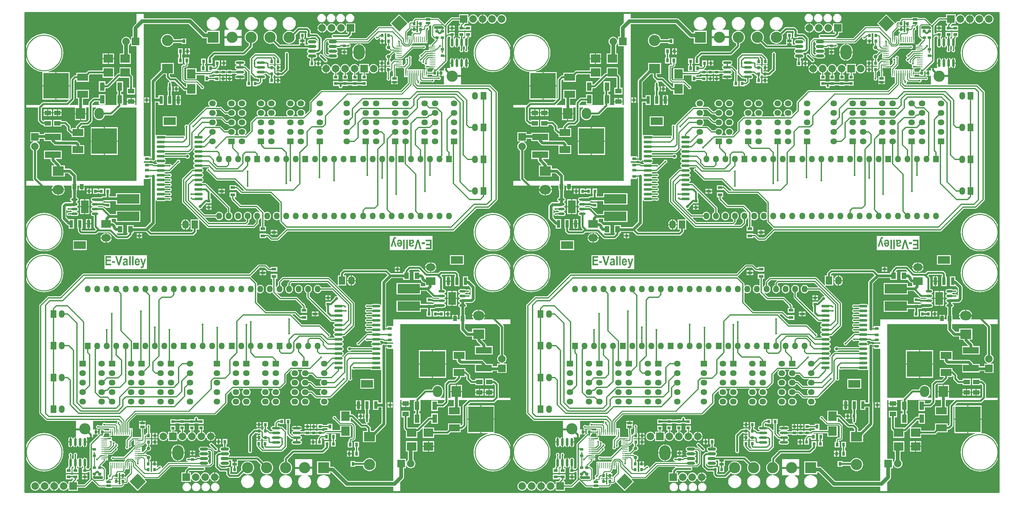
<source format=gtl>
G04*
G04 #@! TF.GenerationSoftware,Altium Limited,Altium Designer,20.0.14 (345)*
G04*
G04 Layer_Physical_Order=1*
G04 Layer_Color=255*
%FSLAX44Y44*%
%MOMM*%
G71*
G01*
G75*
%ADD10R,1.2700X0.6350*%
%ADD11R,0.9000X0.8000*%
%ADD12R,0.8000X0.9000*%
%ADD13R,1.3000X1.7000*%
%ADD14R,6.0000X2.5000*%
%ADD15R,2.0000X3.5000*%
%ADD16O,1.7500X0.6500*%
%ADD17R,2.3000X2.5000*%
%ADD18R,0.8000X1.1000*%
%ADD19R,0.8000X1.0000*%
%ADD20O,2.2500X0.6500*%
%ADD21R,1.7000X1.3000*%
%ADD22R,1.5500X0.2500*%
%ADD23R,0.2500X1.5500*%
%ADD24R,3.2000X2.1000*%
%ADD25R,0.9000X2.1000*%
%ADD26R,0.8000X1.1000*%
%ADD27R,1.1000X0.8000*%
%ADD28R,1.2500X0.8000*%
%ADD29O,3.0000X4.0000*%
%ADD30R,4.2200X1.7500*%
%ADD31R,2.2500X0.7000*%
%ADD32O,2.2500X0.7000*%
%ADD33R,2.5000X2.3000*%
%ADD34R,1.2500X2.3000*%
%ADD35O,2.2500X0.8000*%
%ADD36R,1.0000X1.4000*%
%ADD37R,6.7500X6.9000*%
%ADD38R,2.9000X1.9000*%
%ADD39O,0.6500X2.2500*%
%ADD40C,0.3500*%
%ADD41C,0.5000*%
%ADD42C,0.2500*%
%ADD43C,0.7500*%
%ADD44C,0.3000*%
%ADD45C,1.0000*%
%ADD46C,0.5700*%
%ADD47R,0.3000X0.8000*%
%ADD48R,0.8000X1.0000*%
%ADD49R,0.8000X1.1000*%
%ADD50C,0.2540*%
%ADD51C,2.0000*%
%ADD52R,2.5000X3.0000*%
%ADD53O,2.5000X3.0000*%
%ADD54C,1.0000*%
%ADD55O,3.0000X2.5000*%
%ADD56R,3.0000X2.5000*%
%ADD57R,2.5000X2.0000*%
%ADD58O,2.5000X2.0000*%
%ADD59R,1.8000X1.5000*%
%ADD60O,1.8000X1.5000*%
%ADD61O,1.5000X1.8000*%
%ADD62R,1.5000X1.8000*%
%ADD63O,1.7500X2.2500*%
%ADD64R,1.7500X2.2500*%
%ADD65C,3.0000*%
%ADD66R,3.0000X3.0000*%
%ADD67P,4.2426X4X180.0*%
%ADD68R,1.5000X2.0000*%
%ADD69O,1.5000X2.0000*%
%ADD70R,2.0000X2.0000*%
%ADD71R,2.0000X2.0000*%
%ADD72C,0.5000*%
%ADD73C,0.7500*%
%ADD74C,0.8000*%
G36*
X2602499Y1192057D02*
X2601229Y1191847D01*
X2599968Y1195562D01*
X2596996Y1201590D01*
X2593262Y1207178D01*
X2588830Y1212231D01*
X2583777Y1216663D01*
X2578189Y1220396D01*
X2572162Y1223369D01*
X2565797Y1225529D01*
X2559206Y1226840D01*
X2552499Y1227280D01*
X2545793Y1226840D01*
X2539201Y1225529D01*
X2532837Y1223369D01*
X2526809Y1220396D01*
X2521221Y1216663D01*
X2516168Y1212231D01*
X2511737Y1207178D01*
X2508003Y1201590D01*
X2505030Y1195562D01*
X2502870Y1189198D01*
X2501559Y1182606D01*
X2501119Y1175900D01*
X2501559Y1169194D01*
X2502870Y1162602D01*
X2505030Y1156238D01*
X2508003Y1150210D01*
X2511737Y1144622D01*
X2516168Y1139569D01*
X2521221Y1135137D01*
X2526809Y1131404D01*
X2532837Y1128431D01*
X2539201Y1126271D01*
X2545793Y1124960D01*
X2552499Y1124520D01*
X2559206Y1124960D01*
X2565797Y1126271D01*
X2572162Y1128431D01*
X2578189Y1131404D01*
X2583777Y1135137D01*
X2588830Y1139569D01*
X2593262Y1144622D01*
X2596996Y1150210D01*
X2599968Y1156238D01*
X2601229Y1159953D01*
X2602499Y1159743D01*
Y712057D01*
X2601229Y711847D01*
X2599968Y715562D01*
X2596996Y721590D01*
X2593262Y727178D01*
X2588830Y732231D01*
X2583777Y736663D01*
X2578189Y740396D01*
X2572162Y743369D01*
X2565797Y745529D01*
X2559206Y746840D01*
X2552499Y747280D01*
X2545793Y746840D01*
X2539201Y745529D01*
X2532837Y743369D01*
X2526809Y740396D01*
X2521221Y736663D01*
X2516168Y732231D01*
X2511737Y727178D01*
X2508003Y721590D01*
X2505030Y715562D01*
X2502870Y709198D01*
X2501559Y702606D01*
X2501119Y695900D01*
X2501559Y689194D01*
X2502870Y682602D01*
X2505030Y676238D01*
X2508003Y670210D01*
X2511737Y664622D01*
X2516168Y659569D01*
X2521221Y655137D01*
X2526809Y651404D01*
X2532837Y648431D01*
X2539201Y646271D01*
X2545793Y644960D01*
X2552499Y644520D01*
X2559206Y644960D01*
X2565797Y646271D01*
X2572162Y648431D01*
X2578189Y651404D01*
X2583777Y655137D01*
X2588830Y659569D01*
X2593262Y664622D01*
X2596996Y670210D01*
X2599968Y676238D01*
X2601229Y679953D01*
X2602499Y679743D01*
Y642500D01*
X1302499Y642500D01*
Y679743D01*
X1303769Y679953D01*
X1305030Y676238D01*
X1308003Y670210D01*
X1311737Y664622D01*
X1316168Y659569D01*
X1321221Y655137D01*
X1326809Y651404D01*
X1332837Y648431D01*
X1339201Y646271D01*
X1345793Y644960D01*
X1352499Y644520D01*
X1359206Y644960D01*
X1365797Y646271D01*
X1372162Y648431D01*
X1378189Y651404D01*
X1383777Y655137D01*
X1388830Y659569D01*
X1393262Y664622D01*
X1396996Y670210D01*
X1399968Y676238D01*
X1402128Y682602D01*
X1403440Y689194D01*
X1403879Y695900D01*
X1403440Y702606D01*
X1402128Y709198D01*
X1399968Y715562D01*
X1396996Y721590D01*
X1393262Y727178D01*
X1388830Y732231D01*
X1383777Y736663D01*
X1378189Y740396D01*
X1372162Y743369D01*
X1365797Y745529D01*
X1359206Y746840D01*
X1352499Y747280D01*
X1345793Y746840D01*
X1339201Y745529D01*
X1332837Y743369D01*
X1326809Y740396D01*
X1321221Y736663D01*
X1316168Y732231D01*
X1311737Y727178D01*
X1308003Y721590D01*
X1305030Y715562D01*
X1303769Y711847D01*
X1302499Y712057D01*
X1302499Y820300D01*
X1375732D01*
X1376275Y819152D01*
X1375383Y818066D01*
X1373987Y815453D01*
X1373127Y812618D01*
X1372961Y810940D01*
X1407937D01*
X1407772Y812618D01*
X1406912Y815453D01*
X1405515Y818066D01*
X1404624Y819152D01*
X1405167Y820300D01*
X1425999D01*
Y808000D01*
X1427109D01*
Y788717D01*
X1425720Y788441D01*
X1423818Y787170D01*
X1422547Y785268D01*
X1422101Y783025D01*
X1422547Y780781D01*
X1423818Y778879D01*
X1425720Y777608D01*
X1426430Y777467D01*
X1426305Y776197D01*
X1409893D01*
X1407454Y775712D01*
X1405387Y774331D01*
X1400993Y769937D01*
X1399612Y767870D01*
X1399127Y765431D01*
Y733500D01*
X1399127Y733500D01*
X1399612Y731061D01*
X1400993Y728994D01*
X1414553Y715434D01*
X1416621Y714053D01*
X1418499Y713679D01*
Y705000D01*
X1432499D01*
Y731000D01*
X1418499D01*
Y731000D01*
X1417447Y730564D01*
X1411872Y736140D01*
Y754637D01*
X1413142Y755022D01*
X1413895Y753895D01*
X1415548Y752790D01*
X1417499Y752402D01*
X1419450Y752790D01*
X1420200Y753291D01*
X1424099D01*
X1425720Y752208D01*
X1427159Y751922D01*
Y750627D01*
X1425720Y750341D01*
X1424099Y749258D01*
X1420210D01*
X1418499Y749598D01*
X1416548Y749210D01*
X1414895Y748105D01*
X1413789Y746451D01*
X1413401Y744500D01*
X1413789Y742549D01*
X1414895Y740895D01*
X1416548Y739790D01*
X1418499Y739402D01*
X1420450Y739790D01*
X1421649Y740591D01*
X1424099D01*
X1425720Y739508D01*
X1427964Y739062D01*
X1438964D01*
X1441207Y739508D01*
X1443109Y740779D01*
X1444380Y742681D01*
X1444826Y744924D01*
X1444380Y747168D01*
X1443109Y749070D01*
X1441207Y750341D01*
X1439769Y750627D01*
Y751922D01*
X1441207Y752208D01*
X1443109Y753479D01*
X1444380Y755381D01*
X1444826Y757625D01*
X1444380Y759868D01*
X1443109Y761770D01*
X1441207Y763041D01*
X1439769Y763327D01*
Y764622D01*
X1441207Y764908D01*
X1443109Y766179D01*
X1444380Y768081D01*
X1444826Y770324D01*
X1444380Y772568D01*
X1443109Y774470D01*
X1441207Y775741D01*
X1439854Y776010D01*
Y777339D01*
X1441207Y777608D01*
X1443109Y778879D01*
X1444380Y780781D01*
X1444826Y783025D01*
X1444380Y785268D01*
X1443109Y787170D01*
X1441207Y788441D01*
X1439854Y788710D01*
Y808000D01*
X1440999D01*
Y820300D01*
X1445959D01*
Y818770D01*
X1461039D01*
Y820300D01*
X1619049Y820300D01*
Y837419D01*
X1619939Y838320D01*
X1620319Y838320D01*
X1635939D01*
Y841487D01*
X1638077D01*
Y724090D01*
X1623360Y709372D01*
X1614499D01*
Y709500D01*
X1600499D01*
Y709372D01*
X1592499D01*
Y714500D01*
X1574499D01*
Y692500D01*
X1576630D01*
X1577116Y691327D01*
X1573388Y687598D01*
X1550611D01*
X1546979Y691230D01*
X1547505Y692500D01*
X1564499D01*
Y714500D01*
X1546499D01*
X1546499Y714500D01*
X1545301Y714673D01*
X1544005Y716613D01*
X1539612Y721006D01*
X1537545Y722387D01*
X1535106Y722872D01*
X1533499D01*
Y730500D01*
X1533499D01*
X1533843Y731628D01*
X1544999D01*
Y723000D01*
X1554884D01*
X1555499Y722878D01*
X1556115Y723000D01*
X1609999D01*
Y753000D01*
X1544999D01*
Y744372D01*
X1529759D01*
X1529604Y744605D01*
X1512979Y761229D01*
X1511326Y762334D01*
X1509375Y762722D01*
X1497184D01*
X1496707Y763041D01*
X1495269Y763327D01*
Y764622D01*
X1496707Y764908D01*
X1497184Y765227D01*
X1509563D01*
X1509894Y764895D01*
X1511548Y763790D01*
X1513499Y763402D01*
X1515499D01*
Y761500D01*
X1529499D01*
Y774500D01*
X1515499D01*
X1515499Y774500D01*
Y774500D01*
X1514272Y774603D01*
X1513626Y775034D01*
X1511675Y775422D01*
X1508352D01*
X1508227Y776692D01*
X1510462Y777137D01*
X1512530Y778519D01*
X1513139Y779128D01*
X1515499D01*
Y778500D01*
X1529499D01*
Y779128D01*
X1544999D01*
Y770000D01*
X1609999D01*
Y800000D01*
X1544999D01*
Y791872D01*
X1527847D01*
Y798500D01*
X1529499D01*
Y812500D01*
X1516499D01*
Y798500D01*
X1517651D01*
Y791872D01*
X1510499D01*
X1508061Y791387D01*
X1505993Y790006D01*
X1505384Y789397D01*
X1488964D01*
X1486525Y788912D01*
X1486488Y788887D01*
X1483464D01*
X1481220Y788441D01*
X1479318Y787170D01*
X1478047Y785268D01*
X1477601Y783025D01*
X1478047Y780781D01*
X1479318Y778879D01*
X1481220Y777608D01*
X1482659Y777322D01*
Y776027D01*
X1481220Y775741D01*
X1479318Y774470D01*
X1478047Y772568D01*
X1477601Y770324D01*
X1478047Y768081D01*
X1479318Y766179D01*
X1481220Y764908D01*
X1482659Y764622D01*
Y763327D01*
X1481220Y763041D01*
X1479318Y761770D01*
X1478047Y759868D01*
X1477601Y757625D01*
X1478047Y755381D01*
X1479318Y753479D01*
X1481220Y752208D01*
X1482659Y751922D01*
Y750627D01*
X1481220Y750341D01*
X1479318Y749070D01*
X1478047Y747168D01*
X1477601Y744924D01*
X1478047Y742681D01*
X1479318Y740779D01*
X1481220Y739508D01*
X1483464Y739062D01*
X1485401D01*
Y710500D01*
X1485789Y708549D01*
X1486894Y706895D01*
X1490790Y703000D01*
X1488388Y700598D01*
X1454611D01*
X1453597Y701612D01*
Y705000D01*
X1455499D01*
Y731000D01*
X1441499D01*
Y705000D01*
X1443401D01*
Y699500D01*
X1443789Y697549D01*
X1444894Y695895D01*
X1448894Y691895D01*
X1450548Y690790D01*
X1452499Y690402D01*
X1490499D01*
X1492450Y690790D01*
X1494104Y691895D01*
X1497611Y695402D01*
X1528388D01*
X1544894Y678895D01*
X1546548Y677790D01*
X1548499Y677402D01*
X1575499D01*
X1577450Y677790D01*
X1579104Y678895D01*
X1587033Y686824D01*
X1588138Y688478D01*
X1588526Y690429D01*
Y692500D01*
X1592499D01*
Y696628D01*
X1600499D01*
Y696500D01*
X1614499D01*
Y696628D01*
X1625162D01*
X1633894Y687895D01*
X1635548Y686790D01*
X1637499Y686402D01*
X1749499D01*
X1751450Y686790D01*
X1753104Y687895D01*
X1759414Y694205D01*
X1760519Y695859D01*
X1760907Y697810D01*
Y702410D01*
X1767059D01*
Y728300D01*
X1768329Y728827D01*
X1788885Y708270D01*
X1790208Y707386D01*
X1791769Y707076D01*
X1791769Y707076D01*
X1913689D01*
X1915250Y707386D01*
X1916573Y708270D01*
X1916573Y708270D01*
X1925463Y717161D01*
X1926347Y718484D01*
X1926658Y720044D01*
X1926658Y720045D01*
Y728459D01*
X1927623Y728859D01*
X1929711Y730462D01*
X1931314Y732551D01*
X1931896Y733955D01*
X1933166Y733702D01*
Y711500D01*
X1928749D01*
Y698500D01*
X1946249D01*
Y711500D01*
X1941832D01*
Y729080D01*
X1943103Y729706D01*
X1944206Y728859D01*
X1946639Y727851D01*
X1949249Y727507D01*
X1951860Y727851D01*
X1954293Y728859D01*
X1956382Y730462D01*
X1957984Y732551D01*
X1958992Y734983D01*
X1959336Y737594D01*
Y740594D01*
X1958992Y743204D01*
X1957984Y745637D01*
X1956382Y747726D01*
X1954293Y749329D01*
X1951860Y750336D01*
X1949249Y750680D01*
X1946639Y750336D01*
X1944206Y749329D01*
X1942955Y748368D01*
X1941555Y748895D01*
X1941503Y749158D01*
X1940563Y750564D01*
X1923563Y767564D01*
X1922157Y768503D01*
X1920499Y768833D01*
X1879294D01*
X1865341Y782786D01*
X1865209Y783451D01*
X1864104Y785105D01*
X1862450Y786210D01*
X1862292Y786241D01*
X1861832Y786701D01*
Y789500D01*
X1866249D01*
Y802500D01*
X1848749D01*
Y789500D01*
X1853166D01*
Y784906D01*
X1853496Y783248D01*
X1854435Y781842D01*
X1855556Y780721D01*
X1855789Y779549D01*
X1856895Y777895D01*
X1858548Y776790D01*
X1859213Y776658D01*
X1874435Y761436D01*
X1875841Y760497D01*
X1877499Y760167D01*
X1918704D01*
X1928994Y749877D01*
X1928154Y748921D01*
X1927623Y749329D01*
X1925190Y750336D01*
X1922579Y750680D01*
X1919969Y750336D01*
X1917536Y749329D01*
X1915447Y747726D01*
X1913844Y745637D01*
X1912837Y743204D01*
X1912493Y740594D01*
Y737594D01*
X1912837Y734983D01*
X1913844Y732551D01*
X1915447Y730462D01*
X1917536Y728859D01*
X1918501Y728459D01*
Y721734D01*
X1912000Y715233D01*
X1896121D01*
X1895595Y716503D01*
X1900063Y720971D01*
X1900947Y722294D01*
X1901258Y723855D01*
X1901258Y723855D01*
Y728459D01*
X1902223Y728859D01*
X1904312Y730462D01*
X1905914Y732551D01*
X1906922Y734983D01*
X1907266Y737594D01*
Y740594D01*
X1906922Y743204D01*
X1905914Y745637D01*
X1904312Y747726D01*
X1902223Y749329D01*
X1899790Y750336D01*
X1897179Y750680D01*
X1894569Y750336D01*
X1892136Y749329D01*
X1890047Y747726D01*
X1888445Y745637D01*
X1887437Y743204D01*
X1887093Y740594D01*
Y737594D01*
X1887437Y734983D01*
X1888445Y732551D01*
X1890047Y730462D01*
X1892136Y728859D01*
X1893101Y728459D01*
Y725544D01*
X1890410Y722853D01*
X1794729D01*
X1783739Y733842D01*
X1784225Y735015D01*
X1811233D01*
X1811237Y734983D01*
X1812245Y732551D01*
X1813847Y730462D01*
X1815936Y728859D01*
X1818369Y727851D01*
X1820979Y727507D01*
X1823590Y727851D01*
X1826023Y728859D01*
X1828112Y730462D01*
X1829714Y732551D01*
X1830722Y734983D01*
X1831066Y737594D01*
Y740594D01*
X1830722Y743204D01*
X1829714Y745637D01*
X1828112Y747726D01*
X1826023Y749329D01*
X1823590Y750336D01*
X1820979Y750680D01*
X1818369Y750336D01*
X1815936Y749329D01*
X1813847Y747726D01*
X1812245Y745637D01*
X1811237Y743204D01*
X1811233Y743172D01*
X1782402D01*
X1768726Y756849D01*
X1769319Y758051D01*
X1770179Y757938D01*
X1771876Y758162D01*
X1773457Y758817D01*
X1774815Y759858D01*
X1775857Y761216D01*
X1776512Y762797D01*
X1776636Y763742D01*
X1785073Y772178D01*
X1786039Y772844D01*
Y772844D01*
X1786039Y772844D01*
X1800039D01*
Y785844D01*
X1798137D01*
Y801363D01*
X1799407Y801889D01*
X1842301Y758995D01*
Y749728D01*
X1841336Y749329D01*
X1839247Y747726D01*
X1837645Y745637D01*
X1836637Y743204D01*
X1836293Y740594D01*
Y737594D01*
X1836637Y734983D01*
X1837645Y732551D01*
X1839247Y730462D01*
X1841336Y728859D01*
X1843769Y727851D01*
X1846379Y727507D01*
X1848990Y727851D01*
X1851423Y728859D01*
X1853512Y730462D01*
X1855114Y732551D01*
X1856122Y734983D01*
X1856466Y737594D01*
Y740594D01*
X1856122Y743204D01*
X1855114Y745637D01*
X1853512Y747726D01*
X1851423Y749329D01*
X1850458Y749728D01*
Y760684D01*
X1850458Y760684D01*
X1850147Y762245D01*
X1849263Y763568D01*
X1787033Y825798D01*
X1785710Y826682D01*
X1784149Y826993D01*
X1784149Y826993D01*
X1777510D01*
X1777345Y827240D01*
X1775360Y828566D01*
X1775105Y828617D01*
Y829912D01*
X1775360Y829962D01*
X1777345Y831289D01*
X1778671Y833273D01*
X1779137Y835614D01*
X1778671Y837955D01*
X1777345Y839940D01*
X1775360Y841266D01*
X1775105Y841317D01*
Y842612D01*
X1775360Y842662D01*
X1777345Y843988D01*
X1778671Y845973D01*
X1779137Y848314D01*
X1778671Y850655D01*
X1777345Y852640D01*
X1775360Y853966D01*
X1775105Y854017D01*
Y855312D01*
X1775360Y855362D01*
X1777345Y856689D01*
X1778671Y858673D01*
X1779137Y861014D01*
X1778671Y863355D01*
X1777345Y865340D01*
X1775360Y866666D01*
X1775105Y866717D01*
Y868012D01*
X1775360Y868062D01*
X1777345Y869389D01*
X1777510Y869636D01*
X1792620D01*
X1794244Y868012D01*
X1794035Y867577D01*
X1793495Y866965D01*
X1791769Y867308D01*
X1789818Y866920D01*
X1788164Y865815D01*
X1787059Y864161D01*
X1786671Y862210D01*
X1787059Y860259D01*
X1788164Y858605D01*
X1789818Y857500D01*
X1790933Y857278D01*
X1813015Y835196D01*
X1814339Y834312D01*
X1815899Y834002D01*
X1815899Y834002D01*
X1862470D01*
X1888720Y807752D01*
X1888234Y806578D01*
X1882189D01*
X1870883Y817884D01*
X1870883Y817884D01*
X1869560Y818768D01*
X1867999Y819078D01*
X1867999Y819078D01*
X1866249D01*
Y821500D01*
X1848749D01*
Y808500D01*
X1866249D01*
Y809186D01*
X1867519Y809712D01*
X1877615Y799616D01*
X1878938Y798732D01*
X1880499Y798422D01*
X1880499Y798422D01*
X1957810D01*
X1982551Y773681D01*
Y748736D01*
X1981281Y748110D01*
X1979693Y749329D01*
X1977260Y750336D01*
X1974649Y750680D01*
X1972039Y750336D01*
X1969606Y749329D01*
X1967517Y747726D01*
X1965914Y745637D01*
X1964907Y743204D01*
X1964563Y740594D01*
Y737594D01*
X1964907Y734983D01*
X1965914Y732551D01*
X1967517Y730462D01*
X1969606Y728859D01*
X1972039Y727851D01*
X1974649Y727507D01*
X1977260Y727851D01*
X1979693Y728859D01*
X1981281Y730078D01*
X1982551Y729451D01*
Y724500D01*
X1982861Y722939D01*
X1983745Y721616D01*
X1983745Y721616D01*
X1998745Y706616D01*
X1999323Y706230D01*
Y704703D01*
X1998846Y704384D01*
X1976040Y681578D01*
X1962189D01*
X1954383Y689384D01*
X1954383Y689384D01*
X1953060Y690268D01*
X1951499Y690578D01*
X1951499Y690578D01*
X1946249D01*
Y692500D01*
X1928749D01*
Y679500D01*
X1946249D01*
Y682422D01*
X1949810D01*
X1957615Y674616D01*
X1958938Y673732D01*
X1960499Y673422D01*
X1960499Y673422D01*
X1977729D01*
X1977729Y673422D01*
X1979290Y673732D01*
X1980613Y674616D01*
X2003419Y697422D01*
X2446499D01*
X2446499Y697422D01*
X2448060Y697732D01*
X2449383Y698616D01*
X2509189Y758422D01*
X2540499D01*
X2542060Y758732D01*
X2543383Y759616D01*
X2543383Y759616D01*
X2564383Y780616D01*
X2565267Y781939D01*
X2565578Y783500D01*
X2565578Y783500D01*
Y1070500D01*
X2565578Y1070500D01*
X2565267Y1072061D01*
X2564383Y1073384D01*
X2547383Y1090384D01*
X2547383Y1090384D01*
X2546060Y1091268D01*
X2544499Y1091578D01*
X2544499Y1091578D01*
X2468200D01*
X2467359Y1092500D01*
X2467359Y1092848D01*
Y1134062D01*
X2467579Y1134242D01*
Y1148670D01*
Y1162321D01*
X2466590Y1162124D01*
X2464675Y1160844D01*
X2463395Y1158929D01*
X2463147Y1157680D01*
X2461852D01*
X2461603Y1158929D01*
X2460324Y1160844D01*
X2458408Y1162124D01*
X2457419Y1162321D01*
Y1148670D01*
X2454879D01*
Y1162321D01*
X2453890Y1162124D01*
X2451975Y1160844D01*
X2450695Y1158929D01*
X2450447Y1157680D01*
X2449152D01*
X2448903Y1158929D01*
X2447624Y1160844D01*
X2445708Y1162124D01*
X2444719Y1162321D01*
Y1148670D01*
X2443449D01*
Y1147400D01*
X2437546D01*
Y1140670D01*
X2437995Y1138411D01*
X2438971Y1136950D01*
X2438384Y1135680D01*
X2422909D01*
X2421639Y1134410D01*
Y1128950D01*
X2420539Y1128540D01*
X2420369Y1128540D01*
X2415269D01*
Y1121500D01*
Y1114460D01*
X2420369D01*
X2420539Y1114460D01*
X2421639Y1114050D01*
Y1092848D01*
X2421639Y1092500D01*
X2420798Y1091578D01*
X2356206D01*
X2355821Y1092848D01*
X2356862Y1093544D01*
X2357967Y1095198D01*
X2358356Y1097149D01*
X2357967Y1099100D01*
X2357823Y1099317D01*
X2358809Y1100126D01*
X2359899Y1099036D01*
X2361140Y1098207D01*
X2362603Y1097916D01*
X2388153D01*
X2389480Y1097030D01*
X2391431Y1096642D01*
X2393382Y1097030D01*
X2395036Y1098135D01*
X2396141Y1099789D01*
X2396529Y1101740D01*
X2396274Y1103021D01*
X2397151Y1104291D01*
X2405243D01*
X2406570Y1103404D01*
X2408520Y1103016D01*
X2410471Y1103404D01*
X2412125Y1104509D01*
X2413230Y1106163D01*
X2413618Y1108114D01*
X2413230Y1110065D01*
X2412125Y1111719D01*
X2410471Y1112824D01*
X2408520Y1113212D01*
X2406570Y1112824D01*
X2405243Y1111937D01*
X2377749D01*
Y1117677D01*
X2390499D01*
Y1114500D01*
X2403499D01*
Y1125725D01*
X2404563Y1126436D01*
X2406189Y1128062D01*
X2407459Y1127536D01*
Y1122770D01*
X2412729D01*
Y1128540D01*
X2408463D01*
X2407937Y1129810D01*
X2429563Y1151436D01*
X2430503Y1152842D01*
X2430833Y1154500D01*
Y1167500D01*
Y1216705D01*
X2434294Y1220167D01*
X2436499D01*
Y1218500D01*
X2439141D01*
Y1216072D01*
X2438033Y1214414D01*
X2437587Y1212170D01*
Y1196170D01*
X2438033Y1193926D01*
X2439304Y1192025D01*
X2441206Y1190754D01*
X2443449Y1190307D01*
X2445693Y1190754D01*
X2447595Y1192025D01*
X2448866Y1193926D01*
X2449131Y1195263D01*
X2450426D01*
X2450695Y1193911D01*
X2451975Y1191996D01*
X2453890Y1190716D01*
X2454879Y1190519D01*
Y1204170D01*
Y1217821D01*
X2453890Y1217624D01*
X2451975Y1216344D01*
X2450695Y1214429D01*
X2450426Y1213077D01*
X2449131D01*
X2448866Y1214414D01*
X2447807Y1215997D01*
Y1218500D01*
X2450499D01*
Y1231500D01*
X2436499D01*
Y1228833D01*
X2432499D01*
X2432103Y1228754D01*
X2430833Y1229797D01*
Y1244500D01*
Y1247980D01*
X2445019Y1262167D01*
X2462199D01*
Y1254000D01*
X2465412D01*
X2465898Y1252827D01*
X2465435Y1252364D01*
X2464496Y1250958D01*
X2464166Y1249300D01*
Y1248500D01*
X2460499D01*
Y1235500D01*
X2476499D01*
Y1236667D01*
X2478499D01*
Y1235500D01*
X2494499D01*
Y1248500D01*
X2478499D01*
Y1245333D01*
X2476499D01*
Y1248500D01*
X2475487D01*
X2475001Y1249673D01*
X2477763Y1252436D01*
X2478703Y1253842D01*
X2478734Y1254000D01*
X2487199D01*
Y1261661D01*
X2488469Y1261913D01*
X2489180Y1260196D01*
X2491184Y1257585D01*
X2493795Y1255581D01*
X2496836Y1254322D01*
X2500099Y1253892D01*
X2503362Y1254322D01*
X2506403Y1255581D01*
X2509014Y1257585D01*
X2511018Y1260196D01*
X2512109Y1262829D01*
X2513451Y1262819D01*
X2514546Y1260176D01*
X2516556Y1257556D01*
X2519175Y1255546D01*
X2522226Y1254283D01*
X2524229Y1254019D01*
Y1266500D01*
Y1278981D01*
X2522226Y1278717D01*
X2519175Y1277454D01*
X2516556Y1275444D01*
X2514546Y1272824D01*
X2513451Y1270181D01*
X2512109Y1270171D01*
X2511018Y1272804D01*
X2509014Y1275415D01*
X2506403Y1277419D01*
X2503362Y1278678D01*
X2500099Y1279108D01*
X2496836Y1278678D01*
X2493795Y1277419D01*
X2491184Y1275415D01*
X2489180Y1272804D01*
X2488469Y1271087D01*
X2487199Y1271339D01*
Y1279000D01*
X2462199D01*
Y1270833D01*
X2443224D01*
X2441566Y1270503D01*
X2440160Y1269564D01*
X2423501Y1252905D01*
X2408123Y1268284D01*
X2406882Y1269112D01*
X2405419Y1269404D01*
X2388349D01*
Y1271255D01*
X2370649D01*
Y1269404D01*
X2345579D01*
X2344116Y1269112D01*
X2342876Y1268284D01*
X2339393Y1264801D01*
X2338564Y1263561D01*
X2338273Y1262098D01*
Y1261110D01*
X2335597D01*
Y1260323D01*
X2332499D01*
X2331036Y1260032D01*
X2329796Y1259204D01*
X2327796Y1257204D01*
X2327213Y1256331D01*
X2325773Y1255975D01*
X2302078Y1279670D01*
X2277329Y1254921D01*
X2283692Y1248558D01*
X2283645Y1248258D01*
X2283131Y1247323D01*
X2247499D01*
X2246036Y1247032D01*
X2244796Y1246204D01*
X2213665Y1215073D01*
X2167664D01*
X2167278Y1216343D01*
X2168104Y1216895D01*
X2174104Y1222895D01*
X2175209Y1224549D01*
X2175597Y1226500D01*
Y1230000D01*
X2184799D01*
Y1255000D01*
X2159799D01*
Y1247339D01*
X2158529Y1247087D01*
X2157818Y1248804D01*
X2155814Y1251415D01*
X2153203Y1253419D01*
X2150162Y1254678D01*
X2146899Y1255108D01*
X2143636Y1254678D01*
X2140595Y1253419D01*
X2137984Y1251415D01*
X2135981Y1248804D01*
X2134851Y1246077D01*
X2134849Y1246077D01*
X2133549D01*
X2133547Y1246077D01*
X2132418Y1248804D01*
X2130414Y1251415D01*
X2127803Y1253419D01*
X2124762Y1254678D01*
X2121499Y1255108D01*
X2118236Y1254678D01*
X2115195Y1253419D01*
X2112584Y1251415D01*
X2110580Y1248804D01*
X2109490Y1246171D01*
X2108148Y1246181D01*
X2107053Y1248824D01*
X2105043Y1251444D01*
X2102423Y1253454D01*
X2099373Y1254717D01*
X2097369Y1254981D01*
Y1242500D01*
Y1230019D01*
X2099373Y1230283D01*
X2102423Y1231546D01*
X2105043Y1233556D01*
X2107053Y1236176D01*
X2108148Y1238819D01*
X2109490Y1238829D01*
X2110580Y1236196D01*
X2112584Y1233585D01*
X2115195Y1231581D01*
X2118236Y1230322D01*
X2121499Y1229892D01*
X2124762Y1230322D01*
X2127803Y1231581D01*
X2130414Y1233585D01*
X2132418Y1236196D01*
X2133547Y1238923D01*
X2133549Y1238923D01*
X2134849D01*
X2134851Y1238923D01*
X2135981Y1236196D01*
X2137984Y1233585D01*
X2140595Y1231581D01*
X2143636Y1230322D01*
X2146899Y1229892D01*
X2150162Y1230322D01*
X2153203Y1231581D01*
X2155814Y1233585D01*
X2157818Y1236196D01*
X2158529Y1237913D01*
X2159799Y1237661D01*
Y1230000D01*
X2165401D01*
Y1228612D01*
X2162388Y1225598D01*
X2126499D01*
X2124548Y1225210D01*
X2122894Y1224105D01*
X2121789Y1222451D01*
X2121401Y1220500D01*
X2121789Y1218549D01*
X2122820Y1217007D01*
X2122692Y1216469D01*
X2122342Y1215737D01*
X2108912D01*
X2107449Y1215446D01*
X2106209Y1214617D01*
X2099796Y1208204D01*
X2098967Y1206963D01*
X2098676Y1205500D01*
Y1173500D01*
X2098967Y1172037D01*
X2099796Y1170796D01*
X2105733Y1164860D01*
X2106973Y1164031D01*
X2108436Y1163740D01*
X2112431D01*
X2113055Y1162927D01*
X2114412Y1161886D01*
X2115994Y1161230D01*
X2117690Y1161007D01*
X2132190D01*
X2133887Y1161230D01*
X2135468Y1161886D01*
X2136826Y1162927D01*
X2137868Y1164285D01*
X2138523Y1165866D01*
X2138746Y1167563D01*
X2138523Y1169260D01*
X2137868Y1170841D01*
X2136826Y1172199D01*
X2135531Y1173193D01*
X2135431Y1173878D01*
Y1173901D01*
X2135537Y1174587D01*
X2136855Y1175599D01*
X2137903Y1176965D01*
X2138562Y1178556D01*
X2138620Y1178993D01*
X2111261D01*
X2111319Y1178556D01*
X2111978Y1176965D01*
X2113026Y1175599D01*
X2114344Y1174587D01*
X2114450Y1173901D01*
Y1173878D01*
X2114350Y1173193D01*
X2113055Y1172199D01*
X2112431Y1171387D01*
X2110020D01*
X2106323Y1175084D01*
Y1203916D01*
X2109713Y1207306D01*
X2111149Y1207041D01*
X2111287Y1206820D01*
X2111134Y1205663D01*
X2111358Y1203966D01*
X2112013Y1202385D01*
X2113055Y1201027D01*
X2114412Y1199986D01*
Y1198641D01*
X2113055Y1197599D01*
X2112013Y1196241D01*
X2111358Y1194660D01*
X2111134Y1192963D01*
X2111358Y1191266D01*
X2112013Y1189685D01*
X2113055Y1188327D01*
X2114350Y1187333D01*
X2114450Y1186648D01*
Y1186625D01*
X2114344Y1185939D01*
X2113026Y1184928D01*
X2111978Y1183561D01*
X2111319Y1181971D01*
X2111261Y1181533D01*
X2138620D01*
X2138562Y1181971D01*
X2137903Y1183561D01*
X2136855Y1184928D01*
X2135537Y1185939D01*
X2135431Y1186625D01*
Y1186648D01*
X2135531Y1187333D01*
X2136826Y1188327D01*
X2137058Y1188630D01*
X2142962D01*
X2144621Y1188960D01*
X2146026Y1189899D01*
X2147229Y1191102D01*
X2148499Y1191010D01*
Y1188500D01*
X2162499D01*
Y1190667D01*
X2166168D01*
X2167499Y1190402D01*
X2169450Y1190790D01*
X2171104Y1191895D01*
X2172209Y1193549D01*
X2172597Y1195500D01*
X2172209Y1197451D01*
X2171104Y1199105D01*
X2169450Y1200210D01*
X2167641Y1200570D01*
X2167766Y1201840D01*
X2218662D01*
X2220126Y1202131D01*
X2221366Y1202960D01*
X2236466Y1218060D01*
X2237637Y1217434D01*
X2237401Y1216250D01*
X2237789Y1214299D01*
X2238895Y1212645D01*
X2240548Y1211540D01*
X2242499Y1211152D01*
X2244450Y1211540D01*
X2246104Y1212645D01*
X2247008Y1213998D01*
X2248203Y1214796D01*
X2249373Y1215966D01*
X2250490Y1215504D01*
X2250459Y1214540D01*
X2250459Y1214247D01*
Y1208770D01*
X2263539D01*
Y1214247D01*
X2263539Y1214540D01*
X2263499Y1215793D01*
Y1228677D01*
X2267499D01*
Y1215500D01*
X2267499D01*
Y1214500D01*
X2267499D01*
Y1200500D01*
X2269676D01*
Y1197020D01*
X2268150Y1195849D01*
X2266948Y1194282D01*
X2266192Y1192458D01*
X2265934Y1190500D01*
X2266192Y1188542D01*
X2266948Y1186718D01*
X2268150Y1185151D01*
X2269717Y1183949D01*
X2271541Y1183193D01*
X2273499Y1182935D01*
X2275406Y1183186D01*
X2277296Y1181296D01*
X2278536Y1180468D01*
X2279999Y1180177D01*
X2281109D01*
X2281595Y1179003D01*
X2275406Y1172814D01*
X2273499Y1173065D01*
X2271541Y1172807D01*
X2269717Y1172051D01*
X2268150Y1170849D01*
X2266948Y1169282D01*
X2266192Y1167458D01*
X2265934Y1165500D01*
X2266192Y1163542D01*
X2266948Y1161718D01*
X2268150Y1160151D01*
X2269676Y1158980D01*
Y1155500D01*
X2266499D01*
Y1141500D01*
X2278676D01*
Y1138500D01*
X2266499D01*
Y1124500D01*
X2269176D01*
Y1109029D01*
X2268789Y1108451D01*
X2268401Y1106500D01*
X2268789Y1104549D01*
X2269894Y1102895D01*
X2271548Y1101790D01*
X2273499Y1101402D01*
X2275450Y1101790D01*
X2277104Y1102895D01*
X2278209Y1104549D01*
X2278597Y1106500D01*
X2278209Y1108451D01*
X2277104Y1110105D01*
X2276823Y1110293D01*
Y1124500D01*
X2279499D01*
Y1127677D01*
X2280962Y1127968D01*
X2282203Y1128796D01*
X2283538Y1130132D01*
X2284711Y1129645D01*
Y1126543D01*
X2285002Y1125079D01*
X2285676Y1124071D01*
Y1113335D01*
X2280649D01*
Y1103215D01*
X2280609D01*
Y1098770D01*
X2298389D01*
Y1103215D01*
X2298349D01*
Y1113335D01*
X2293323D01*
Y1125578D01*
X2293032Y1127041D01*
X2292358Y1128049D01*
Y1135250D01*
X2301130D01*
X2301499Y1135177D01*
X2314416D01*
X2314660Y1135011D01*
X2315296Y1134187D01*
X2315366Y1133955D01*
X2315176Y1133000D01*
Y1121500D01*
X2315249Y1121131D01*
Y1111250D01*
X2325176D01*
Y1095584D01*
X2305916Y1076323D01*
X2095499D01*
X2094036Y1076032D01*
X2092796Y1075204D01*
X2092702Y1075110D01*
X2091615Y1074384D01*
X2063615Y1046384D01*
X2062731Y1045061D01*
X2062421Y1043500D01*
X2062421Y1043500D01*
Y1022189D01*
X2051665Y1011433D01*
X2050588Y1012153D01*
X2050742Y1012523D01*
X2051086Y1015134D01*
X2050742Y1017744D01*
X2049734Y1020177D01*
X2048131Y1022266D01*
X2046042Y1023869D01*
X2043610Y1024876D01*
X2040999Y1025220D01*
X2037999D01*
X2035389Y1024876D01*
X2032956Y1023869D01*
X2030867Y1022266D01*
X2029264Y1020177D01*
X2028257Y1017744D01*
X2027913Y1015134D01*
X2028257Y1012523D01*
X2029264Y1010091D01*
X2030867Y1008002D01*
X2031836Y1007258D01*
X2031405Y1005988D01*
X2019654D01*
X2019223Y1007258D01*
X2020191Y1008002D01*
X2021794Y1010091D01*
X2022802Y1012523D01*
X2023145Y1015134D01*
X2022802Y1017744D01*
X2021794Y1020177D01*
X2020191Y1022266D01*
X2018102Y1023869D01*
X2015670Y1024876D01*
X2013059Y1025220D01*
X2010059D01*
X2007449Y1024876D01*
X2005016Y1023869D01*
X2002927Y1022266D01*
X2001324Y1020177D01*
X2000317Y1017744D01*
X1999973Y1015134D01*
X2000317Y1012523D01*
X2001324Y1010091D01*
X2002927Y1008002D01*
X2003896Y1007258D01*
X2003465Y1005988D01*
X1968854D01*
X1968423Y1007258D01*
X1969391Y1008002D01*
X1970994Y1010091D01*
X1972002Y1012523D01*
X1972345Y1015134D01*
X1972002Y1017744D01*
X1970994Y1020177D01*
X1969391Y1022266D01*
X1967302Y1023869D01*
X1964870Y1024876D01*
X1962259Y1025220D01*
X1959259D01*
X1956649Y1024876D01*
X1954216Y1023869D01*
X1952127Y1022266D01*
X1950524Y1020177D01*
X1949517Y1017744D01*
X1949173Y1015134D01*
X1949517Y1012523D01*
X1950524Y1010091D01*
X1952127Y1008002D01*
X1953096Y1007258D01*
X1952665Y1005988D01*
X1940914D01*
X1940482Y1007258D01*
X1941451Y1008002D01*
X1943054Y1010091D01*
X1944062Y1012523D01*
X1944406Y1015134D01*
X1944062Y1017744D01*
X1943054Y1020177D01*
X1941451Y1022266D01*
X1939362Y1023869D01*
X1936930Y1024876D01*
X1934319Y1025220D01*
X1931319D01*
X1928709Y1024876D01*
X1926276Y1023869D01*
X1924187Y1022266D01*
X1922584Y1020177D01*
X1921577Y1017744D01*
X1921233Y1015134D01*
X1921577Y1012523D01*
X1922584Y1010091D01*
X1924187Y1008002D01*
X1925156Y1007258D01*
X1924725Y1005988D01*
X1921309D01*
X1921309Y1005988D01*
X1919749Y1005678D01*
X1918425Y1004794D01*
X1905725Y992094D01*
X1905725Y992094D01*
X1904841Y990771D01*
X1904531Y989210D01*
X1904531Y989210D01*
Y968039D01*
X1891680Y955188D01*
X1890114D01*
X1889682Y956458D01*
X1890651Y957202D01*
X1892254Y959291D01*
X1893262Y961723D01*
X1893605Y964334D01*
X1893262Y966944D01*
X1892254Y969377D01*
X1890651Y971466D01*
X1888562Y973069D01*
X1886130Y974076D01*
X1883519Y974420D01*
X1880519D01*
X1877909Y974076D01*
X1875476Y973069D01*
X1873387Y971466D01*
X1871784Y969377D01*
X1870777Y966944D01*
X1870433Y964334D01*
X1870777Y961723D01*
X1871784Y959291D01*
X1873387Y957202D01*
X1874356Y956458D01*
X1873925Y955188D01*
X1862174D01*
X1861743Y956458D01*
X1862711Y957202D01*
X1864314Y959291D01*
X1865322Y961723D01*
X1865665Y964334D01*
X1865322Y966944D01*
X1864314Y969377D01*
X1862711Y971466D01*
X1860622Y973069D01*
X1858190Y974076D01*
X1855579Y974420D01*
X1852579D01*
X1849969Y974076D01*
X1847536Y973069D01*
X1845447Y971466D01*
X1843844Y969377D01*
X1843445Y968412D01*
X1836189D01*
X1825844Y978758D01*
X1825844Y978758D01*
X1824520Y979642D01*
X1822960Y979952D01*
X1822960Y979952D01*
X1810449D01*
X1810113Y981222D01*
X1811911Y982602D01*
X1813514Y984691D01*
X1814522Y987123D01*
X1814866Y989734D01*
X1814522Y992344D01*
X1813514Y994777D01*
X1812088Y996636D01*
X1812457Y997906D01*
X1825640D01*
X1836696Y986850D01*
X1838019Y985966D01*
X1839580Y985655D01*
X1839580Y985656D01*
X1843445D01*
X1843844Y984691D01*
X1845447Y982602D01*
X1847536Y980999D01*
X1849969Y979991D01*
X1852579Y979648D01*
X1855579D01*
X1858190Y979991D01*
X1860622Y980999D01*
X1862711Y982602D01*
X1864314Y984691D01*
X1865322Y987123D01*
X1865665Y989734D01*
X1865322Y992344D01*
X1864314Y994777D01*
X1862711Y996866D01*
X1860622Y998469D01*
X1858190Y999476D01*
X1855579Y999820D01*
X1852579D01*
X1849969Y999476D01*
X1847536Y998469D01*
X1845447Y996866D01*
X1843844Y994777D01*
X1843445Y993812D01*
X1841269D01*
X1830213Y1004868D01*
X1828890Y1005752D01*
X1827329Y1006063D01*
X1827329Y1006063D01*
X1811470D01*
X1811039Y1007333D01*
X1811911Y1008002D01*
X1813514Y1010091D01*
X1814522Y1012523D01*
X1814866Y1015134D01*
X1814522Y1017744D01*
X1813514Y1020177D01*
X1812088Y1022036D01*
X1812457Y1023306D01*
X1823100D01*
X1834156Y1012250D01*
X1835479Y1011366D01*
X1837040Y1011055D01*
X1837040Y1011056D01*
X1843445D01*
X1843844Y1010091D01*
X1845447Y1008002D01*
X1847536Y1006399D01*
X1849969Y1005391D01*
X1852579Y1005048D01*
X1855579D01*
X1858190Y1005391D01*
X1860622Y1006399D01*
X1862711Y1008002D01*
X1864314Y1010091D01*
X1865322Y1012523D01*
X1865665Y1015134D01*
X1865322Y1017744D01*
X1864314Y1020177D01*
X1862711Y1022266D01*
X1860622Y1023869D01*
X1858190Y1024876D01*
X1855579Y1025220D01*
X1852579D01*
X1849969Y1024876D01*
X1847536Y1023869D01*
X1845447Y1022266D01*
X1843844Y1020177D01*
X1843445Y1019212D01*
X1838729D01*
X1827673Y1030268D01*
X1826350Y1031152D01*
X1824789Y1031463D01*
X1824789Y1031463D01*
X1811470D01*
X1811039Y1032733D01*
X1811911Y1033402D01*
X1813514Y1035491D01*
X1814522Y1037923D01*
X1814866Y1040534D01*
X1814522Y1043144D01*
X1813514Y1045577D01*
X1811911Y1047666D01*
X1809822Y1049269D01*
X1807390Y1050276D01*
X1804779Y1050620D01*
X1801779D01*
X1799169Y1050276D01*
X1796736Y1049269D01*
X1794647Y1047666D01*
X1793044Y1045577D01*
X1792037Y1043144D01*
X1791693Y1040534D01*
X1792037Y1037923D01*
X1793044Y1035491D01*
X1794647Y1033402D01*
X1795519Y1032733D01*
X1795088Y1031463D01*
X1786764D01*
X1786763Y1031463D01*
X1785203Y1031152D01*
X1783880Y1030268D01*
X1739355Y985744D01*
X1738471Y984421D01*
X1738203Y983072D01*
X1737557Y982782D01*
X1736891Y982697D01*
X1735300Y983760D01*
X1733349Y984148D01*
X1731398Y983760D01*
X1729744Y982655D01*
X1728639Y981001D01*
X1728251Y979050D01*
X1728639Y977099D01*
X1729271Y976154D01*
Y953925D01*
X1728355Y953560D01*
X1728001Y953487D01*
X1726410Y954550D01*
X1724459Y954938D01*
X1722508Y954550D01*
X1721563Y953918D01*
X1678519D01*
Y955914D01*
X1652092D01*
X1651019Y955914D01*
X1650822Y957102D01*
Y1043242D01*
X1658539D01*
Y1036730D01*
X1672539D01*
Y1062730D01*
X1658539D01*
Y1055987D01*
X1650499D01*
Y1056500D01*
X1650372D01*
Y1097360D01*
X1672011Y1119000D01*
X1678401D01*
Y1111500D01*
X1678789Y1109549D01*
X1679895Y1107895D01*
X1686894Y1100895D01*
X1688548Y1099790D01*
X1688499Y1098598D01*
X1686548Y1098210D01*
X1684894Y1097105D01*
X1683789Y1095451D01*
X1683401Y1093500D01*
X1683441Y1093299D01*
Y1086500D01*
X1682499D01*
Y1072500D01*
X1683441D01*
Y1062730D01*
X1681539D01*
Y1036730D01*
X1695539D01*
Y1062730D01*
X1693637D01*
Y1072500D01*
X1695499D01*
Y1086500D01*
X1693637D01*
Y1093460D01*
X1693249Y1095411D01*
X1692144Y1097065D01*
X1692104Y1097105D01*
X1690450Y1098210D01*
X1690778Y1099402D01*
X1701388D01*
X1713291Y1087499D01*
X1712453Y1086540D01*
X1711305Y1086540D01*
X1707269D01*
Y1080770D01*
X1712539D01*
Y1085273D01*
X1712539Y1086454D01*
X1713498Y1087292D01*
X1724895Y1075895D01*
X1726548Y1074790D01*
X1728499Y1074402D01*
X1732499D01*
Y1064500D01*
X1760499D01*
Y1091934D01*
X1761673Y1092420D01*
X1770728Y1083364D01*
X1771039Y1081799D01*
X1772144Y1080145D01*
X1773798Y1079040D01*
X1775749Y1078652D01*
X1777700Y1079040D01*
X1779354Y1080145D01*
X1780459Y1081799D01*
X1780847Y1083750D01*
X1780459Y1085701D01*
X1779354Y1087355D01*
X1777700Y1088460D01*
X1776135Y1088771D01*
X1763703Y1101204D01*
X1762462Y1102032D01*
X1760999Y1102323D01*
X1731083D01*
X1727323Y1106084D01*
Y1136677D01*
X1731499D01*
X1732962Y1136968D01*
X1734203Y1137796D01*
X1736703Y1140296D01*
X1737532Y1141537D01*
X1737823Y1143000D01*
Y1147500D01*
X1740499D01*
Y1163500D01*
X1727499D01*
Y1147500D01*
X1730176D01*
Y1144584D01*
X1729915Y1144323D01*
X1724964D01*
X1723501Y1144032D01*
X1722260Y1143204D01*
X1720796Y1141739D01*
X1719967Y1140499D01*
X1719676Y1139035D01*
Y1104500D01*
X1719967Y1103037D01*
X1720796Y1101796D01*
X1726796Y1095796D01*
X1728036Y1094968D01*
X1729499Y1094677D01*
X1731302D01*
X1732499Y1094500D01*
Y1084598D01*
X1730611D01*
X1707104Y1108105D01*
X1705450Y1109210D01*
X1703499Y1109598D01*
X1692611D01*
X1688597Y1113612D01*
Y1119000D01*
X1699999D01*
Y1149000D01*
X1664999D01*
Y1130012D01*
X1639493Y1104506D01*
X1638112Y1102439D01*
X1637627Y1100000D01*
Y1056500D01*
X1637499D01*
Y1042500D01*
X1638077D01*
Y895633D01*
X1635939D01*
Y898800D01*
X1620319D01*
X1619939Y898800D01*
X1619049Y899701D01*
Y1252935D01*
X1739366D01*
X1775408Y1216893D01*
X1776975Y1215691D01*
X1778799Y1214935D01*
X1780757Y1214677D01*
X1787399D01*
Y1200170D01*
X1822399D01*
Y1235170D01*
X1787399D01*
Y1229807D01*
X1783891D01*
X1747848Y1265849D01*
X1747848Y1265849D01*
X1746282Y1267051D01*
X1744457Y1267807D01*
X1742499Y1268065D01*
X1742499Y1268065D01*
X1619049D01*
Y1282500D01*
X2602499D01*
Y1192057D01*
D02*
G37*
G36*
X1299999D02*
X1298729Y1191847D01*
X1297468Y1195562D01*
X1294496Y1201590D01*
X1290762Y1207178D01*
X1286330Y1212231D01*
X1281277Y1216663D01*
X1275689Y1220396D01*
X1269661Y1223369D01*
X1263297Y1225529D01*
X1256706Y1226840D01*
X1249999Y1227280D01*
X1243293Y1226840D01*
X1236701Y1225529D01*
X1230337Y1223369D01*
X1224309Y1220396D01*
X1218721Y1216663D01*
X1213668Y1212231D01*
X1209237Y1207178D01*
X1205503Y1201590D01*
X1202530Y1195562D01*
X1200370Y1189198D01*
X1199059Y1182606D01*
X1198619Y1175900D01*
X1199059Y1169194D01*
X1200370Y1162602D01*
X1202530Y1156238D01*
X1205503Y1150210D01*
X1209237Y1144622D01*
X1213668Y1139569D01*
X1218721Y1135137D01*
X1224309Y1131404D01*
X1230337Y1128431D01*
X1236701Y1126271D01*
X1243293Y1124960D01*
X1249999Y1124520D01*
X1256706Y1124960D01*
X1263297Y1126271D01*
X1269661Y1128431D01*
X1275689Y1131404D01*
X1281277Y1135137D01*
X1286330Y1139569D01*
X1290762Y1144622D01*
X1294496Y1150210D01*
X1297468Y1156238D01*
X1298729Y1159953D01*
X1299999Y1159743D01*
Y712057D01*
X1298729Y711847D01*
X1297468Y715562D01*
X1294496Y721590D01*
X1290762Y727178D01*
X1286330Y732231D01*
X1281277Y736663D01*
X1275689Y740396D01*
X1269661Y743369D01*
X1263297Y745529D01*
X1256706Y746840D01*
X1249999Y747280D01*
X1243293Y746840D01*
X1236701Y745529D01*
X1230337Y743369D01*
X1224309Y740396D01*
X1218721Y736663D01*
X1213668Y732231D01*
X1209237Y727178D01*
X1205503Y721590D01*
X1202530Y715562D01*
X1200370Y709198D01*
X1199059Y702606D01*
X1198619Y695900D01*
X1199059Y689194D01*
X1200370Y682602D01*
X1202530Y676238D01*
X1205503Y670210D01*
X1209237Y664622D01*
X1213668Y659569D01*
X1218721Y655137D01*
X1224309Y651404D01*
X1230337Y648431D01*
X1236701Y646271D01*
X1243293Y644960D01*
X1249999Y644520D01*
X1256706Y644960D01*
X1263297Y646271D01*
X1269661Y648431D01*
X1275689Y651404D01*
X1281277Y655137D01*
X1286330Y659569D01*
X1290762Y664622D01*
X1294496Y670210D01*
X1297468Y676238D01*
X1298729Y679953D01*
X1299999Y679743D01*
Y642500D01*
X-1Y642500D01*
Y679743D01*
X1269Y679953D01*
X2530Y676238D01*
X5503Y670210D01*
X9237Y664622D01*
X13668Y659569D01*
X18721Y655137D01*
X24309Y651404D01*
X30337Y648431D01*
X36701Y646271D01*
X43293Y644960D01*
X49999Y644520D01*
X56706Y644960D01*
X63297Y646271D01*
X69661Y648431D01*
X75689Y651404D01*
X81277Y655137D01*
X86330Y659569D01*
X90762Y664622D01*
X94496Y670210D01*
X97468Y676238D01*
X99628Y682602D01*
X100940Y689194D01*
X101379Y695900D01*
X100940Y702606D01*
X99628Y709198D01*
X97468Y715562D01*
X94496Y721590D01*
X90762Y727178D01*
X86330Y732231D01*
X81277Y736663D01*
X75689Y740396D01*
X69661Y743369D01*
X63297Y745529D01*
X56706Y746840D01*
X49999Y747280D01*
X43293Y746840D01*
X36701Y745529D01*
X30337Y743369D01*
X24309Y740396D01*
X18721Y736663D01*
X13668Y732231D01*
X9237Y727178D01*
X5503Y721590D01*
X2530Y715562D01*
X1269Y711847D01*
X-1Y712057D01*
X-1Y820300D01*
X73232D01*
X73774Y819152D01*
X72883Y818066D01*
X71487Y815453D01*
X70627Y812618D01*
X70462Y810940D01*
X105437D01*
X105272Y812618D01*
X104412Y815453D01*
X103015Y818066D01*
X102124Y819152D01*
X102667Y820300D01*
X123499D01*
Y808000D01*
X124609D01*
Y788717D01*
X123220Y788441D01*
X121318Y787170D01*
X120047Y785268D01*
X119601Y783025D01*
X120047Y780781D01*
X121318Y778879D01*
X123220Y777608D01*
X123930Y777467D01*
X123805Y776197D01*
X107393D01*
X104954Y775712D01*
X102887Y774331D01*
X98493Y769937D01*
X97112Y767870D01*
X96627Y765431D01*
Y733500D01*
X96627Y733500D01*
X97112Y731061D01*
X98493Y728994D01*
X112053Y715434D01*
X114121Y714053D01*
X115999Y713679D01*
Y705000D01*
X129999D01*
Y731000D01*
X115999D01*
Y731000D01*
X114947Y730564D01*
X109372Y736140D01*
Y754637D01*
X110642Y755022D01*
X111394Y753895D01*
X113048Y752790D01*
X114999Y752402D01*
X116950Y752790D01*
X117700Y753291D01*
X121599D01*
X123220Y752208D01*
X124659Y751922D01*
Y750627D01*
X123220Y750341D01*
X121599Y749258D01*
X117710D01*
X115999Y749598D01*
X114048Y749210D01*
X112394Y748105D01*
X111289Y746451D01*
X110901Y744500D01*
X111289Y742549D01*
X112394Y740895D01*
X114048Y739790D01*
X115999Y739402D01*
X117950Y739790D01*
X119149Y740591D01*
X121599D01*
X123220Y739508D01*
X125464Y739062D01*
X136464D01*
X138707Y739508D01*
X140609Y740779D01*
X141880Y742681D01*
X142326Y744924D01*
X141880Y747168D01*
X140609Y749070D01*
X138707Y750341D01*
X137269Y750627D01*
Y751922D01*
X138707Y752208D01*
X140609Y753479D01*
X141880Y755381D01*
X142326Y757625D01*
X141880Y759868D01*
X140609Y761770D01*
X138707Y763041D01*
X137269Y763327D01*
Y764622D01*
X138707Y764908D01*
X140609Y766179D01*
X141880Y768081D01*
X142326Y770324D01*
X141880Y772568D01*
X140609Y774470D01*
X138707Y775741D01*
X137354Y776010D01*
Y777339D01*
X138707Y777608D01*
X140609Y778879D01*
X141880Y780781D01*
X142326Y783025D01*
X141880Y785268D01*
X140609Y787170D01*
X138707Y788441D01*
X137354Y788710D01*
Y808000D01*
X138499D01*
Y820300D01*
X143459D01*
Y818770D01*
X158539D01*
Y820300D01*
X316549Y820300D01*
Y837419D01*
X317439Y838320D01*
X317819Y838320D01*
X333439D01*
Y841487D01*
X335577D01*
Y724090D01*
X320860Y709372D01*
X311999D01*
Y709500D01*
X297999D01*
Y709372D01*
X289999D01*
Y714500D01*
X271999D01*
Y692500D01*
X274130D01*
X274616Y691327D01*
X270888Y687598D01*
X248111D01*
X244479Y691230D01*
X245005Y692500D01*
X261999D01*
Y714500D01*
X243999D01*
X243999Y714500D01*
X242801Y714673D01*
X241505Y716613D01*
X237112Y721006D01*
X235044Y722387D01*
X232606Y722872D01*
X230999D01*
Y730500D01*
X230999D01*
X231343Y731628D01*
X242499D01*
Y723000D01*
X252383D01*
X252999Y722878D01*
X253615Y723000D01*
X307499D01*
Y753000D01*
X242499D01*
Y744372D01*
X227259D01*
X227104Y744605D01*
X210480Y761229D01*
X208826Y762334D01*
X206875Y762722D01*
X194684D01*
X194207Y763041D01*
X192769Y763327D01*
Y764622D01*
X194207Y764908D01*
X194684Y765227D01*
X207063D01*
X207394Y764895D01*
X209048Y763790D01*
X210999Y763402D01*
X212999D01*
Y761500D01*
X226999D01*
Y774500D01*
X212999D01*
X212999Y774500D01*
Y774500D01*
X211772Y774603D01*
X211126Y775034D01*
X209175Y775422D01*
X205852D01*
X205727Y776692D01*
X207962Y777137D01*
X210030Y778519D01*
X210639Y779128D01*
X212999D01*
Y778500D01*
X226999D01*
Y779128D01*
X242499D01*
Y770000D01*
X307499D01*
Y800000D01*
X242499D01*
Y791872D01*
X225347D01*
Y798500D01*
X226999D01*
Y812500D01*
X213999D01*
Y798500D01*
X215151D01*
Y791872D01*
X207999D01*
X205561Y791387D01*
X203493Y790006D01*
X202884Y789397D01*
X186464D01*
X184025Y788912D01*
X183988Y788887D01*
X180964D01*
X178720Y788441D01*
X176818Y787170D01*
X175547Y785268D01*
X175101Y783025D01*
X175547Y780781D01*
X176818Y778879D01*
X178720Y777608D01*
X180159Y777322D01*
Y776027D01*
X178720Y775741D01*
X176818Y774470D01*
X175547Y772568D01*
X175101Y770324D01*
X175547Y768081D01*
X176818Y766179D01*
X178720Y764908D01*
X180159Y764622D01*
Y763327D01*
X178720Y763041D01*
X176818Y761770D01*
X175547Y759868D01*
X175101Y757625D01*
X175547Y755381D01*
X176818Y753479D01*
X178720Y752208D01*
X180159Y751922D01*
Y750627D01*
X178720Y750341D01*
X176818Y749070D01*
X175547Y747168D01*
X175101Y744924D01*
X175547Y742681D01*
X176818Y740779D01*
X178720Y739508D01*
X180964Y739062D01*
X182901D01*
Y710500D01*
X183289Y708549D01*
X184394Y706895D01*
X188290Y703000D01*
X185888Y700598D01*
X152111D01*
X151097Y701612D01*
Y705000D01*
X152999D01*
Y731000D01*
X138999D01*
Y705000D01*
X140901D01*
Y699500D01*
X141289Y697549D01*
X142394Y695895D01*
X146394Y691895D01*
X148048Y690790D01*
X149999Y690402D01*
X187999D01*
X189950Y690790D01*
X191604Y691895D01*
X195111Y695402D01*
X225888D01*
X242394Y678895D01*
X244048Y677790D01*
X245999Y677402D01*
X272999D01*
X274950Y677790D01*
X276604Y678895D01*
X284533Y686824D01*
X285638Y688478D01*
X286026Y690429D01*
Y692500D01*
X289999D01*
Y696628D01*
X297999D01*
Y696500D01*
X311999D01*
Y696628D01*
X322662D01*
X331394Y687895D01*
X333048Y686790D01*
X334999Y686402D01*
X446999D01*
X448950Y686790D01*
X450604Y687895D01*
X456914Y694205D01*
X458019Y695859D01*
X458407Y697810D01*
Y702410D01*
X464559D01*
Y728300D01*
X465829Y728827D01*
X486385Y708270D01*
X487709Y707386D01*
X489269Y707076D01*
X489269Y707076D01*
X611189D01*
X612750Y707386D01*
X614073Y708270D01*
X614073Y708270D01*
X622963Y717161D01*
X623847Y718484D01*
X624158Y720044D01*
X624158Y720045D01*
Y728459D01*
X625123Y728859D01*
X627211Y730462D01*
X628814Y732551D01*
X629396Y733955D01*
X630666Y733702D01*
Y711500D01*
X626249D01*
Y698500D01*
X643749D01*
Y711500D01*
X639333D01*
Y729080D01*
X640602Y729706D01*
X641706Y728859D01*
X644139Y727851D01*
X646749Y727507D01*
X649360Y727851D01*
X651793Y728859D01*
X653882Y730462D01*
X655484Y732551D01*
X656492Y734983D01*
X656836Y737594D01*
Y740594D01*
X656492Y743204D01*
X655484Y745637D01*
X653882Y747726D01*
X651793Y749329D01*
X649360Y750336D01*
X646749Y750680D01*
X644139Y750336D01*
X641706Y749329D01*
X640455Y748368D01*
X639055Y748895D01*
X639003Y749158D01*
X638063Y750564D01*
X621063Y767564D01*
X619658Y768503D01*
X617999Y768833D01*
X576794D01*
X562841Y782786D01*
X562709Y783451D01*
X561604Y785105D01*
X559950Y786210D01*
X559792Y786241D01*
X559333Y786701D01*
Y789500D01*
X563749D01*
Y802500D01*
X546249D01*
Y789500D01*
X550666D01*
Y784906D01*
X550996Y783248D01*
X551935Y781842D01*
X553056Y780721D01*
X553289Y779549D01*
X554394Y777895D01*
X556048Y776790D01*
X556713Y776658D01*
X571935Y761436D01*
X573341Y760497D01*
X574999Y760167D01*
X616204D01*
X626494Y749877D01*
X625654Y748921D01*
X625123Y749329D01*
X622690Y750336D01*
X620079Y750680D01*
X617469Y750336D01*
X615036Y749329D01*
X612947Y747726D01*
X611344Y745637D01*
X610337Y743204D01*
X609993Y740594D01*
Y737594D01*
X610337Y734983D01*
X611344Y732551D01*
X612947Y730462D01*
X615036Y728859D01*
X616001Y728459D01*
Y721734D01*
X609500Y715233D01*
X593621D01*
X593095Y716503D01*
X597563Y720971D01*
X598447Y722294D01*
X598758Y723855D01*
X598758Y723855D01*
Y728459D01*
X599723Y728859D01*
X601811Y730462D01*
X603414Y732551D01*
X604422Y734983D01*
X604766Y737594D01*
Y740594D01*
X604422Y743204D01*
X603414Y745637D01*
X601811Y747726D01*
X599723Y749329D01*
X597290Y750336D01*
X594679Y750680D01*
X592069Y750336D01*
X589636Y749329D01*
X587547Y747726D01*
X585945Y745637D01*
X584937Y743204D01*
X584593Y740594D01*
Y737594D01*
X584937Y734983D01*
X585945Y732551D01*
X587547Y730462D01*
X589636Y728859D01*
X590601Y728459D01*
Y725544D01*
X587910Y722853D01*
X492229D01*
X481239Y733842D01*
X481725Y735015D01*
X508733D01*
X508737Y734983D01*
X509744Y732551D01*
X511347Y730462D01*
X513436Y728859D01*
X515869Y727851D01*
X518479Y727507D01*
X521090Y727851D01*
X523523Y728859D01*
X525611Y730462D01*
X527214Y732551D01*
X528222Y734983D01*
X528566Y737594D01*
Y740594D01*
X528222Y743204D01*
X527214Y745637D01*
X525611Y747726D01*
X523523Y749329D01*
X521090Y750336D01*
X518479Y750680D01*
X515869Y750336D01*
X513436Y749329D01*
X511347Y747726D01*
X509744Y745637D01*
X508737Y743204D01*
X508733Y743172D01*
X479902D01*
X466226Y756849D01*
X466819Y758051D01*
X467679Y757938D01*
X469376Y758162D01*
X470957Y758817D01*
X472315Y759858D01*
X473357Y761216D01*
X474012Y762797D01*
X474136Y763742D01*
X482573Y772178D01*
X483539Y772844D01*
Y772844D01*
X483539Y772844D01*
X497539D01*
Y785844D01*
X495637D01*
Y801363D01*
X496907Y801889D01*
X539801Y758995D01*
Y749728D01*
X538836Y749329D01*
X536747Y747726D01*
X535145Y745637D01*
X534137Y743204D01*
X533793Y740594D01*
Y737594D01*
X534137Y734983D01*
X535145Y732551D01*
X536747Y730462D01*
X538836Y728859D01*
X541269Y727851D01*
X543879Y727507D01*
X546490Y727851D01*
X548923Y728859D01*
X551012Y730462D01*
X552614Y732551D01*
X553622Y734983D01*
X553966Y737594D01*
Y740594D01*
X553622Y743204D01*
X552614Y745637D01*
X551012Y747726D01*
X548923Y749329D01*
X547958Y749728D01*
Y760684D01*
X547958Y760684D01*
X547647Y762245D01*
X546763Y763568D01*
X484533Y825798D01*
X483210Y826682D01*
X481649Y826993D01*
X481649Y826993D01*
X475010D01*
X474845Y827240D01*
X472860Y828566D01*
X472606Y828617D01*
Y829912D01*
X472860Y829962D01*
X474845Y831289D01*
X476171Y833273D01*
X476637Y835614D01*
X476171Y837955D01*
X474845Y839940D01*
X472860Y841266D01*
X472606Y841317D01*
Y842612D01*
X472860Y842662D01*
X474845Y843988D01*
X476171Y845973D01*
X476637Y848314D01*
X476171Y850655D01*
X474845Y852640D01*
X472860Y853966D01*
X472606Y854017D01*
Y855312D01*
X472860Y855362D01*
X474845Y856689D01*
X476171Y858673D01*
X476637Y861014D01*
X476171Y863355D01*
X474845Y865340D01*
X472860Y866666D01*
X472606Y866717D01*
Y868012D01*
X472860Y868062D01*
X474845Y869389D01*
X475010Y869636D01*
X490120D01*
X491744Y868012D01*
X491535Y867577D01*
X490995Y866965D01*
X489269Y867308D01*
X487318Y866920D01*
X485664Y865815D01*
X484559Y864161D01*
X484171Y862210D01*
X484559Y860259D01*
X485664Y858605D01*
X487318Y857500D01*
X488433Y857278D01*
X510515Y835196D01*
X511838Y834312D01*
X513399Y834002D01*
X513399Y834002D01*
X559970D01*
X586220Y807752D01*
X585734Y806578D01*
X579689D01*
X568383Y817884D01*
X568383Y817884D01*
X567060Y818768D01*
X565499Y819078D01*
X565499Y819078D01*
X563749D01*
Y821500D01*
X546249D01*
Y808500D01*
X563749D01*
Y809186D01*
X565019Y809712D01*
X575115Y799616D01*
X576438Y798732D01*
X577999Y798422D01*
X577999Y798422D01*
X655310D01*
X680051Y773681D01*
Y748736D01*
X678781Y748110D01*
X677193Y749329D01*
X674760Y750336D01*
X672149Y750680D01*
X669539Y750336D01*
X667106Y749329D01*
X665017Y747726D01*
X663415Y745637D01*
X662407Y743204D01*
X662063Y740594D01*
Y737594D01*
X662407Y734983D01*
X663415Y732551D01*
X665017Y730462D01*
X667106Y728859D01*
X669539Y727851D01*
X672149Y727507D01*
X674760Y727851D01*
X677193Y728859D01*
X678781Y730078D01*
X680051Y729451D01*
Y724500D01*
X680361Y722939D01*
X681245Y721616D01*
X681245Y721616D01*
X696245Y706616D01*
X696823Y706230D01*
Y704703D01*
X696345Y704384D01*
X673540Y681578D01*
X659689D01*
X651883Y689384D01*
X651883Y689384D01*
X650560Y690268D01*
X648999Y690578D01*
X648999Y690578D01*
X643749D01*
Y692500D01*
X626249D01*
Y679500D01*
X643749D01*
Y682422D01*
X647310D01*
X655115Y674616D01*
X656439Y673732D01*
X657999Y673422D01*
X657999Y673422D01*
X675229D01*
X675229Y673422D01*
X676790Y673732D01*
X678113Y674616D01*
X700919Y697422D01*
X1143999D01*
X1143999Y697422D01*
X1145560Y697732D01*
X1146883Y698616D01*
X1206689Y758422D01*
X1237999D01*
X1239560Y758732D01*
X1240883Y759616D01*
X1240883Y759616D01*
X1261883Y780616D01*
X1262767Y781939D01*
X1263078Y783500D01*
X1263078Y783500D01*
Y1070500D01*
X1263078Y1070500D01*
X1262767Y1072061D01*
X1261883Y1073384D01*
X1244883Y1090384D01*
X1244883Y1090384D01*
X1243560Y1091268D01*
X1241999Y1091578D01*
X1241999Y1091578D01*
X1165700D01*
X1164859Y1092500D01*
X1164859Y1092848D01*
Y1134062D01*
X1165079Y1134242D01*
Y1148670D01*
Y1162321D01*
X1164090Y1162124D01*
X1162175Y1160844D01*
X1160895Y1158929D01*
X1160647Y1157680D01*
X1159352D01*
X1159103Y1158929D01*
X1157824Y1160844D01*
X1155908Y1162124D01*
X1154919Y1162321D01*
Y1148670D01*
X1152379D01*
Y1162321D01*
X1151390Y1162124D01*
X1149475Y1160844D01*
X1148195Y1158929D01*
X1147947Y1157680D01*
X1146652D01*
X1146403Y1158929D01*
X1145124Y1160844D01*
X1143208Y1162124D01*
X1142219Y1162321D01*
Y1148670D01*
X1140949D01*
Y1147400D01*
X1135046D01*
Y1140670D01*
X1135495Y1138411D01*
X1136471Y1136950D01*
X1135884Y1135680D01*
X1120409D01*
X1119139Y1134410D01*
Y1128950D01*
X1118039Y1128540D01*
X1117869Y1128540D01*
X1112769D01*
Y1121500D01*
Y1114460D01*
X1117869D01*
X1118039Y1114460D01*
X1119139Y1114050D01*
Y1092848D01*
X1119139Y1092500D01*
X1118298Y1091578D01*
X1053706D01*
X1053321Y1092848D01*
X1054362Y1093544D01*
X1055467Y1095198D01*
X1055855Y1097149D01*
X1055467Y1099100D01*
X1055322Y1099317D01*
X1056309Y1100126D01*
X1057399Y1099036D01*
X1058640Y1098207D01*
X1060103Y1097916D01*
X1085653D01*
X1086980Y1097030D01*
X1088931Y1096642D01*
X1090882Y1097030D01*
X1092536Y1098135D01*
X1093641Y1099789D01*
X1094029Y1101740D01*
X1093774Y1103021D01*
X1094651Y1104291D01*
X1102743D01*
X1104070Y1103404D01*
X1106020Y1103016D01*
X1107971Y1103404D01*
X1109625Y1104509D01*
X1110730Y1106163D01*
X1111118Y1108114D01*
X1110730Y1110065D01*
X1109625Y1111719D01*
X1107971Y1112824D01*
X1106020Y1113212D01*
X1104070Y1112824D01*
X1102743Y1111937D01*
X1075249D01*
Y1117677D01*
X1087999D01*
Y1114500D01*
X1100999D01*
Y1125725D01*
X1102063Y1126436D01*
X1103689Y1128062D01*
X1104959Y1127536D01*
Y1122770D01*
X1110229D01*
Y1128540D01*
X1105963D01*
X1105437Y1129810D01*
X1127063Y1151436D01*
X1128003Y1152842D01*
X1128333Y1154500D01*
Y1167500D01*
Y1216705D01*
X1131794Y1220167D01*
X1133999D01*
Y1218500D01*
X1136641D01*
Y1216072D01*
X1135533Y1214414D01*
X1135087Y1212170D01*
Y1196170D01*
X1135533Y1193926D01*
X1136804Y1192025D01*
X1138706Y1190754D01*
X1140949Y1190307D01*
X1143193Y1190754D01*
X1145095Y1192025D01*
X1146366Y1193926D01*
X1146631Y1195263D01*
X1147926D01*
X1148195Y1193911D01*
X1149475Y1191996D01*
X1151390Y1190716D01*
X1152379Y1190519D01*
Y1204170D01*
Y1217821D01*
X1151390Y1217624D01*
X1149475Y1216344D01*
X1148195Y1214429D01*
X1147926Y1213077D01*
X1146631D01*
X1146366Y1214414D01*
X1145307Y1215997D01*
Y1218500D01*
X1147999D01*
Y1231500D01*
X1133999D01*
Y1228833D01*
X1129999D01*
X1129603Y1228754D01*
X1128333Y1229797D01*
Y1244500D01*
Y1247980D01*
X1142519Y1262167D01*
X1159699D01*
Y1254000D01*
X1162912D01*
X1163398Y1252827D01*
X1162935Y1252364D01*
X1161996Y1250958D01*
X1161666Y1249300D01*
Y1248500D01*
X1157999D01*
Y1235500D01*
X1173999D01*
Y1236667D01*
X1175999D01*
Y1235500D01*
X1191999D01*
Y1248500D01*
X1175999D01*
Y1245333D01*
X1173999D01*
Y1248500D01*
X1172987D01*
X1172501Y1249673D01*
X1175263Y1252436D01*
X1176203Y1253842D01*
X1176234Y1254000D01*
X1184699D01*
Y1261661D01*
X1185969Y1261913D01*
X1186681Y1260196D01*
X1188684Y1257585D01*
X1191295Y1255581D01*
X1194336Y1254322D01*
X1197599Y1253892D01*
X1200862Y1254322D01*
X1203903Y1255581D01*
X1206514Y1257585D01*
X1208518Y1260196D01*
X1209609Y1262829D01*
X1210951Y1262819D01*
X1212046Y1260176D01*
X1214056Y1257556D01*
X1216675Y1255546D01*
X1219726Y1254283D01*
X1221729Y1254019D01*
Y1266500D01*
Y1278981D01*
X1219726Y1278717D01*
X1216675Y1277454D01*
X1214056Y1275444D01*
X1212046Y1272824D01*
X1210951Y1270181D01*
X1209609Y1270171D01*
X1208518Y1272804D01*
X1206514Y1275415D01*
X1203903Y1277419D01*
X1200862Y1278678D01*
X1197599Y1279108D01*
X1194336Y1278678D01*
X1191295Y1277419D01*
X1188684Y1275415D01*
X1186681Y1272804D01*
X1185969Y1271087D01*
X1184699Y1271339D01*
Y1279000D01*
X1159699D01*
Y1270833D01*
X1140724D01*
X1139066Y1270503D01*
X1137660Y1269564D01*
X1121001Y1252905D01*
X1105623Y1268284D01*
X1104382Y1269112D01*
X1102919Y1269404D01*
X1085849D01*
Y1271255D01*
X1068149D01*
Y1269404D01*
X1043079D01*
X1041616Y1269112D01*
X1040376Y1268284D01*
X1036893Y1264801D01*
X1036065Y1263561D01*
X1035773Y1262098D01*
Y1261110D01*
X1033097D01*
Y1260323D01*
X1029999D01*
X1028536Y1260032D01*
X1027296Y1259204D01*
X1025296Y1257204D01*
X1024713Y1256331D01*
X1023273Y1255975D01*
X999578Y1279670D01*
X974829Y1254921D01*
X981192Y1248558D01*
X981145Y1248258D01*
X980631Y1247323D01*
X944999D01*
X943536Y1247032D01*
X942296Y1246204D01*
X911165Y1215073D01*
X865163D01*
X864778Y1216343D01*
X865604Y1216895D01*
X871604Y1222895D01*
X872709Y1224549D01*
X873097Y1226500D01*
Y1230000D01*
X882299D01*
Y1255000D01*
X857299D01*
Y1247339D01*
X856029Y1247087D01*
X855318Y1248804D01*
X853314Y1251415D01*
X850703Y1253419D01*
X847662Y1254678D01*
X844399Y1255108D01*
X841136Y1254678D01*
X838095Y1253419D01*
X835484Y1251415D01*
X833481Y1248804D01*
X832351Y1246077D01*
X832349Y1246077D01*
X831049D01*
X831047Y1246077D01*
X829918Y1248804D01*
X827914Y1251415D01*
X825303Y1253419D01*
X822262Y1254678D01*
X818999Y1255108D01*
X815736Y1254678D01*
X812695Y1253419D01*
X810084Y1251415D01*
X808081Y1248804D01*
X806990Y1246171D01*
X805648Y1246181D01*
X804553Y1248824D01*
X802543Y1251444D01*
X799923Y1253454D01*
X796873Y1254717D01*
X794869Y1254981D01*
Y1242500D01*
Y1230019D01*
X796873Y1230283D01*
X799923Y1231546D01*
X802543Y1233556D01*
X804553Y1236176D01*
X805648Y1238819D01*
X806990Y1238829D01*
X808081Y1236196D01*
X810084Y1233585D01*
X812695Y1231581D01*
X815736Y1230322D01*
X818999Y1229892D01*
X822262Y1230322D01*
X825303Y1231581D01*
X827914Y1233585D01*
X829918Y1236196D01*
X831047Y1238923D01*
X831049Y1238923D01*
X832349D01*
X832351Y1238923D01*
X833481Y1236196D01*
X835484Y1233585D01*
X838095Y1231581D01*
X841136Y1230322D01*
X844399Y1229892D01*
X847662Y1230322D01*
X850703Y1231581D01*
X853314Y1233585D01*
X855318Y1236196D01*
X856029Y1237913D01*
X857299Y1237661D01*
Y1230000D01*
X862901D01*
Y1228612D01*
X859888Y1225598D01*
X823999D01*
X822048Y1225210D01*
X820394Y1224105D01*
X819289Y1222451D01*
X818901Y1220500D01*
X819289Y1218549D01*
X820320Y1217007D01*
X820192Y1216469D01*
X819842Y1215737D01*
X806412D01*
X804949Y1215446D01*
X803709Y1214617D01*
X797296Y1208204D01*
X796467Y1206963D01*
X796176Y1205500D01*
Y1173500D01*
X796467Y1172037D01*
X797296Y1170796D01*
X803232Y1164860D01*
X804473Y1164031D01*
X805936Y1163740D01*
X809931D01*
X810555Y1162927D01*
X811912Y1161886D01*
X813493Y1161230D01*
X815190Y1161007D01*
X829690D01*
X831387Y1161230D01*
X832968Y1161886D01*
X834326Y1162927D01*
X835368Y1164285D01*
X836023Y1165866D01*
X836246Y1167563D01*
X836023Y1169260D01*
X835368Y1170841D01*
X834326Y1172199D01*
X833030Y1173193D01*
X832931Y1173878D01*
Y1173901D01*
X833037Y1174587D01*
X834355Y1175599D01*
X835403Y1176965D01*
X836062Y1178556D01*
X836120Y1178993D01*
X808761D01*
X808819Y1178556D01*
X809478Y1176965D01*
X810526Y1175599D01*
X811844Y1174587D01*
X811950Y1173901D01*
Y1173878D01*
X811850Y1173193D01*
X810555Y1172199D01*
X809931Y1171387D01*
X807520D01*
X803823Y1175084D01*
Y1203916D01*
X807213Y1207306D01*
X808649Y1207041D01*
X808787Y1206820D01*
X808634Y1205663D01*
X808858Y1203966D01*
X809513Y1202385D01*
X810555Y1201027D01*
X811912Y1199986D01*
Y1198641D01*
X810555Y1197599D01*
X809513Y1196241D01*
X808858Y1194660D01*
X808634Y1192963D01*
X808858Y1191266D01*
X809513Y1189685D01*
X810555Y1188327D01*
X811850Y1187333D01*
X811950Y1186648D01*
Y1186625D01*
X811844Y1185939D01*
X810526Y1184928D01*
X809478Y1183561D01*
X808819Y1181971D01*
X808761Y1181533D01*
X836120D01*
X836062Y1181971D01*
X835403Y1183561D01*
X834355Y1184928D01*
X833037Y1185939D01*
X832931Y1186625D01*
Y1186648D01*
X833030Y1187333D01*
X834326Y1188327D01*
X834558Y1188630D01*
X840462D01*
X842121Y1188960D01*
X843527Y1189899D01*
X844729Y1191102D01*
X845999Y1191010D01*
Y1188500D01*
X859999D01*
Y1190667D01*
X863668D01*
X864999Y1190402D01*
X866950Y1190790D01*
X868604Y1191895D01*
X869709Y1193549D01*
X870097Y1195500D01*
X869709Y1197451D01*
X868604Y1199105D01*
X866950Y1200210D01*
X865141Y1200570D01*
X865266Y1201840D01*
X916162D01*
X917626Y1202131D01*
X918866Y1202960D01*
X933966Y1218060D01*
X935137Y1217434D01*
X934901Y1216250D01*
X935289Y1214299D01*
X936394Y1212645D01*
X938048Y1211540D01*
X939999Y1211152D01*
X941950Y1211540D01*
X943604Y1212645D01*
X944508Y1213998D01*
X945703Y1214796D01*
X946873Y1215966D01*
X947990Y1215504D01*
X947959Y1214540D01*
X947959Y1214247D01*
Y1208770D01*
X961039D01*
Y1214247D01*
X961039Y1214540D01*
X960999Y1215793D01*
Y1228677D01*
X964999D01*
Y1215500D01*
X964999D01*
Y1214500D01*
X964999D01*
Y1200500D01*
X967176D01*
Y1197020D01*
X965650Y1195849D01*
X964448Y1194282D01*
X963692Y1192458D01*
X963435Y1190500D01*
X963692Y1188542D01*
X964448Y1186718D01*
X965650Y1185151D01*
X967217Y1183949D01*
X969041Y1183193D01*
X970999Y1182935D01*
X972906Y1183186D01*
X974796Y1181296D01*
X976036Y1180468D01*
X977499Y1180177D01*
X978609D01*
X979095Y1179003D01*
X972906Y1172814D01*
X970999Y1173065D01*
X969041Y1172807D01*
X967217Y1172051D01*
X965650Y1170849D01*
X964448Y1169282D01*
X963692Y1167458D01*
X963435Y1165500D01*
X963692Y1163542D01*
X964448Y1161718D01*
X965650Y1160151D01*
X967176Y1158980D01*
Y1155500D01*
X963999D01*
Y1141500D01*
X976176D01*
Y1138500D01*
X963999D01*
Y1124500D01*
X966676D01*
Y1109029D01*
X966289Y1108451D01*
X965901Y1106500D01*
X966289Y1104549D01*
X967394Y1102895D01*
X969048Y1101790D01*
X970999Y1101402D01*
X972950Y1101790D01*
X974604Y1102895D01*
X975709Y1104549D01*
X976097Y1106500D01*
X975709Y1108451D01*
X974604Y1110105D01*
X974323Y1110293D01*
Y1124500D01*
X976999D01*
Y1127677D01*
X978462Y1127968D01*
X979703Y1128796D01*
X981038Y1130132D01*
X982211Y1129645D01*
Y1126543D01*
X982502Y1125079D01*
X983176Y1124071D01*
Y1113335D01*
X978149D01*
Y1103215D01*
X978109D01*
Y1098770D01*
X995889D01*
Y1103215D01*
X995849D01*
Y1113335D01*
X990823D01*
Y1125578D01*
X990532Y1127041D01*
X989858Y1128049D01*
Y1135250D01*
X998630D01*
X998999Y1135177D01*
X1011916D01*
X1012160Y1135011D01*
X1012796Y1134187D01*
X1012866Y1133955D01*
X1012676Y1133000D01*
Y1121500D01*
X1012749Y1121131D01*
Y1111250D01*
X1022676D01*
Y1095584D01*
X1003416Y1076323D01*
X792999D01*
X791536Y1076032D01*
X790296Y1075204D01*
X790202Y1075110D01*
X789115Y1074384D01*
X761115Y1046384D01*
X760231Y1045061D01*
X759921Y1043500D01*
X759921Y1043500D01*
Y1022189D01*
X749165Y1011433D01*
X748088Y1012153D01*
X748242Y1012523D01*
X748586Y1015134D01*
X748242Y1017744D01*
X747234Y1020177D01*
X745631Y1022266D01*
X743542Y1023869D01*
X741110Y1024876D01*
X738499Y1025220D01*
X735499D01*
X732889Y1024876D01*
X730456Y1023869D01*
X728367Y1022266D01*
X726764Y1020177D01*
X725757Y1017744D01*
X725413Y1015134D01*
X725757Y1012523D01*
X726764Y1010091D01*
X728367Y1008002D01*
X729336Y1007258D01*
X728905Y1005988D01*
X717154D01*
X716722Y1007258D01*
X717691Y1008002D01*
X719294Y1010091D01*
X720302Y1012523D01*
X720646Y1015134D01*
X720302Y1017744D01*
X719294Y1020177D01*
X717691Y1022266D01*
X715602Y1023869D01*
X713170Y1024876D01*
X710559Y1025220D01*
X707559D01*
X704949Y1024876D01*
X702516Y1023869D01*
X700427Y1022266D01*
X698824Y1020177D01*
X697817Y1017744D01*
X697473Y1015134D01*
X697817Y1012523D01*
X698824Y1010091D01*
X700427Y1008002D01*
X701396Y1007258D01*
X700965Y1005988D01*
X666354D01*
X665922Y1007258D01*
X666891Y1008002D01*
X668494Y1010091D01*
X669502Y1012523D01*
X669846Y1015134D01*
X669502Y1017744D01*
X668494Y1020177D01*
X666891Y1022266D01*
X664802Y1023869D01*
X662370Y1024876D01*
X659759Y1025220D01*
X656759D01*
X654149Y1024876D01*
X651716Y1023869D01*
X649627Y1022266D01*
X648024Y1020177D01*
X647017Y1017744D01*
X646673Y1015134D01*
X647017Y1012523D01*
X648024Y1010091D01*
X649627Y1008002D01*
X650596Y1007258D01*
X650165Y1005988D01*
X638414D01*
X637982Y1007258D01*
X638951Y1008002D01*
X640554Y1010091D01*
X641562Y1012523D01*
X641906Y1015134D01*
X641562Y1017744D01*
X640554Y1020177D01*
X638951Y1022266D01*
X636862Y1023869D01*
X634430Y1024876D01*
X631819Y1025220D01*
X628819D01*
X626209Y1024876D01*
X623776Y1023869D01*
X621687Y1022266D01*
X620084Y1020177D01*
X619077Y1017744D01*
X618733Y1015134D01*
X619077Y1012523D01*
X620084Y1010091D01*
X621687Y1008002D01*
X622656Y1007258D01*
X622225Y1005988D01*
X618809D01*
X618809Y1005988D01*
X617248Y1005678D01*
X615925Y1004794D01*
X603225Y992094D01*
X603225Y992094D01*
X602341Y990771D01*
X602031Y989210D01*
X602031Y989210D01*
Y968039D01*
X589180Y955188D01*
X587614D01*
X587183Y956458D01*
X588151Y957202D01*
X589754Y959291D01*
X590762Y961723D01*
X591105Y964334D01*
X590762Y966944D01*
X589754Y969377D01*
X588151Y971466D01*
X586062Y973069D01*
X583630Y974076D01*
X581019Y974420D01*
X578019D01*
X575409Y974076D01*
X572976Y973069D01*
X570887Y971466D01*
X569284Y969377D01*
X568277Y966944D01*
X567933Y964334D01*
X568277Y961723D01*
X569284Y959291D01*
X570887Y957202D01*
X571856Y956458D01*
X571425Y955188D01*
X559674D01*
X559243Y956458D01*
X560211Y957202D01*
X561814Y959291D01*
X562822Y961723D01*
X563166Y964334D01*
X562822Y966944D01*
X561814Y969377D01*
X560211Y971466D01*
X558122Y973069D01*
X555690Y974076D01*
X553079Y974420D01*
X550079D01*
X547469Y974076D01*
X545036Y973069D01*
X542947Y971466D01*
X541344Y969377D01*
X540945Y968412D01*
X533689D01*
X523344Y978758D01*
X523344Y978758D01*
X522020Y979642D01*
X520460Y979952D01*
X520460Y979952D01*
X507949D01*
X507613Y981222D01*
X509411Y982602D01*
X511014Y984691D01*
X512022Y987123D01*
X512365Y989734D01*
X512022Y992344D01*
X511014Y994777D01*
X509588Y996636D01*
X509957Y997906D01*
X523140D01*
X534196Y986850D01*
X535519Y985966D01*
X537080Y985655D01*
X537080Y985656D01*
X540945D01*
X541344Y984691D01*
X542947Y982602D01*
X545036Y980999D01*
X547469Y979991D01*
X550079Y979648D01*
X553079D01*
X555690Y979991D01*
X558122Y980999D01*
X560211Y982602D01*
X561814Y984691D01*
X562822Y987123D01*
X563166Y989734D01*
X562822Y992344D01*
X561814Y994777D01*
X560211Y996866D01*
X558122Y998469D01*
X555690Y999476D01*
X553079Y999820D01*
X550079D01*
X547469Y999476D01*
X545036Y998469D01*
X542947Y996866D01*
X541344Y994777D01*
X540945Y993812D01*
X538769D01*
X527713Y1004868D01*
X526390Y1005752D01*
X524829Y1006063D01*
X524829Y1006063D01*
X508970D01*
X508539Y1007333D01*
X509411Y1008002D01*
X511014Y1010091D01*
X512022Y1012523D01*
X512365Y1015134D01*
X512022Y1017744D01*
X511014Y1020177D01*
X509588Y1022036D01*
X509957Y1023306D01*
X520600D01*
X531656Y1012250D01*
X532979Y1011366D01*
X534540Y1011055D01*
X534540Y1011056D01*
X540945D01*
X541344Y1010091D01*
X542947Y1008002D01*
X545036Y1006399D01*
X547469Y1005391D01*
X550079Y1005048D01*
X553079D01*
X555690Y1005391D01*
X558122Y1006399D01*
X560211Y1008002D01*
X561814Y1010091D01*
X562822Y1012523D01*
X563166Y1015134D01*
X562822Y1017744D01*
X561814Y1020177D01*
X560211Y1022266D01*
X558122Y1023869D01*
X555690Y1024876D01*
X553079Y1025220D01*
X550079D01*
X547469Y1024876D01*
X545036Y1023869D01*
X542947Y1022266D01*
X541344Y1020177D01*
X540945Y1019212D01*
X536229D01*
X525173Y1030268D01*
X523850Y1031152D01*
X522289Y1031463D01*
X522289Y1031463D01*
X508970D01*
X508539Y1032733D01*
X509411Y1033402D01*
X511014Y1035491D01*
X512022Y1037923D01*
X512365Y1040534D01*
X512022Y1043144D01*
X511014Y1045577D01*
X509411Y1047666D01*
X507322Y1049269D01*
X504890Y1050276D01*
X502279Y1050620D01*
X499279D01*
X496669Y1050276D01*
X494236Y1049269D01*
X492147Y1047666D01*
X490544Y1045577D01*
X489537Y1043144D01*
X489193Y1040534D01*
X489537Y1037923D01*
X490544Y1035491D01*
X492147Y1033402D01*
X493019Y1032733D01*
X492588Y1031463D01*
X484264D01*
X484263Y1031463D01*
X482703Y1031152D01*
X481380Y1030268D01*
X436855Y985744D01*
X435971Y984421D01*
X435703Y983072D01*
X435057Y982782D01*
X434391Y982697D01*
X432800Y983760D01*
X430849Y984148D01*
X428898Y983760D01*
X427244Y982655D01*
X426139Y981001D01*
X425751Y979050D01*
X426139Y977099D01*
X426771Y976154D01*
Y953925D01*
X425855Y953560D01*
X425501Y953487D01*
X423910Y954550D01*
X421959Y954938D01*
X420008Y954550D01*
X419063Y953918D01*
X376019D01*
Y955914D01*
X349592D01*
X348519Y955914D01*
X348322Y957102D01*
Y1043242D01*
X356039D01*
Y1036730D01*
X370039D01*
Y1062730D01*
X356039D01*
Y1055987D01*
X347999D01*
Y1056500D01*
X347872D01*
Y1097360D01*
X369511Y1119000D01*
X375901D01*
Y1111500D01*
X376289Y1109549D01*
X377394Y1107895D01*
X384394Y1100895D01*
X386048Y1099790D01*
X385999Y1098598D01*
X384048Y1098210D01*
X382394Y1097105D01*
X381289Y1095451D01*
X380901Y1093500D01*
X380941Y1093299D01*
Y1086500D01*
X379999D01*
Y1072500D01*
X380941D01*
Y1062730D01*
X379039D01*
Y1036730D01*
X393039D01*
Y1062730D01*
X391137D01*
Y1072500D01*
X392999D01*
Y1086500D01*
X391137D01*
Y1093460D01*
X390749Y1095411D01*
X389644Y1097065D01*
X389604Y1097105D01*
X387950Y1098210D01*
X388278Y1099402D01*
X398888D01*
X410791Y1087499D01*
X409953Y1086540D01*
X408805Y1086540D01*
X404769D01*
Y1080770D01*
X410039D01*
Y1085273D01*
X410039Y1086454D01*
X410998Y1087292D01*
X422394Y1075895D01*
X424048Y1074790D01*
X425999Y1074402D01*
X429999D01*
Y1064500D01*
X457999D01*
Y1091934D01*
X459173Y1092420D01*
X468228Y1083364D01*
X468539Y1081799D01*
X469645Y1080145D01*
X471298Y1079040D01*
X473249Y1078652D01*
X475200Y1079040D01*
X476854Y1080145D01*
X477959Y1081799D01*
X478347Y1083750D01*
X477959Y1085701D01*
X476854Y1087355D01*
X475200Y1088460D01*
X473635Y1088771D01*
X461203Y1101204D01*
X459962Y1102032D01*
X458499Y1102323D01*
X428583D01*
X424823Y1106084D01*
Y1136677D01*
X428999D01*
X430462Y1136968D01*
X431703Y1137796D01*
X434203Y1140296D01*
X435032Y1141537D01*
X435323Y1143000D01*
Y1147500D01*
X437999D01*
Y1163500D01*
X424999D01*
Y1147500D01*
X427676D01*
Y1144584D01*
X427416Y1144323D01*
X422464D01*
X421001Y1144032D01*
X419760Y1143204D01*
X418296Y1141739D01*
X417467Y1140499D01*
X417176Y1139035D01*
Y1104500D01*
X417467Y1103037D01*
X418296Y1101796D01*
X424296Y1095796D01*
X425536Y1094968D01*
X426999Y1094677D01*
X428802D01*
X429999Y1094500D01*
Y1084598D01*
X428111D01*
X404604Y1108105D01*
X402950Y1109210D01*
X400999Y1109598D01*
X390111D01*
X386097Y1113612D01*
Y1119000D01*
X397499D01*
Y1149000D01*
X362499D01*
Y1130012D01*
X336993Y1104506D01*
X335612Y1102439D01*
X335127Y1100000D01*
Y1056500D01*
X334999D01*
Y1042500D01*
X335577D01*
Y895633D01*
X333439D01*
Y898800D01*
X317819D01*
X317439Y898800D01*
X316549Y899701D01*
Y1252935D01*
X436866D01*
X472908Y1216893D01*
X474475Y1215691D01*
X476299Y1214935D01*
X478257Y1214677D01*
X484899D01*
Y1200170D01*
X519899D01*
Y1235170D01*
X484899D01*
Y1229807D01*
X481390D01*
X445348Y1265849D01*
X445348Y1265849D01*
X443782Y1267051D01*
X441957Y1267807D01*
X439999Y1268065D01*
X439999Y1268065D01*
X316549D01*
Y1282500D01*
X1299999D01*
Y1192057D01*
D02*
G37*
G36*
X2352557Y1261150D02*
X2352557Y1260487D01*
Y1255380D01*
X2359097D01*
Y1254110D01*
X2360367D01*
Y1247070D01*
X2364724D01*
X2365768Y1246046D01*
X2365826Y1245875D01*
X2365777Y1245553D01*
X2365499Y1245500D01*
Y1245500D01*
X2352499D01*
Y1231500D01*
X2351302Y1231323D01*
X2349753D01*
X2348539Y1231460D01*
X2348539Y1232594D01*
Y1237230D01*
X2335459D01*
Y1231460D01*
X2339390D01*
X2339781Y1230248D01*
X2339782Y1230190D01*
X2336296Y1226704D01*
X2335467Y1225463D01*
X2335176Y1224000D01*
Y1221750D01*
X2327789D01*
Y1221790D01*
X2322823D01*
Y1230416D01*
X2333203Y1240796D01*
X2334032Y1242037D01*
X2334189Y1242829D01*
X2335459Y1242704D01*
Y1239770D01*
X2340729D01*
Y1245540D01*
X2335593D01*
X2335459Y1245540D01*
X2334323Y1245862D01*
Y1252677D01*
X2335597D01*
Y1247110D01*
X2348597D01*
Y1261110D01*
X2349599Y1261757D01*
X2351538D01*
X2352557Y1261150D01*
D02*
G37*
G36*
X1050057D02*
X1050057Y1260487D01*
Y1255380D01*
X1056597D01*
Y1254110D01*
X1057867D01*
Y1247070D01*
X1062224D01*
X1063268Y1246046D01*
X1063326Y1245875D01*
X1063277Y1245553D01*
X1062999Y1245500D01*
Y1245500D01*
X1049999D01*
Y1231500D01*
X1048802Y1231323D01*
X1047253D01*
X1046039Y1231460D01*
X1046039Y1232594D01*
Y1237230D01*
X1032959D01*
Y1231460D01*
X1036890D01*
X1037281Y1230248D01*
X1037282Y1230190D01*
X1033796Y1226704D01*
X1032967Y1225463D01*
X1032676Y1224000D01*
Y1221750D01*
X1025289D01*
Y1221790D01*
X1020323D01*
Y1230416D01*
X1030703Y1240796D01*
X1031532Y1242037D01*
X1031689Y1242829D01*
X1032959Y1242704D01*
Y1239770D01*
X1038229D01*
Y1245540D01*
X1033093D01*
X1032959Y1245540D01*
X1031823Y1245862D01*
Y1252677D01*
X1033097D01*
Y1247110D01*
X1046097D01*
Y1261110D01*
X1047099Y1261757D01*
X1049038D01*
X1050057Y1261150D01*
D02*
G37*
G36*
X2422166Y1243426D02*
Y1240540D01*
X2418769D01*
Y1234000D01*
X2416229D01*
Y1240540D01*
X2404769D01*
Y1234000D01*
X2402229D01*
Y1240540D01*
X2396459D01*
Y1240540D01*
X2395283Y1240766D01*
Y1245876D01*
X2397083Y1247676D01*
X2417915D01*
X2422166Y1243426D01*
D02*
G37*
G36*
X1119666D02*
Y1240540D01*
X1116269D01*
Y1234000D01*
X1113729D01*
Y1240540D01*
X1102269D01*
Y1234000D01*
X1099729D01*
Y1240540D01*
X1093959D01*
Y1240540D01*
X1092783Y1240766D01*
Y1245876D01*
X1094583Y1247676D01*
X1115415D01*
X1119666Y1243426D01*
D02*
G37*
G36*
X1599999Y1255840D02*
X1592110Y1247951D01*
X1592110Y1247951D01*
X1590908Y1246385D01*
X1590152Y1244560D01*
X1589895Y1242602D01*
Y1218880D01*
X1584959D01*
Y1211219D01*
X1583689Y1210967D01*
X1582978Y1212684D01*
X1580974Y1215295D01*
X1578363Y1217299D01*
X1575322Y1218558D01*
X1572059Y1218988D01*
X1568796Y1218558D01*
X1565755Y1217299D01*
X1563144Y1215295D01*
X1561140Y1212684D01*
X1559881Y1209643D01*
X1559451Y1206380D01*
X1559881Y1203117D01*
X1561140Y1200076D01*
X1563144Y1197465D01*
X1564494Y1196429D01*
Y1174500D01*
X1554499D01*
Y1146500D01*
X1584499D01*
Y1174500D01*
X1579624D01*
Y1196429D01*
X1580974Y1197465D01*
X1582978Y1200076D01*
X1583689Y1201793D01*
X1584959Y1201541D01*
Y1193880D01*
X1599999D01*
Y1036200D01*
X1597702D01*
X1596539Y1036460D01*
X1596539Y1037470D01*
Y1044230D01*
X1574459D01*
X1574459Y1036460D01*
X1573297Y1036200D01*
X1559034D01*
Y1037500D01*
X1563749D01*
Y1065500D01*
X1559034D01*
Y1071800D01*
X1563749D01*
Y1099800D01*
X1546249D01*
Y1071800D01*
X1548838D01*
Y1065500D01*
X1546249D01*
Y1037500D01*
X1546249D01*
X1546678Y1036230D01*
X1546657Y1036200D01*
X1481907D01*
Y1039698D01*
X1487611Y1045402D01*
X1499249D01*
Y1037500D01*
X1516749D01*
Y1065500D01*
X1499249D01*
Y1055598D01*
X1485499D01*
X1483548Y1055210D01*
X1481894Y1054105D01*
X1473204Y1045415D01*
X1472099Y1043761D01*
X1471711Y1041810D01*
Y1036200D01*
X1456512D01*
Y1052900D01*
X1472499D01*
Y1076900D01*
X1438499D01*
Y1052900D01*
X1443767D01*
Y1036200D01*
X1421315D01*
X1420829Y1037373D01*
X1432104Y1048648D01*
X1433209Y1050302D01*
X1433597Y1052253D01*
Y1101388D01*
X1437229Y1105020D01*
X1438499Y1104494D01*
Y1098500D01*
X1472499D01*
Y1115290D01*
X1475611Y1118402D01*
X1509499D01*
Y1109500D01*
X1536630D01*
X1537116Y1108327D01*
X1520297Y1091508D01*
X1516749D01*
Y1099800D01*
X1499249D01*
Y1071800D01*
X1516749D01*
Y1081312D01*
X1522409D01*
X1524360Y1081700D01*
X1526014Y1082805D01*
X1553326Y1110117D01*
X1554499Y1109631D01*
Y1109500D01*
X1580290D01*
X1580401Y1109388D01*
Y1082500D01*
X1574499D01*
Y1064500D01*
X1596499D01*
Y1082500D01*
X1590597D01*
Y1111500D01*
X1590209Y1113451D01*
X1589104Y1115105D01*
X1584499Y1119710D01*
Y1137500D01*
X1554499D01*
Y1121527D01*
X1552428D01*
X1550477Y1121139D01*
X1548823Y1120034D01*
X1540673Y1111883D01*
X1539499Y1112369D01*
Y1137500D01*
X1509499D01*
Y1128598D01*
X1473499D01*
X1471548Y1128210D01*
X1469894Y1127105D01*
X1465290Y1122500D01*
X1438499D01*
Y1115598D01*
X1435499D01*
X1433548Y1115210D01*
X1431894Y1114105D01*
X1424895Y1107105D01*
X1423789Y1105451D01*
X1423401Y1103500D01*
Y1054365D01*
X1421963Y1052926D01*
X1420789Y1053412D01*
Y1086430D01*
X1385769D01*
Y1050660D01*
X1418037D01*
X1418523Y1049487D01*
X1412874Y1043838D01*
X1350499D01*
X1348548Y1043450D01*
X1346894Y1042345D01*
X1340750Y1036200D01*
X1302499D01*
Y1159743D01*
X1303769Y1159953D01*
X1305030Y1156238D01*
X1308003Y1150210D01*
X1311737Y1144622D01*
X1316168Y1139569D01*
X1321221Y1135137D01*
X1326809Y1131404D01*
X1332837Y1128431D01*
X1339201Y1126271D01*
X1345793Y1124960D01*
X1347042Y1124878D01*
X1348209Y1124740D01*
X1348209Y1124740D01*
Y1088970D01*
X1383229D01*
Y1124740D01*
X1364612D01*
X1364486Y1126010D01*
X1365797Y1126271D01*
X1372162Y1128431D01*
X1378189Y1131404D01*
X1383777Y1135137D01*
X1388830Y1139569D01*
X1393262Y1144622D01*
X1396996Y1150210D01*
X1399968Y1156238D01*
X1402128Y1162602D01*
X1403440Y1169194D01*
X1403879Y1175900D01*
X1403440Y1182606D01*
X1402128Y1189198D01*
X1399968Y1195562D01*
X1396996Y1201590D01*
X1393262Y1207178D01*
X1388830Y1212231D01*
X1383777Y1216663D01*
X1378189Y1220396D01*
X1372162Y1223369D01*
X1365797Y1225529D01*
X1359206Y1226840D01*
X1352499Y1227280D01*
X1345793Y1226840D01*
X1339201Y1225529D01*
X1332837Y1223369D01*
X1326809Y1220396D01*
X1321221Y1216663D01*
X1316168Y1212231D01*
X1311737Y1207178D01*
X1308003Y1201590D01*
X1305030Y1195562D01*
X1303769Y1191847D01*
X1302499Y1192057D01*
Y1282500D01*
X1599999D01*
Y1255840D01*
D02*
G37*
G36*
X297499D02*
X289610Y1247951D01*
X289610Y1247951D01*
X288408Y1246385D01*
X287652Y1244560D01*
X287395Y1242602D01*
Y1218880D01*
X282459D01*
Y1211219D01*
X281189Y1210967D01*
X280478Y1212684D01*
X278474Y1215295D01*
X275863Y1217299D01*
X272822Y1218558D01*
X269559Y1218988D01*
X266296Y1218558D01*
X263255Y1217299D01*
X260644Y1215295D01*
X258640Y1212684D01*
X257381Y1209643D01*
X256951Y1206380D01*
X257381Y1203117D01*
X258640Y1200076D01*
X260644Y1197465D01*
X261994Y1196429D01*
Y1174500D01*
X251999D01*
Y1146500D01*
X281999D01*
Y1174500D01*
X277124D01*
Y1196429D01*
X278474Y1197465D01*
X280478Y1200076D01*
X281189Y1201793D01*
X282459Y1201541D01*
Y1193880D01*
X297499D01*
Y1036200D01*
X295201D01*
X294039Y1036460D01*
X294039Y1037470D01*
Y1044230D01*
X271959D01*
X271959Y1036460D01*
X270797Y1036200D01*
X256534D01*
Y1037500D01*
X261249D01*
Y1065500D01*
X256534D01*
Y1071800D01*
X261249D01*
Y1099800D01*
X243749D01*
Y1071800D01*
X246338D01*
Y1065500D01*
X243749D01*
Y1037500D01*
X243749D01*
X244177Y1036230D01*
X244157Y1036200D01*
X179407D01*
Y1039698D01*
X185111Y1045402D01*
X196749D01*
Y1037500D01*
X214249D01*
Y1065500D01*
X196749D01*
Y1055598D01*
X182999D01*
X181048Y1055210D01*
X179394Y1054105D01*
X170704Y1045415D01*
X169599Y1043761D01*
X169211Y1041810D01*
Y1036200D01*
X154012D01*
Y1052900D01*
X169999D01*
Y1076900D01*
X135999D01*
Y1052900D01*
X141267D01*
Y1036200D01*
X118815D01*
X118329Y1037373D01*
X129604Y1048648D01*
X130709Y1050302D01*
X131097Y1052253D01*
Y1101388D01*
X134729Y1105020D01*
X135999Y1104494D01*
Y1098500D01*
X169999D01*
Y1115290D01*
X173111Y1118402D01*
X206999D01*
Y1109500D01*
X234130D01*
X234616Y1108327D01*
X217797Y1091508D01*
X214249D01*
Y1099800D01*
X196749D01*
Y1071800D01*
X214249D01*
Y1081312D01*
X219909D01*
X221860Y1081700D01*
X223514Y1082805D01*
X250826Y1110117D01*
X251999Y1109631D01*
Y1109500D01*
X277790D01*
X277901Y1109388D01*
Y1082500D01*
X271999D01*
Y1064500D01*
X293999D01*
Y1082500D01*
X288097D01*
Y1111500D01*
X287709Y1113451D01*
X286604Y1115105D01*
X281999Y1119710D01*
Y1137500D01*
X251999D01*
Y1121527D01*
X249928D01*
X247977Y1121139D01*
X246323Y1120034D01*
X238172Y1111883D01*
X236999Y1112369D01*
Y1137500D01*
X206999D01*
Y1128598D01*
X170999D01*
X169048Y1128210D01*
X167394Y1127105D01*
X162790Y1122500D01*
X135999D01*
Y1115598D01*
X132999D01*
X131048Y1115210D01*
X129394Y1114105D01*
X122394Y1107105D01*
X121289Y1105451D01*
X120901Y1103500D01*
Y1054365D01*
X119462Y1052926D01*
X118289Y1053412D01*
Y1086430D01*
X83269D01*
Y1050660D01*
X115537D01*
X116023Y1049487D01*
X110374Y1043838D01*
X47999D01*
X46048Y1043450D01*
X44394Y1042345D01*
X38250Y1036200D01*
X-1D01*
Y1159743D01*
X1269Y1159953D01*
X2530Y1156238D01*
X5503Y1150210D01*
X9237Y1144622D01*
X13668Y1139569D01*
X18721Y1135137D01*
X24309Y1131404D01*
X30337Y1128431D01*
X36701Y1126271D01*
X43293Y1124960D01*
X44542Y1124878D01*
X45709Y1124740D01*
X45709Y1124740D01*
Y1088970D01*
X80729D01*
Y1124740D01*
X62112D01*
X61986Y1126010D01*
X63297Y1126271D01*
X69661Y1128431D01*
X75689Y1131404D01*
X81277Y1135137D01*
X86330Y1139569D01*
X90762Y1144622D01*
X94496Y1150210D01*
X97468Y1156238D01*
X99628Y1162602D01*
X100940Y1169194D01*
X101379Y1175900D01*
X100940Y1182606D01*
X99628Y1189198D01*
X97468Y1195562D01*
X94496Y1201590D01*
X90762Y1207178D01*
X86330Y1212231D01*
X81277Y1216663D01*
X75689Y1220396D01*
X69661Y1223369D01*
X63297Y1225529D01*
X56706Y1226840D01*
X49999Y1227280D01*
X43293Y1226840D01*
X36701Y1225529D01*
X30337Y1223369D01*
X24309Y1220396D01*
X18721Y1216663D01*
X13668Y1212231D01*
X9237Y1207178D01*
X5503Y1201590D01*
X2530Y1195562D01*
X1269Y1191847D01*
X-1Y1192057D01*
Y1282500D01*
X297499D01*
Y1255840D01*
D02*
G37*
G36*
X2387186Y1249545D02*
X2387838Y1248475D01*
X2387636Y1247460D01*
Y1221540D01*
X2387927Y1220077D01*
X2388756Y1218836D01*
X2393296Y1214296D01*
X2394536Y1213468D01*
X2395999Y1213177D01*
X2396499D01*
Y1210500D01*
X2396683D01*
X2397169Y1209327D01*
X2388796Y1200954D01*
X2387967Y1199713D01*
X2387676Y1198250D01*
Y1197750D01*
X2381249D01*
Y1192790D01*
X2381209D01*
Y1190270D01*
X2381249D01*
Y1190249D01*
X2391130D01*
X2391499Y1190176D01*
Y1187824D01*
X2391130Y1187750D01*
X2381249D01*
Y1187730D01*
X2381209D01*
Y1185210D01*
X2381249D01*
Y1182823D01*
X2371999D01*
X2370536Y1182532D01*
X2369296Y1181704D01*
X2360113Y1172521D01*
X2358548Y1172210D01*
X2356894Y1171105D01*
X2355789Y1169451D01*
X2355401Y1167500D01*
X2355789Y1165549D01*
X2356894Y1163895D01*
X2357635Y1163400D01*
X2357367Y1162052D01*
X2357195Y1162018D01*
X2355541Y1160912D01*
X2354436Y1159259D01*
X2354048Y1157308D01*
X2354436Y1155357D01*
X2355541Y1153703D01*
X2357195Y1152598D01*
X2359146Y1152210D01*
X2360293Y1152438D01*
X2361398Y1151503D01*
X2361409Y1151464D01*
X2361790Y1149549D01*
X2362895Y1147895D01*
X2364549Y1146790D01*
X2366500Y1146402D01*
X2368451Y1146790D01*
X2368551Y1146749D01*
X2368789Y1145549D01*
X2369894Y1143895D01*
X2371186Y1143032D01*
X2371548Y1142776D01*
X2371568Y1141491D01*
X2371039Y1140701D01*
X2370651Y1138750D01*
X2371039Y1136799D01*
X2372144Y1135145D01*
X2373798Y1134040D01*
X2375749Y1133652D01*
X2377700Y1134040D01*
X2379019Y1134922D01*
X2381499D01*
X2382781Y1135177D01*
X2391499D01*
X2391869Y1135250D01*
X2394538D01*
X2394923Y1133980D01*
X2393613Y1133105D01*
X2392508Y1131451D01*
X2392120Y1129500D01*
X2392124Y1129482D01*
X2391318Y1128500D01*
X2390499D01*
Y1125323D01*
X2377749D01*
Y1131750D01*
X2372789D01*
Y1131790D01*
X2370269D01*
Y1131750D01*
X2370249D01*
Y1121870D01*
X2370175Y1121500D01*
X2367823D01*
X2367750Y1121870D01*
Y1131750D01*
X2367729D01*
Y1131790D01*
X2365209D01*
Y1131750D01*
X2324816D01*
X2324330Y1132923D01*
X2333203Y1141797D01*
X2334032Y1143037D01*
X2334323Y1144501D01*
Y1160223D01*
X2335210Y1161549D01*
X2335598Y1163500D01*
X2335210Y1165451D01*
X2334105Y1167105D01*
X2332451Y1168210D01*
X2330500Y1168598D01*
X2328549Y1168210D01*
X2326895Y1167105D01*
X2325790Y1165451D01*
X2325567Y1164333D01*
X2325293Y1163492D01*
X2324188Y1163411D01*
X2323250Y1163598D01*
X2321299Y1163210D01*
X2319645Y1162105D01*
X2318540Y1160451D01*
X2318152Y1158500D01*
X2318540Y1156549D01*
X2319426Y1155223D01*
Y1148834D01*
X2313416Y1142823D01*
X2311749D01*
Y1155210D01*
X2311789D01*
Y1157730D01*
X2311750D01*
Y1157750D01*
X2301869D01*
X2301499Y1157824D01*
Y1160176D01*
X2309999D01*
X2310369Y1160249D01*
X2311750D01*
Y1160270D01*
X2311789D01*
Y1160686D01*
X2312703Y1161296D01*
X2319953Y1168546D01*
X2319953Y1168547D01*
X2339083Y1187677D01*
X2365222D01*
X2366548Y1186790D01*
X2368499Y1186402D01*
X2370450Y1186790D01*
X2372104Y1187895D01*
X2373209Y1189549D01*
X2373597Y1191500D01*
X2373209Y1193451D01*
X2372104Y1195105D01*
X2370450Y1196210D01*
X2368499Y1196598D01*
X2366548Y1196210D01*
X2365222Y1195323D01*
X2337499D01*
X2336036Y1195032D01*
X2335601Y1194742D01*
X2334791Y1195728D01*
X2336703Y1197640D01*
X2337532Y1198880D01*
X2337823Y1200343D01*
Y1201250D01*
X2377749D01*
Y1211131D01*
X2377823Y1211500D01*
Y1235416D01*
X2377885Y1235479D01*
X2379450Y1235790D01*
X2381104Y1236895D01*
X2382209Y1238549D01*
X2382597Y1240500D01*
X2382209Y1242451D01*
X2381104Y1244105D01*
X2381031Y1244154D01*
Y1245681D01*
X2381203Y1245796D01*
X2383203Y1247796D01*
X2384032Y1249037D01*
X2384173Y1249745D01*
X2386949D01*
X2387186Y1249545D01*
D02*
G37*
G36*
X1084687D02*
X1085338Y1248475D01*
X1085136Y1247460D01*
Y1221540D01*
X1085427Y1220077D01*
X1086256Y1218836D01*
X1090796Y1214296D01*
X1092036Y1213468D01*
X1093499Y1213177D01*
X1093999D01*
Y1210500D01*
X1094183D01*
X1094669Y1209327D01*
X1086296Y1200954D01*
X1085467Y1199713D01*
X1085176Y1198250D01*
Y1197750D01*
X1078749D01*
Y1192790D01*
X1078709D01*
Y1190270D01*
X1078749D01*
Y1190249D01*
X1088630D01*
X1088999Y1190176D01*
Y1187824D01*
X1088630Y1187750D01*
X1078749D01*
Y1187730D01*
X1078709D01*
Y1185210D01*
X1078749D01*
Y1182823D01*
X1069499D01*
X1068036Y1182532D01*
X1066796Y1181704D01*
X1057613Y1172521D01*
X1056048Y1172210D01*
X1054394Y1171105D01*
X1053289Y1169451D01*
X1052901Y1167500D01*
X1053289Y1165549D01*
X1054394Y1163895D01*
X1055135Y1163400D01*
X1054867Y1162052D01*
X1054695Y1162018D01*
X1053041Y1160912D01*
X1051936Y1159259D01*
X1051548Y1157308D01*
X1051936Y1155357D01*
X1053041Y1153703D01*
X1054695Y1152598D01*
X1056646Y1152210D01*
X1057793Y1152438D01*
X1058898Y1151503D01*
X1058909Y1151464D01*
X1059290Y1149549D01*
X1060395Y1147895D01*
X1062049Y1146790D01*
X1064000Y1146402D01*
X1065951Y1146790D01*
X1066051Y1146749D01*
X1066289Y1145549D01*
X1067394Y1143895D01*
X1068686Y1143032D01*
X1069048Y1142776D01*
X1069068Y1141491D01*
X1068539Y1140701D01*
X1068151Y1138750D01*
X1068539Y1136799D01*
X1069644Y1135145D01*
X1071298Y1134040D01*
X1073249Y1133652D01*
X1075200Y1134040D01*
X1076519Y1134922D01*
X1078999D01*
X1080281Y1135177D01*
X1088999D01*
X1089369Y1135250D01*
X1092038D01*
X1092423Y1133980D01*
X1091113Y1133105D01*
X1090008Y1131451D01*
X1089620Y1129500D01*
X1089624Y1129482D01*
X1088818Y1128500D01*
X1087999D01*
Y1125323D01*
X1075249D01*
Y1131750D01*
X1070289D01*
Y1131790D01*
X1067769D01*
Y1131750D01*
X1067749D01*
Y1121870D01*
X1067675Y1121500D01*
X1065323D01*
X1065250Y1121870D01*
Y1131750D01*
X1065229D01*
Y1131790D01*
X1062709D01*
Y1131750D01*
X1022316D01*
X1021830Y1132923D01*
X1030703Y1141797D01*
X1031532Y1143037D01*
X1031823Y1144501D01*
Y1160223D01*
X1032710Y1161549D01*
X1033098Y1163500D01*
X1032710Y1165451D01*
X1031605Y1167105D01*
X1029951Y1168210D01*
X1028000Y1168598D01*
X1026049Y1168210D01*
X1024395Y1167105D01*
X1023290Y1165451D01*
X1023067Y1164333D01*
X1022793Y1163492D01*
X1021688Y1163411D01*
X1020750Y1163598D01*
X1018799Y1163210D01*
X1017145Y1162105D01*
X1016040Y1160451D01*
X1015652Y1158500D01*
X1016040Y1156549D01*
X1016926Y1155223D01*
Y1148834D01*
X1010916Y1142823D01*
X1009249D01*
Y1155210D01*
X1009289D01*
Y1157730D01*
X1009250D01*
Y1157750D01*
X999369D01*
X998999Y1157824D01*
Y1160176D01*
X1007499D01*
X1007869Y1160249D01*
X1009250D01*
Y1160270D01*
X1009289D01*
Y1160686D01*
X1010203Y1161296D01*
X1017453Y1168546D01*
X1017453Y1168547D01*
X1036583Y1187677D01*
X1062722D01*
X1064048Y1186790D01*
X1065999Y1186402D01*
X1067950Y1186790D01*
X1069604Y1187895D01*
X1070709Y1189549D01*
X1071097Y1191500D01*
X1070709Y1193451D01*
X1069604Y1195105D01*
X1067950Y1196210D01*
X1065999Y1196598D01*
X1064048Y1196210D01*
X1062722Y1195323D01*
X1034999D01*
X1033536Y1195032D01*
X1033101Y1194742D01*
X1032291Y1195728D01*
X1034203Y1197640D01*
X1035032Y1198880D01*
X1035323Y1200343D01*
Y1201250D01*
X1075249D01*
Y1211131D01*
X1075323Y1211500D01*
Y1235416D01*
X1075385Y1235479D01*
X1076950Y1235790D01*
X1078604Y1236895D01*
X1079709Y1238549D01*
X1080097Y1240500D01*
X1079709Y1242451D01*
X1078604Y1244105D01*
X1078531Y1244154D01*
Y1245681D01*
X1078703Y1245796D01*
X1080703Y1247796D01*
X1081532Y1249037D01*
X1081673Y1249745D01*
X1084449D01*
X1084687Y1249545D01*
D02*
G37*
G36*
X2291249Y1162790D02*
X2291209D01*
Y1157823D01*
X2288999D01*
X2287536Y1157532D01*
X2286296Y1156704D01*
X2280769Y1151177D01*
X2279499Y1151703D01*
Y1155500D01*
X2277323D01*
Y1158980D01*
X2278848Y1160151D01*
X2280050Y1161718D01*
X2280806Y1163542D01*
X2281064Y1165500D01*
X2280813Y1167407D01*
X2288583Y1175177D01*
X2291249D01*
Y1162790D01*
D02*
G37*
G36*
X988749D02*
X988709D01*
Y1157823D01*
X986499D01*
X985036Y1157532D01*
X983796Y1156704D01*
X978269Y1151177D01*
X976999Y1151703D01*
Y1155500D01*
X974823D01*
Y1158980D01*
X976348Y1160151D01*
X977550Y1161718D01*
X978306Y1163542D01*
X978564Y1165500D01*
X978313Y1167407D01*
X986083Y1175177D01*
X988749D01*
Y1162790D01*
D02*
G37*
G36*
X1599999Y833000D02*
X1439872D01*
Y846720D01*
X1439387Y849159D01*
X1438005Y851226D01*
X1425055Y864176D01*
X1422988Y865557D01*
X1420549Y866042D01*
X1407949D01*
Y874670D01*
X1396822D01*
Y874910D01*
X1396337Y877349D01*
X1394955Y879416D01*
X1383911Y890460D01*
X1384437Y891730D01*
X1400079D01*
Y914230D01*
X1352879D01*
Y891730D01*
X1370107D01*
Y888880D01*
X1370592Y886441D01*
X1371973Y884374D01*
X1371973Y884374D01*
X1380504Y875843D01*
X1380018Y874670D01*
X1372949D01*
Y844670D01*
X1407949D01*
Y853298D01*
X1417910D01*
X1427127Y844080D01*
Y833000D01*
X1342283D01*
X1333674Y841609D01*
Y914439D01*
X1334523Y914791D01*
X1337134Y916795D01*
X1339138Y919406D01*
X1340397Y922447D01*
X1340827Y925710D01*
X1340397Y928973D01*
X1339138Y932014D01*
X1337134Y934625D01*
X1334523Y936629D01*
X1332806Y937340D01*
X1333059Y938610D01*
X1340719D01*
Y945878D01*
X1352879D01*
Y939730D01*
X1370349D01*
X1370592Y938511D01*
X1371973Y936444D01*
X1378323Y930094D01*
X1380391Y928713D01*
X1382829Y928228D01*
X1425739D01*
Y904880D01*
X1459739D01*
Y928880D01*
X1449112D01*
Y930570D01*
X1448627Y933009D01*
X1447245Y935076D01*
X1443215Y939106D01*
X1443215Y939106D01*
X1441148Y940487D01*
X1438709Y940973D01*
X1438709Y940973D01*
X1400079D01*
Y962230D01*
X1352879D01*
Y958623D01*
X1340719D01*
Y963610D01*
X1315719D01*
Y938610D01*
X1323380D01*
X1323632Y937340D01*
X1321915Y936629D01*
X1319304Y934625D01*
X1317301Y932014D01*
X1316041Y928973D01*
X1315611Y925710D01*
X1316041Y922447D01*
X1317301Y919406D01*
X1319304Y916795D01*
X1321915Y914791D01*
X1322764Y914439D01*
Y839350D01*
X1323180Y837262D01*
X1324362Y835493D01*
X1325682Y834173D01*
X1325196Y833000D01*
X1302499D01*
Y1029850D01*
X1336311D01*
X1336401Y1029740D01*
Y994868D01*
X1336789Y992917D01*
X1337894Y991263D01*
X1344852Y984305D01*
X1346506Y983200D01*
X1348457Y982812D01*
X1351499D01*
Y978500D01*
X1373499D01*
Y996500D01*
X1351499D01*
Y993827D01*
X1350229Y993347D01*
X1346597Y996979D01*
Y1027628D01*
X1348819Y1029850D01*
X1435099D01*
Y1014610D01*
X1465179D01*
Y1029850D01*
X1471711D01*
Y996402D01*
X1467078Y991768D01*
X1452679D01*
X1450728Y991380D01*
X1449074Y990275D01*
X1439134Y980335D01*
X1438029Y978681D01*
X1437641Y976730D01*
Y974480D01*
X1425739D01*
Y971679D01*
X1424566Y971193D01*
X1423487Y972272D01*
Y979050D01*
X1423099Y981001D01*
X1421994Y982655D01*
X1413134Y991515D01*
X1411480Y992620D01*
X1409529Y993008D01*
X1399089D01*
Y996493D01*
X1377089D01*
Y978493D01*
X1399089D01*
Y982812D01*
X1407418D01*
X1413291Y976938D01*
Y970160D01*
X1413679Y968209D01*
X1414784Y966555D01*
X1422464Y958875D01*
X1424118Y957770D01*
X1425739Y957448D01*
Y950480D01*
X1459739D01*
Y974480D01*
X1449495D01*
X1448969Y975750D01*
X1454791Y981572D01*
X1469189D01*
X1471140Y981960D01*
X1472794Y983065D01*
X1480414Y990685D01*
X1481519Y992339D01*
X1481907Y994290D01*
Y1029850D01*
X1491836D01*
X1492154Y1028580D01*
X1491765Y1028372D01*
X1489481Y1026498D01*
X1487607Y1024214D01*
X1486214Y1021608D01*
X1485356Y1018781D01*
X1485067Y1015840D01*
Y1010840D01*
X1485356Y1007899D01*
X1486214Y1005072D01*
X1487607Y1002466D01*
X1489481Y1000182D01*
X1491765Y998308D01*
X1494371Y996915D01*
X1497199Y996057D01*
X1500139Y995768D01*
X1503080Y996057D01*
X1505907Y996915D01*
X1508513Y998308D01*
X1510797Y1000182D01*
X1512672Y1002466D01*
X1514064Y1005072D01*
X1514922Y1007899D01*
X1514956Y1008242D01*
X1532339D01*
X1534290Y1008630D01*
X1535944Y1009735D01*
X1556059Y1029850D01*
X1599999D01*
Y833000D01*
D02*
G37*
G36*
X297499D02*
X137372D01*
Y846720D01*
X136887Y849159D01*
X135505Y851226D01*
X122555Y864176D01*
X120488Y865557D01*
X118049Y866042D01*
X105449D01*
Y874670D01*
X94322D01*
Y874910D01*
X93837Y877349D01*
X92455Y879416D01*
X81411Y890460D01*
X81937Y891730D01*
X97579D01*
Y914230D01*
X50379D01*
Y891730D01*
X67607D01*
Y888880D01*
X68092Y886441D01*
X69473Y884374D01*
X69473Y884374D01*
X78004Y875843D01*
X77518Y874670D01*
X70449D01*
Y844670D01*
X105449D01*
Y853298D01*
X115410D01*
X124627Y844080D01*
Y833000D01*
X39783D01*
X31174Y841609D01*
Y914439D01*
X32023Y914791D01*
X34634Y916795D01*
X36638Y919406D01*
X37898Y922447D01*
X38327Y925710D01*
X37898Y928973D01*
X36638Y932014D01*
X34634Y934625D01*
X32023Y936629D01*
X30306Y937340D01*
X30559Y938610D01*
X38219D01*
Y945878D01*
X50379D01*
Y939730D01*
X67849D01*
X68092Y938511D01*
X69473Y936444D01*
X75823Y930094D01*
X77891Y928713D01*
X80329Y928228D01*
X123239D01*
Y904880D01*
X157239D01*
Y928880D01*
X146612D01*
Y930570D01*
X146127Y933009D01*
X144745Y935076D01*
X140715Y939106D01*
X140715Y939106D01*
X138648Y940487D01*
X136209Y940973D01*
X136209Y940973D01*
X97579D01*
Y962230D01*
X50379D01*
Y958623D01*
X38219D01*
Y963610D01*
X13219D01*
Y938610D01*
X20880D01*
X21132Y937340D01*
X19415Y936629D01*
X16804Y934625D01*
X14800Y932014D01*
X13541Y928973D01*
X13111Y925710D01*
X13541Y922447D01*
X14800Y919406D01*
X16804Y916795D01*
X19415Y914791D01*
X20264Y914439D01*
Y839350D01*
X20680Y837262D01*
X21862Y835493D01*
X23182Y834173D01*
X22696Y833000D01*
X-1D01*
Y1029850D01*
X33811D01*
X33901Y1029740D01*
Y994868D01*
X34289Y992917D01*
X35394Y991263D01*
X42352Y984305D01*
X44006Y983200D01*
X45957Y982812D01*
X48999D01*
Y978500D01*
X70999D01*
Y996500D01*
X48999D01*
Y993827D01*
X47729Y993347D01*
X44097Y996979D01*
Y1027628D01*
X46319Y1029850D01*
X132599D01*
Y1014610D01*
X162679D01*
Y1029850D01*
X169211D01*
Y996402D01*
X164578Y991768D01*
X150179D01*
X148228Y991380D01*
X146574Y990275D01*
X136634Y980335D01*
X135529Y978681D01*
X135141Y976730D01*
Y974480D01*
X123239D01*
Y971679D01*
X122066Y971193D01*
X120987Y972272D01*
Y979050D01*
X120599Y981001D01*
X119494Y982655D01*
X110634Y991515D01*
X108980Y992620D01*
X107029Y993008D01*
X96589D01*
Y996493D01*
X74589D01*
Y978493D01*
X96589D01*
Y982812D01*
X104917D01*
X110791Y976938D01*
Y970160D01*
X111179Y968209D01*
X112284Y966555D01*
X119964Y958875D01*
X121618Y957770D01*
X123239Y957448D01*
Y950480D01*
X157239D01*
Y974480D01*
X146995D01*
X146469Y975750D01*
X152291Y981572D01*
X166689D01*
X168640Y981960D01*
X170294Y983065D01*
X177914Y990685D01*
X179019Y992339D01*
X179407Y994290D01*
Y1029850D01*
X189336D01*
X189654Y1028580D01*
X189265Y1028372D01*
X186981Y1026498D01*
X185107Y1024214D01*
X183714Y1021608D01*
X182856Y1018781D01*
X182567Y1015840D01*
Y1010840D01*
X182856Y1007899D01*
X183714Y1005072D01*
X185107Y1002466D01*
X186981Y1000182D01*
X189265Y998308D01*
X191871Y996915D01*
X194699Y996057D01*
X197639Y995768D01*
X200580Y996057D01*
X203407Y996915D01*
X206013Y998308D01*
X208297Y1000182D01*
X210172Y1002466D01*
X211565Y1005072D01*
X212422Y1007899D01*
X212456Y1008242D01*
X229839D01*
X231790Y1008630D01*
X233444Y1009735D01*
X253559Y1029850D01*
X297499D01*
Y833000D01*
D02*
G37*
G36*
X1753194Y920189D02*
X1755178Y918862D01*
X1755433Y918812D01*
Y917517D01*
X1755178Y917466D01*
X1753194Y916140D01*
X1751867Y914155D01*
X1751402Y911814D01*
X1751867Y909473D01*
X1753194Y907488D01*
X1755178Y906162D01*
X1755433Y906112D01*
Y904817D01*
X1755178Y904766D01*
X1753194Y903440D01*
X1751867Y901455D01*
X1751402Y899114D01*
X1751867Y896773D01*
X1753194Y894789D01*
X1755178Y893462D01*
X1755433Y893412D01*
Y892117D01*
X1755178Y892066D01*
X1753194Y890740D01*
X1751867Y888755D01*
X1751402Y886414D01*
X1751867Y884073D01*
X1753194Y882088D01*
X1755178Y880762D01*
X1755433Y880712D01*
Y879417D01*
X1755178Y879366D01*
X1753194Y878040D01*
X1751867Y876055D01*
X1751402Y873714D01*
X1751867Y871373D01*
X1753194Y869389D01*
X1755178Y868062D01*
X1755433Y868012D01*
Y866717D01*
X1755178Y866666D01*
X1753194Y865340D01*
X1753028Y865093D01*
X1749859D01*
X1749859Y865093D01*
X1748298Y864782D01*
X1746975Y863898D01*
X1722845Y839768D01*
X1721961Y838445D01*
X1721651Y836884D01*
X1721651Y836884D01*
Y777194D01*
X1721961Y775634D01*
X1722845Y774310D01*
X1722845Y774310D01*
X1765976Y731180D01*
X1765450Y729910D01*
X1744559D01*
Y702410D01*
X1750711D01*
Y699922D01*
X1747388Y696598D01*
X1639611D01*
X1634110Y702099D01*
X1648955Y716944D01*
X1650337Y719011D01*
X1650822Y721450D01*
Y781004D01*
X1652092Y781389D01*
X1652693Y780489D01*
X1654678Y779162D01*
X1657019Y778697D01*
X1672519D01*
X1674860Y779162D01*
X1676834Y780481D01*
X1686385D01*
X1686948Y780104D01*
X1688899Y779716D01*
X1690850Y780104D01*
X1692504Y781209D01*
X1693609Y782863D01*
X1693997Y784814D01*
X1693609Y786765D01*
X1692504Y788419D01*
X1690850Y789524D01*
X1688899Y789912D01*
X1686948Y789524D01*
X1686385Y789147D01*
X1676834D01*
X1674860Y790466D01*
X1674606Y790517D01*
Y791812D01*
X1674860Y791862D01*
X1676845Y793188D01*
X1677010Y793436D01*
X1686003D01*
X1686948Y792804D01*
X1688899Y792416D01*
X1690850Y792804D01*
X1692504Y793910D01*
X1693609Y795563D01*
X1693997Y797514D01*
X1693609Y799465D01*
X1692504Y801119D01*
X1690850Y802224D01*
X1688899Y802612D01*
X1686948Y802224D01*
X1686003Y801593D01*
X1677010D01*
X1676845Y801840D01*
X1674860Y803166D01*
X1674606Y803217D01*
Y804512D01*
X1674860Y804562D01*
X1676845Y805889D01*
X1677010Y806136D01*
X1686003D01*
X1686948Y805504D01*
X1688899Y805116D01*
X1690850Y805504D01*
X1692504Y806609D01*
X1693609Y808263D01*
X1693997Y810214D01*
X1693609Y812165D01*
X1692504Y813819D01*
X1690850Y814924D01*
X1688899Y815312D01*
X1686948Y814924D01*
X1686003Y814293D01*
X1677010D01*
X1676845Y814540D01*
X1674860Y815866D01*
X1674606Y815917D01*
Y817212D01*
X1674860Y817262D01*
X1676845Y818588D01*
X1677010Y818836D01*
X1686003D01*
X1686948Y818204D01*
X1688899Y817816D01*
X1690850Y818204D01*
X1692504Y819309D01*
X1693609Y820963D01*
X1693997Y822914D01*
X1693609Y824865D01*
X1692504Y826519D01*
X1690850Y827624D01*
X1688899Y828012D01*
X1686948Y827624D01*
X1686003Y826993D01*
X1677010D01*
X1676845Y827240D01*
X1674860Y828566D01*
X1674606Y828617D01*
Y829912D01*
X1674860Y829962D01*
X1676834Y831281D01*
X1686385D01*
X1686948Y830904D01*
X1688899Y830516D01*
X1690850Y830904D01*
X1692504Y832010D01*
X1693609Y833663D01*
X1693997Y835614D01*
X1693609Y837565D01*
X1692504Y839219D01*
X1690850Y840324D01*
X1688899Y840712D01*
X1686948Y840324D01*
X1686385Y839948D01*
X1676834D01*
X1674860Y841266D01*
X1674606Y841317D01*
Y842612D01*
X1674860Y842662D01*
X1676834Y843981D01*
X1686385D01*
X1686948Y843604D01*
X1688899Y843216D01*
X1690850Y843604D01*
X1692504Y844709D01*
X1693609Y846363D01*
X1693997Y848314D01*
X1693609Y850265D01*
X1692504Y851919D01*
X1690850Y853024D01*
X1688899Y853412D01*
X1686948Y853024D01*
X1686385Y852647D01*
X1676834D01*
X1674860Y853966D01*
X1674606Y854017D01*
Y855312D01*
X1674860Y855362D01*
X1676845Y856689D01*
X1677010Y856936D01*
X1687703D01*
X1687704Y856936D01*
X1689264Y857246D01*
X1690587Y858130D01*
X1690587Y858130D01*
X1712595Y880138D01*
X1713710Y880360D01*
X1715364Y881465D01*
X1716469Y883119D01*
X1716857Y885070D01*
X1716469Y887021D01*
X1715364Y888675D01*
X1713710Y889780D01*
X1711759Y890168D01*
X1709808Y889780D01*
X1708154Y888675D01*
X1707049Y887021D01*
X1706828Y885906D01*
X1695171Y874249D01*
X1693793Y874667D01*
X1693609Y875591D01*
X1692504Y877245D01*
X1690850Y878350D01*
X1688899Y878738D01*
X1686948Y878350D01*
X1686114Y877793D01*
X1677010D01*
X1676845Y878040D01*
X1674860Y879366D01*
X1674708Y879396D01*
Y880691D01*
X1674876Y880725D01*
X1676874Y882060D01*
X1678209Y884058D01*
X1678425Y885144D01*
X1651113D01*
X1651330Y884058D01*
X1652665Y882060D01*
X1654662Y880725D01*
X1654830Y880691D01*
Y879396D01*
X1654678Y879366D01*
X1652693Y878040D01*
X1652528Y877793D01*
X1647334D01*
X1645943Y879184D01*
X1644620Y880068D01*
X1643059Y880378D01*
X1643059Y880378D01*
X1635939D01*
Y881800D01*
X1620319D01*
X1619939Y881800D01*
X1619049Y882701D01*
Y884899D01*
X1619939Y885800D01*
X1620319Y885800D01*
X1635939D01*
Y886967D01*
X1639908D01*
X1639943Y886914D01*
X1642011Y885533D01*
X1644449Y885048D01*
X1646888Y885533D01*
X1648955Y886914D01*
X1649966Y888427D01*
X1651163Y887932D01*
X1651113Y887684D01*
X1678425D01*
X1678209Y888771D01*
X1676874Y890769D01*
X1674876Y892104D01*
X1674708Y892137D01*
Y893432D01*
X1674860Y893462D01*
X1676845Y894789D01*
X1677010Y895036D01*
X1730826D01*
X1731253Y894478D01*
X1732611Y893437D01*
X1734192Y892782D01*
X1735889Y892558D01*
X1737586Y892782D01*
X1739167Y893437D01*
X1740525Y894478D01*
X1741567Y895836D01*
X1742222Y897417D01*
X1742445Y899114D01*
X1742222Y900811D01*
X1741567Y902392D01*
X1740525Y903750D01*
X1739167Y904792D01*
X1737586Y905447D01*
X1735889Y905670D01*
X1734192Y905447D01*
X1732611Y904792D01*
X1731253Y903750D01*
X1730826Y903193D01*
X1677010D01*
X1676845Y903440D01*
X1674860Y904766D01*
X1674606Y904817D01*
Y906112D01*
X1674860Y906162D01*
X1676845Y907488D01*
X1677010Y907736D01*
X1739699D01*
X1741260Y908046D01*
X1742583Y908930D01*
X1742583Y908931D01*
X1750663Y917010D01*
X1751547Y918334D01*
X1751858Y919894D01*
X1751858Y919894D01*
Y919902D01*
X1753128Y920287D01*
X1753194Y920189D01*
D02*
G37*
G36*
X450694D02*
X452678Y918862D01*
X452933Y918812D01*
Y917517D01*
X452678Y917466D01*
X450694Y916140D01*
X449367Y914155D01*
X448902Y911814D01*
X449367Y909473D01*
X450694Y907488D01*
X452678Y906162D01*
X452933Y906112D01*
Y904817D01*
X452678Y904766D01*
X450694Y903440D01*
X449367Y901455D01*
X448902Y899114D01*
X449367Y896773D01*
X450694Y894789D01*
X452678Y893462D01*
X452933Y893412D01*
Y892117D01*
X452678Y892066D01*
X450694Y890740D01*
X449367Y888755D01*
X448902Y886414D01*
X449367Y884073D01*
X450694Y882088D01*
X452678Y880762D01*
X452933Y880712D01*
Y879417D01*
X452678Y879366D01*
X450694Y878040D01*
X449367Y876055D01*
X448902Y873714D01*
X449367Y871373D01*
X450694Y869389D01*
X452678Y868062D01*
X452933Y868012D01*
Y866717D01*
X452678Y866666D01*
X450694Y865340D01*
X450528Y865093D01*
X447359D01*
X447359Y865093D01*
X445798Y864782D01*
X444475Y863898D01*
X420345Y839768D01*
X419461Y838445D01*
X419151Y836884D01*
X419151Y836884D01*
Y777194D01*
X419461Y775634D01*
X420345Y774310D01*
X420345Y774310D01*
X463476Y731180D01*
X462950Y729910D01*
X442059D01*
Y702410D01*
X448211D01*
Y699922D01*
X444888Y696598D01*
X337111D01*
X331610Y702099D01*
X346455Y716944D01*
X347837Y719011D01*
X348322Y721450D01*
Y781004D01*
X349592Y781389D01*
X350193Y780489D01*
X352178Y779162D01*
X354519Y778697D01*
X370019D01*
X372360Y779162D01*
X374334Y780481D01*
X383885D01*
X384448Y780104D01*
X386399Y779716D01*
X388350Y780104D01*
X390004Y781209D01*
X391109Y782863D01*
X391497Y784814D01*
X391109Y786765D01*
X390004Y788419D01*
X388350Y789524D01*
X386399Y789912D01*
X384448Y789524D01*
X383885Y789147D01*
X374334D01*
X372360Y790466D01*
X372105Y790517D01*
Y791812D01*
X372360Y791862D01*
X374345Y793188D01*
X374510Y793436D01*
X383503D01*
X384448Y792804D01*
X386399Y792416D01*
X388350Y792804D01*
X390004Y793910D01*
X391109Y795563D01*
X391497Y797514D01*
X391109Y799465D01*
X390004Y801119D01*
X388350Y802224D01*
X386399Y802612D01*
X384448Y802224D01*
X383503Y801593D01*
X374510D01*
X374345Y801840D01*
X372360Y803166D01*
X372105Y803217D01*
Y804512D01*
X372360Y804562D01*
X374345Y805889D01*
X374510Y806136D01*
X383503D01*
X384448Y805504D01*
X386399Y805116D01*
X388350Y805504D01*
X390004Y806609D01*
X391109Y808263D01*
X391497Y810214D01*
X391109Y812165D01*
X390004Y813819D01*
X388350Y814924D01*
X386399Y815312D01*
X384448Y814924D01*
X383503Y814293D01*
X374510D01*
X374345Y814540D01*
X372360Y815866D01*
X372105Y815917D01*
Y817212D01*
X372360Y817262D01*
X374345Y818588D01*
X374510Y818836D01*
X383503D01*
X384448Y818204D01*
X386399Y817816D01*
X388350Y818204D01*
X390004Y819309D01*
X391109Y820963D01*
X391497Y822914D01*
X391109Y824865D01*
X390004Y826519D01*
X388350Y827624D01*
X386399Y828012D01*
X384448Y827624D01*
X383503Y826993D01*
X374510D01*
X374345Y827240D01*
X372360Y828566D01*
X372105Y828617D01*
Y829912D01*
X372360Y829962D01*
X374334Y831281D01*
X383885D01*
X384448Y830904D01*
X386399Y830516D01*
X388350Y830904D01*
X390004Y832010D01*
X391109Y833663D01*
X391497Y835614D01*
X391109Y837565D01*
X390004Y839219D01*
X388350Y840324D01*
X386399Y840712D01*
X384448Y840324D01*
X383885Y839948D01*
X374334D01*
X372360Y841266D01*
X372105Y841317D01*
Y842612D01*
X372360Y842662D01*
X374334Y843981D01*
X383885D01*
X384448Y843604D01*
X386399Y843216D01*
X388350Y843604D01*
X390004Y844709D01*
X391109Y846363D01*
X391497Y848314D01*
X391109Y850265D01*
X390004Y851919D01*
X388350Y853024D01*
X386399Y853412D01*
X384448Y853024D01*
X383885Y852647D01*
X374334D01*
X372360Y853966D01*
X372105Y854017D01*
Y855312D01*
X372360Y855362D01*
X374345Y856689D01*
X374510Y856936D01*
X385203D01*
X385204Y856936D01*
X386764Y857246D01*
X388087Y858130D01*
X388087Y858130D01*
X410095Y880138D01*
X411210Y880360D01*
X412864Y881465D01*
X413969Y883119D01*
X414357Y885070D01*
X413969Y887021D01*
X412864Y888675D01*
X411210Y889780D01*
X409259Y890168D01*
X407308Y889780D01*
X405654Y888675D01*
X404549Y887021D01*
X404328Y885906D01*
X392671Y874249D01*
X391293Y874667D01*
X391109Y875591D01*
X390004Y877245D01*
X388350Y878350D01*
X386399Y878738D01*
X384448Y878350D01*
X383614Y877793D01*
X374510D01*
X374345Y878040D01*
X372360Y879366D01*
X372208Y879396D01*
Y880691D01*
X372376Y880725D01*
X374374Y882060D01*
X375709Y884058D01*
X375925Y885144D01*
X348614D01*
X348830Y884058D01*
X350165Y882060D01*
X352163Y880725D01*
X352330Y880691D01*
Y879396D01*
X352178Y879366D01*
X350193Y878040D01*
X350028Y877793D01*
X344834D01*
X343443Y879184D01*
X342120Y880068D01*
X340559Y880378D01*
X340559Y880378D01*
X333439D01*
Y881800D01*
X317819D01*
X317439Y881800D01*
X316549Y882701D01*
Y884899D01*
X317439Y885800D01*
X317819Y885800D01*
X333439D01*
Y886967D01*
X337408D01*
X337443Y886914D01*
X339511Y885533D01*
X341949Y885048D01*
X344388Y885533D01*
X346455Y886914D01*
X347466Y888427D01*
X348663Y887932D01*
X348614Y887684D01*
X375925D01*
X375709Y888771D01*
X374374Y890769D01*
X372376Y892104D01*
X372208Y892137D01*
Y893432D01*
X372360Y893462D01*
X374345Y894789D01*
X374510Y895036D01*
X428326D01*
X428753Y894478D01*
X430111Y893437D01*
X431692Y892782D01*
X433389Y892558D01*
X435086Y892782D01*
X436667Y893437D01*
X438025Y894478D01*
X439067Y895836D01*
X439722Y897417D01*
X439945Y899114D01*
X439722Y900811D01*
X439067Y902392D01*
X438025Y903750D01*
X436667Y904792D01*
X435086Y905447D01*
X433389Y905670D01*
X431692Y905447D01*
X430111Y904792D01*
X428753Y903750D01*
X428326Y903193D01*
X374510D01*
X374345Y903440D01*
X372360Y904766D01*
X372105Y904817D01*
Y906112D01*
X372360Y906162D01*
X374345Y907488D01*
X374510Y907736D01*
X437199D01*
X438760Y908046D01*
X440083Y908930D01*
X440083Y908931D01*
X448163Y917010D01*
X449047Y918334D01*
X449358Y919894D01*
X449357Y919894D01*
Y919902D01*
X450628Y920287D01*
X450694Y920189D01*
D02*
G37*
G36*
X2602501Y640000D02*
Y602757D01*
X2601231Y602547D01*
X2599970Y606262D01*
X2596997Y612290D01*
X2593263Y617878D01*
X2588832Y622931D01*
X2583779Y627363D01*
X2578191Y631096D01*
X2572163Y634069D01*
X2565799Y636229D01*
X2559207Y637540D01*
X2552501Y637980D01*
X2545794Y637540D01*
X2539203Y636229D01*
X2532838Y634069D01*
X2526811Y631096D01*
X2521223Y627363D01*
X2516170Y622931D01*
X2511738Y617878D01*
X2508004Y612290D01*
X2505032Y606262D01*
X2502872Y599898D01*
X2501560Y593306D01*
X2501121Y586600D01*
X2501560Y579894D01*
X2502872Y573302D01*
X2505032Y566938D01*
X2508004Y560910D01*
X2511738Y555322D01*
X2516170Y550269D01*
X2521223Y545838D01*
X2526811Y542104D01*
X2532838Y539131D01*
X2539203Y536971D01*
X2545794Y535660D01*
X2552501Y535220D01*
X2559207Y535660D01*
X2565799Y536971D01*
X2572163Y539131D01*
X2578191Y542104D01*
X2583779Y545838D01*
X2588832Y550269D01*
X2593263Y555322D01*
X2596997Y560910D01*
X2599970Y566938D01*
X2601231Y570653D01*
X2602501Y570443D01*
X2602501Y462200D01*
X2529269D01*
X2528725Y463348D01*
X2529617Y464434D01*
X2531013Y467047D01*
X2531873Y469882D01*
X2532039Y471560D01*
X2514551D01*
X2497063D01*
X2497228Y469882D01*
X2498088Y467047D01*
X2499485Y464434D01*
X2500376Y463348D01*
X2499833Y462200D01*
X2479001D01*
Y474500D01*
X2477891D01*
Y493783D01*
X2479280Y494059D01*
X2481182Y495330D01*
X2482453Y497232D01*
X2482899Y499476D01*
X2482453Y501719D01*
X2481182Y503621D01*
X2479280Y504892D01*
X2478570Y505033D01*
X2478695Y506303D01*
X2495107D01*
X2497546Y506788D01*
X2499613Y508170D01*
X2504007Y512563D01*
X2505388Y514630D01*
X2505873Y517069D01*
Y549000D01*
X2505873Y549000D01*
X2505388Y551439D01*
X2504007Y553506D01*
X2490447Y567066D01*
X2488379Y568447D01*
X2486501Y568821D01*
Y577500D01*
X2472501D01*
Y551500D01*
X2486501D01*
Y551500D01*
X2487553Y551936D01*
X2493128Y546361D01*
Y527864D01*
X2491858Y527478D01*
X2491106Y528605D01*
X2489452Y529710D01*
X2487501Y530098D01*
X2485550Y529710D01*
X2484800Y529209D01*
X2480901D01*
X2479280Y530292D01*
X2477841Y530578D01*
Y531873D01*
X2479280Y532159D01*
X2480901Y533242D01*
X2484790D01*
X2486501Y532902D01*
X2488452Y533290D01*
X2490106Y534395D01*
X2491211Y536049D01*
X2491599Y538000D01*
X2491211Y539951D01*
X2490106Y541605D01*
X2488452Y542710D01*
X2486501Y543098D01*
X2484550Y542710D01*
X2483351Y541909D01*
X2480901D01*
X2479280Y542992D01*
X2477036Y543438D01*
X2466036D01*
X2463793Y542992D01*
X2461891Y541721D01*
X2460620Y539819D01*
X2460174Y537575D01*
X2460620Y535332D01*
X2461891Y533430D01*
X2463793Y532159D01*
X2465231Y531873D01*
Y530578D01*
X2463793Y530292D01*
X2461891Y529021D01*
X2460620Y527119D01*
X2460174Y524875D01*
X2460620Y522632D01*
X2461891Y520730D01*
X2463793Y519459D01*
X2465231Y519173D01*
Y517878D01*
X2463793Y517592D01*
X2461891Y516321D01*
X2460620Y514419D01*
X2460174Y512175D01*
X2460620Y509932D01*
X2461891Y508030D01*
X2463793Y506759D01*
X2465146Y506490D01*
Y505161D01*
X2463793Y504892D01*
X2461891Y503621D01*
X2460620Y501719D01*
X2460174Y499476D01*
X2460620Y497232D01*
X2461891Y495330D01*
X2463793Y494059D01*
X2465146Y493790D01*
Y474500D01*
X2464001D01*
Y462200D01*
X2459041D01*
Y463730D01*
X2443961D01*
Y462200D01*
X2285951Y462200D01*
Y445081D01*
X2285061Y444180D01*
X2284681Y444180D01*
X2269061D01*
Y441013D01*
X2266923D01*
Y558410D01*
X2281640Y573128D01*
X2290501D01*
Y573000D01*
X2304501D01*
Y573128D01*
X2312501D01*
Y568000D01*
X2330501D01*
Y590000D01*
X2328370D01*
X2327884Y591173D01*
X2331612Y594902D01*
X2354389D01*
X2358021Y591270D01*
X2357495Y590000D01*
X2340501D01*
Y568000D01*
X2358501D01*
X2358501Y568000D01*
X2359699Y567827D01*
X2360995Y565887D01*
X2365388Y561494D01*
X2367455Y560113D01*
X2369894Y559628D01*
X2371501D01*
Y552000D01*
X2371501D01*
X2371157Y550872D01*
X2360001D01*
Y559500D01*
X2350116D01*
X2349501Y559622D01*
X2348885Y559500D01*
X2295001D01*
Y529500D01*
X2360001D01*
Y538128D01*
X2375241D01*
X2375396Y537895D01*
X2392021Y521271D01*
X2393674Y520166D01*
X2395625Y519778D01*
X2407816D01*
X2408293Y519459D01*
X2409731Y519173D01*
Y517878D01*
X2408293Y517592D01*
X2407816Y517273D01*
X2395437D01*
X2395106Y517605D01*
X2393452Y518710D01*
X2391501Y519098D01*
X2389501D01*
Y521000D01*
X2375501D01*
Y508000D01*
X2389501D01*
X2389501Y508000D01*
Y508000D01*
X2390728Y507897D01*
X2391374Y507466D01*
X2393325Y507078D01*
X2396648D01*
X2396773Y505808D01*
X2394538Y505363D01*
X2392470Y503982D01*
X2391861Y503372D01*
X2389501D01*
Y504000D01*
X2375501D01*
Y503372D01*
X2360001D01*
Y512500D01*
X2295001D01*
Y482500D01*
X2360001D01*
Y490628D01*
X2377153D01*
Y484000D01*
X2375501D01*
Y470000D01*
X2388501D01*
Y484000D01*
X2387349D01*
Y490628D01*
X2394501D01*
X2396939Y491113D01*
X2399007Y492494D01*
X2399616Y493103D01*
X2416036D01*
X2418475Y493588D01*
X2418512Y493613D01*
X2421536D01*
X2423780Y494059D01*
X2425682Y495330D01*
X2426953Y497232D01*
X2427399Y499476D01*
X2426953Y501719D01*
X2425682Y503621D01*
X2423780Y504892D01*
X2422341Y505178D01*
Y506473D01*
X2423780Y506759D01*
X2425682Y508030D01*
X2426953Y509932D01*
X2427399Y512175D01*
X2426953Y514419D01*
X2425682Y516321D01*
X2423780Y517592D01*
X2422341Y517878D01*
Y519173D01*
X2423780Y519459D01*
X2425682Y520730D01*
X2426953Y522632D01*
X2427399Y524875D01*
X2426953Y527119D01*
X2425682Y529021D01*
X2423780Y530292D01*
X2422341Y530578D01*
Y531873D01*
X2423780Y532159D01*
X2425682Y533430D01*
X2426953Y535332D01*
X2427399Y537575D01*
X2426953Y539819D01*
X2425682Y541721D01*
X2423780Y542992D01*
X2421536Y543438D01*
X2419599D01*
Y572000D01*
X2419211Y573951D01*
X2418106Y575605D01*
X2414210Y579500D01*
X2416612Y581902D01*
X2450389D01*
X2451403Y580888D01*
Y577500D01*
X2449501D01*
Y551500D01*
X2463501D01*
Y577500D01*
X2461599D01*
Y583000D01*
X2461211Y584951D01*
X2460106Y586605D01*
X2456106Y590605D01*
X2454452Y591710D01*
X2452501Y592098D01*
X2414501D01*
X2412550Y591710D01*
X2410896Y590605D01*
X2407389Y587098D01*
X2376612D01*
X2360106Y603605D01*
X2358452Y604710D01*
X2356501Y605098D01*
X2329501D01*
X2327550Y604710D01*
X2325896Y603605D01*
X2317967Y595676D01*
X2316862Y594022D01*
X2316474Y592071D01*
Y590000D01*
X2312501D01*
Y585872D01*
X2304501D01*
Y586000D01*
X2290501D01*
Y585872D01*
X2279838D01*
X2271106Y594605D01*
X2269452Y595710D01*
X2267501Y596098D01*
X2155501D01*
X2153550Y595710D01*
X2151896Y594605D01*
X2145586Y588295D01*
X2144481Y586641D01*
X2144093Y584690D01*
Y580090D01*
X2137941D01*
Y554199D01*
X2136671Y553673D01*
X2116115Y574230D01*
X2114792Y575114D01*
X2113231Y575424D01*
X2113231Y575424D01*
X1991311D01*
X1989750Y575114D01*
X1988427Y574230D01*
X1988427Y574230D01*
X1979537Y565339D01*
X1978653Y564016D01*
X1978342Y562455D01*
X1978342Y562455D01*
Y554041D01*
X1977377Y553641D01*
X1975289Y552038D01*
X1973686Y549949D01*
X1973104Y548545D01*
X1971834Y548798D01*
Y571000D01*
X1976251D01*
Y584000D01*
X1958751D01*
Y571000D01*
X1963168D01*
Y553420D01*
X1961897Y552794D01*
X1960794Y553641D01*
X1958361Y554649D01*
X1955751Y554992D01*
X1953140Y554649D01*
X1950707Y553641D01*
X1948618Y552038D01*
X1947016Y549949D01*
X1946008Y547517D01*
X1945664Y544906D01*
Y541906D01*
X1946008Y539296D01*
X1947016Y536863D01*
X1948618Y534774D01*
X1950707Y533171D01*
X1953140Y532164D01*
X1955751Y531820D01*
X1958361Y532164D01*
X1960794Y533171D01*
X1962045Y534132D01*
X1963445Y533605D01*
X1963497Y533342D01*
X1964437Y531936D01*
X1981437Y514936D01*
X1982843Y513997D01*
X1984501Y513667D01*
X2025706D01*
X2039659Y499714D01*
X2039791Y499049D01*
X2040896Y497395D01*
X2042550Y496290D01*
X2042708Y496259D01*
X2043168Y495799D01*
Y493000D01*
X2038751D01*
Y480000D01*
X2056251D01*
Y493000D01*
X2051834D01*
Y497594D01*
X2051504Y499252D01*
X2050565Y500658D01*
X2049444Y501779D01*
X2049211Y502951D01*
X2048106Y504605D01*
X2046452Y505710D01*
X2045787Y505842D01*
X2030565Y521064D01*
X2029159Y522003D01*
X2027501Y522333D01*
X1986296D01*
X1976006Y532622D01*
X1976846Y533579D01*
X1977377Y533171D01*
X1979810Y532164D01*
X1982421Y531820D01*
X1985031Y532164D01*
X1987464Y533171D01*
X1989553Y534774D01*
X1991156Y536863D01*
X1992163Y539296D01*
X1992507Y541906D01*
Y544906D01*
X1992163Y547517D01*
X1991156Y549949D01*
X1989553Y552038D01*
X1987464Y553641D01*
X1986499Y554041D01*
Y560766D01*
X1993000Y567267D01*
X2008879D01*
X2009405Y565997D01*
X2004937Y561529D01*
X2004053Y560206D01*
X2003742Y558646D01*
X2003742Y558645D01*
Y554041D01*
X2002777Y553641D01*
X2000688Y552038D01*
X1999086Y549949D01*
X1998078Y547517D01*
X1997734Y544906D01*
Y541906D01*
X1998078Y539296D01*
X1999086Y536863D01*
X2000688Y534774D01*
X2002777Y533171D01*
X2005210Y532164D01*
X2007821Y531820D01*
X2010431Y532164D01*
X2012864Y533171D01*
X2014953Y534774D01*
X2016555Y536863D01*
X2017563Y539296D01*
X2017907Y541906D01*
Y544906D01*
X2017563Y547517D01*
X2016555Y549949D01*
X2014953Y552038D01*
X2012864Y553641D01*
X2011899Y554041D01*
Y556956D01*
X2014590Y559647D01*
X2110271D01*
X2121261Y548658D01*
X2120775Y547485D01*
X2093767D01*
X2093763Y547517D01*
X2092755Y549949D01*
X2091153Y552038D01*
X2089064Y553641D01*
X2086631Y554649D01*
X2084021Y554992D01*
X2081410Y554649D01*
X2078977Y553641D01*
X2076888Y552038D01*
X2075286Y549949D01*
X2074278Y547517D01*
X2073934Y544906D01*
Y541906D01*
X2074278Y539296D01*
X2075286Y536863D01*
X2076888Y534774D01*
X2078977Y533171D01*
X2081410Y532164D01*
X2084021Y531820D01*
X2086631Y532164D01*
X2089064Y533171D01*
X2091153Y534774D01*
X2092755Y536863D01*
X2093763Y539296D01*
X2093767Y539328D01*
X2122598D01*
X2136274Y525652D01*
X2135681Y524449D01*
X2134821Y524562D01*
X2133124Y524338D01*
X2131543Y523683D01*
X2130185Y522642D01*
X2129143Y521284D01*
X2128488Y519703D01*
X2128364Y518758D01*
X2119927Y510322D01*
X2118961Y509656D01*
Y509656D01*
X2118961Y509656D01*
X2104961D01*
Y496656D01*
X2106863D01*
Y481137D01*
X2105593Y480611D01*
X2062699Y523505D01*
Y532772D01*
X2063664Y533171D01*
X2065753Y534774D01*
X2067355Y536863D01*
X2068363Y539296D01*
X2068707Y541906D01*
Y544906D01*
X2068363Y547517D01*
X2067355Y549949D01*
X2065753Y552038D01*
X2063664Y553641D01*
X2061231Y554649D01*
X2058621Y554992D01*
X2056010Y554649D01*
X2053577Y553641D01*
X2051488Y552038D01*
X2049886Y549949D01*
X2048878Y547517D01*
X2048534Y544906D01*
Y541906D01*
X2048878Y539296D01*
X2049886Y536863D01*
X2051488Y534774D01*
X2053577Y533171D01*
X2054542Y532772D01*
Y521816D01*
X2054542Y521816D01*
X2054853Y520255D01*
X2055737Y518932D01*
X2117967Y456702D01*
X2119290Y455818D01*
X2120851Y455507D01*
X2120851Y455507D01*
X2127490D01*
X2127655Y455260D01*
X2129640Y453934D01*
X2129895Y453883D01*
Y452588D01*
X2129640Y452538D01*
X2127655Y451212D01*
X2126329Y449227D01*
X2125863Y446886D01*
X2126329Y444545D01*
X2127655Y442560D01*
X2129640Y441234D01*
X2129895Y441183D01*
Y439888D01*
X2129640Y439838D01*
X2127655Y438512D01*
X2126329Y436527D01*
X2125863Y434186D01*
X2126329Y431845D01*
X2127655Y429860D01*
X2129640Y428534D01*
X2129895Y428483D01*
Y427188D01*
X2129640Y427138D01*
X2127655Y425812D01*
X2126329Y423827D01*
X2125863Y421486D01*
X2126329Y419145D01*
X2127655Y417160D01*
X2129640Y415834D01*
X2129895Y415783D01*
Y414488D01*
X2129640Y414438D01*
X2127655Y413111D01*
X2127490Y412864D01*
X2112380D01*
X2110756Y414488D01*
X2110965Y414923D01*
X2111505Y415535D01*
X2113231Y415192D01*
X2115182Y415580D01*
X2116836Y416685D01*
X2117941Y418339D01*
X2118329Y420290D01*
X2117941Y422241D01*
X2116836Y423895D01*
X2115182Y425000D01*
X2114067Y425222D01*
X2091985Y447304D01*
X2090661Y448188D01*
X2089101Y448498D01*
X2089101Y448498D01*
X2042530D01*
X2016280Y474748D01*
X2016766Y475922D01*
X2022811D01*
X2034117Y464616D01*
X2034117Y464616D01*
X2035440Y463732D01*
X2037001Y463422D01*
X2037001Y463422D01*
X2038751D01*
Y461000D01*
X2056251D01*
Y474000D01*
X2038751D01*
Y473314D01*
X2037481Y472788D01*
X2027385Y482884D01*
X2026062Y483768D01*
X2024501Y484078D01*
X2024501Y484078D01*
X1947190D01*
X1922449Y508819D01*
Y533764D01*
X1923719Y534390D01*
X1925307Y533171D01*
X1927740Y532164D01*
X1930351Y531820D01*
X1932961Y532164D01*
X1935394Y533171D01*
X1937483Y534774D01*
X1939086Y536863D01*
X1940093Y539296D01*
X1940437Y541906D01*
Y544906D01*
X1940093Y547517D01*
X1939086Y549949D01*
X1937483Y552038D01*
X1935394Y553641D01*
X1932961Y554649D01*
X1930351Y554992D01*
X1927740Y554649D01*
X1925307Y553641D01*
X1923719Y552422D01*
X1922449Y553049D01*
Y558000D01*
X1922139Y559561D01*
X1921255Y560884D01*
X1921255Y560884D01*
X1906255Y575884D01*
X1905677Y576270D01*
Y577797D01*
X1906155Y578116D01*
X1928960Y600922D01*
X1942811D01*
X1950617Y593116D01*
X1950617Y593116D01*
X1951940Y592232D01*
X1953501Y591922D01*
X1953501Y591922D01*
X1958751D01*
Y590000D01*
X1976251D01*
Y603000D01*
X1958751D01*
Y600078D01*
X1955190D01*
X1947385Y607884D01*
X1946062Y608768D01*
X1944501Y609078D01*
X1944501Y609078D01*
X1927271D01*
X1927271Y609078D01*
X1925710Y608768D01*
X1924387Y607884D01*
X1901581Y585078D01*
X1458501D01*
X1458501Y585078D01*
X1456940Y584768D01*
X1455617Y583884D01*
X1395811Y524078D01*
X1364501D01*
X1362940Y523768D01*
X1361617Y522884D01*
X1361617Y522884D01*
X1340617Y501884D01*
X1339733Y500561D01*
X1339422Y499000D01*
X1339422Y499000D01*
Y212000D01*
X1339422Y212000D01*
X1339733Y210439D01*
X1340617Y209116D01*
X1357617Y192116D01*
X1357617Y192116D01*
X1358940Y191232D01*
X1360501Y190922D01*
X1360501Y190922D01*
X1436800D01*
X1437641Y190000D01*
X1437641Y189652D01*
Y148438D01*
X1437421Y148258D01*
Y133830D01*
Y120179D01*
X1438410Y120376D01*
X1440325Y121656D01*
X1441605Y123571D01*
X1441853Y124820D01*
X1443148D01*
X1443397Y123571D01*
X1444676Y121656D01*
X1446592Y120376D01*
X1447581Y120179D01*
Y133830D01*
X1450121D01*
Y120179D01*
X1451110Y120376D01*
X1453025Y121656D01*
X1454305Y123571D01*
X1454553Y124820D01*
X1455848D01*
X1456097Y123571D01*
X1457376Y121656D01*
X1459292Y120376D01*
X1460281Y120179D01*
Y133830D01*
X1461551D01*
Y135100D01*
X1467454D01*
Y141830D01*
X1467005Y144089D01*
X1466029Y145550D01*
X1466616Y146820D01*
X1482091D01*
X1483361Y148090D01*
Y153550D01*
X1484461Y153960D01*
X1484631Y153960D01*
X1489731D01*
Y161000D01*
Y168040D01*
X1484631D01*
X1484461Y168040D01*
X1483361Y168450D01*
Y189652D01*
X1483361Y190000D01*
X1484202Y190922D01*
X1548794D01*
X1549179Y189652D01*
X1548138Y188956D01*
X1547033Y187302D01*
X1546644Y185351D01*
X1547033Y183400D01*
X1547178Y183183D01*
X1546191Y182374D01*
X1545101Y183464D01*
X1543860Y184293D01*
X1542397Y184584D01*
X1516847D01*
X1515520Y185470D01*
X1513569Y185858D01*
X1511618Y185470D01*
X1509964Y184365D01*
X1508859Y182711D01*
X1508471Y180760D01*
X1508726Y179479D01*
X1507849Y178209D01*
X1499757D01*
X1498430Y179096D01*
X1496480Y179484D01*
X1494529Y179096D01*
X1492875Y177991D01*
X1491770Y176337D01*
X1491382Y174386D01*
X1491770Y172435D01*
X1492875Y170781D01*
X1494529Y169676D01*
X1496480Y169288D01*
X1498430Y169676D01*
X1499757Y170562D01*
X1527251D01*
Y164823D01*
X1514501D01*
Y168000D01*
X1501501D01*
Y156775D01*
X1500437Y156064D01*
X1498811Y154438D01*
X1497541Y154964D01*
Y159730D01*
X1492271D01*
Y153960D01*
X1496537D01*
X1497063Y152690D01*
X1475437Y131064D01*
X1474497Y129658D01*
X1474167Y128000D01*
Y115000D01*
Y65795D01*
X1470706Y62333D01*
X1468501D01*
Y64000D01*
X1465859D01*
Y66428D01*
X1466967Y68087D01*
X1467413Y70330D01*
Y86330D01*
X1466967Y88574D01*
X1465696Y90476D01*
X1463794Y91746D01*
X1461551Y92193D01*
X1459307Y91746D01*
X1457405Y90476D01*
X1456134Y88574D01*
X1455869Y87237D01*
X1454574D01*
X1454305Y88589D01*
X1453025Y90504D01*
X1451110Y91784D01*
X1450121Y91981D01*
Y78330D01*
Y64679D01*
X1451110Y64876D01*
X1453025Y66156D01*
X1454305Y68071D01*
X1454574Y69423D01*
X1455869D01*
X1456134Y68087D01*
X1457193Y66503D01*
Y64000D01*
X1454501D01*
Y51000D01*
X1468501D01*
Y53667D01*
X1472501D01*
X1472897Y53746D01*
X1474167Y52703D01*
Y38000D01*
Y34520D01*
X1459981Y20333D01*
X1442801D01*
Y28500D01*
X1439588D01*
X1439102Y29673D01*
X1439565Y30136D01*
X1440504Y31542D01*
X1440834Y33200D01*
Y34000D01*
X1444501D01*
Y47000D01*
X1428501D01*
Y45833D01*
X1426501D01*
Y47000D01*
X1410501D01*
Y34000D01*
X1426501D01*
Y37167D01*
X1428501D01*
Y34000D01*
X1429513D01*
X1429999Y32827D01*
X1427237Y30064D01*
X1426297Y28658D01*
X1426266Y28500D01*
X1417801D01*
Y20839D01*
X1416531Y20587D01*
X1415820Y22304D01*
X1413816Y24915D01*
X1411205Y26919D01*
X1408164Y28178D01*
X1404901Y28608D01*
X1401638Y28178D01*
X1398597Y26919D01*
X1395986Y24915D01*
X1393982Y22304D01*
X1392891Y19671D01*
X1391549Y19681D01*
X1390454Y22324D01*
X1388444Y24944D01*
X1385825Y26954D01*
X1382774Y28217D01*
X1380771Y28481D01*
Y16000D01*
Y3519D01*
X1382774Y3783D01*
X1385825Y5046D01*
X1388444Y7056D01*
X1390454Y9676D01*
X1391549Y12319D01*
X1392891Y12329D01*
X1393982Y9696D01*
X1395986Y7085D01*
X1398597Y5081D01*
X1401638Y3822D01*
X1404901Y3392D01*
X1408164Y3822D01*
X1411205Y5081D01*
X1413816Y7085D01*
X1415820Y9696D01*
X1416531Y11413D01*
X1417801Y11161D01*
Y3500D01*
X1442801D01*
Y11667D01*
X1461776D01*
X1463434Y11997D01*
X1464840Y12936D01*
X1481499Y29595D01*
X1496877Y14216D01*
X1498118Y13388D01*
X1499581Y13096D01*
X1516651D01*
Y11245D01*
X1534351D01*
Y13096D01*
X1559421D01*
X1560884Y13388D01*
X1562124Y14216D01*
X1565607Y17699D01*
X1566436Y18939D01*
X1566727Y20402D01*
Y21390D01*
X1569403D01*
Y22177D01*
X1572501D01*
X1573964Y22468D01*
X1575204Y23296D01*
X1577204Y25296D01*
X1577787Y26169D01*
X1579227Y26525D01*
X1602922Y2830D01*
X1627671Y27579D01*
X1621308Y33942D01*
X1621355Y34242D01*
X1621869Y35177D01*
X1657501D01*
X1658964Y35468D01*
X1660204Y36296D01*
X1691335Y67427D01*
X1737336D01*
X1737722Y66157D01*
X1736896Y65605D01*
X1730896Y59605D01*
X1729791Y57951D01*
X1729403Y56000D01*
Y52500D01*
X1720201D01*
Y27500D01*
X1745201D01*
Y35161D01*
X1746471Y35413D01*
X1747182Y33696D01*
X1749186Y31085D01*
X1751797Y29081D01*
X1754838Y27822D01*
X1758101Y27392D01*
X1761364Y27822D01*
X1764405Y29081D01*
X1767016Y31085D01*
X1769019Y33696D01*
X1770149Y36423D01*
X1770151Y36423D01*
X1771451D01*
X1771453Y36423D01*
X1772582Y33696D01*
X1774586Y31085D01*
X1777197Y29081D01*
X1780238Y27822D01*
X1783501Y27392D01*
X1786764Y27822D01*
X1789805Y29081D01*
X1792416Y31085D01*
X1794420Y33696D01*
X1795510Y36329D01*
X1796852Y36319D01*
X1797947Y33676D01*
X1799957Y31056D01*
X1802577Y29046D01*
X1805627Y27783D01*
X1807631Y27519D01*
Y40000D01*
Y52481D01*
X1805627Y52217D01*
X1802577Y50954D01*
X1799957Y48944D01*
X1797947Y46324D01*
X1796852Y43681D01*
X1795510Y43671D01*
X1794420Y46304D01*
X1792416Y48915D01*
X1789805Y50919D01*
X1786764Y52178D01*
X1783501Y52608D01*
X1780238Y52178D01*
X1777197Y50919D01*
X1774586Y48915D01*
X1772582Y46304D01*
X1771453Y43577D01*
X1771451Y43577D01*
X1770151D01*
X1770149Y43577D01*
X1769019Y46304D01*
X1767016Y48915D01*
X1764405Y50919D01*
X1761364Y52178D01*
X1758101Y52608D01*
X1754838Y52178D01*
X1751797Y50919D01*
X1749186Y48915D01*
X1747182Y46304D01*
X1746471Y44587D01*
X1745201Y44840D01*
Y52500D01*
X1739599D01*
Y53888D01*
X1742612Y56902D01*
X1778501D01*
X1780452Y57290D01*
X1782106Y58395D01*
X1783211Y60049D01*
X1783599Y62000D01*
X1783211Y63951D01*
X1782180Y65493D01*
X1782308Y66031D01*
X1782658Y66763D01*
X1796088D01*
X1797551Y67054D01*
X1798791Y67883D01*
X1805204Y74296D01*
X1806033Y75537D01*
X1806324Y77000D01*
Y109000D01*
X1806033Y110463D01*
X1805204Y111704D01*
X1799267Y117640D01*
X1798027Y118469D01*
X1796564Y118760D01*
X1792569D01*
X1791945Y119573D01*
X1790588Y120615D01*
X1789007Y121270D01*
X1787310Y121493D01*
X1772810D01*
X1771113Y121270D01*
X1769532Y120615D01*
X1768174Y119573D01*
X1767132Y118215D01*
X1766477Y116634D01*
X1766254Y114937D01*
X1766477Y113240D01*
X1767132Y111659D01*
X1768174Y110301D01*
X1769469Y109307D01*
X1769569Y108622D01*
Y108599D01*
X1769463Y107913D01*
X1768145Y106901D01*
X1767097Y105535D01*
X1766438Y103944D01*
X1766380Y103507D01*
X1780060D01*
X1793739D01*
X1793681Y103944D01*
X1793022Y105535D01*
X1791974Y106901D01*
X1790656Y107913D01*
X1790550Y108599D01*
Y108622D01*
X1790650Y109307D01*
X1791945Y110301D01*
X1792569Y111113D01*
X1794980D01*
X1798677Y107416D01*
Y78584D01*
X1795287Y75194D01*
X1793851Y75459D01*
X1793713Y75680D01*
X1793866Y76837D01*
X1793642Y78534D01*
X1792987Y80115D01*
X1791945Y81473D01*
X1790588Y82514D01*
Y83859D01*
X1791945Y84901D01*
X1792987Y86259D01*
X1793642Y87840D01*
X1793866Y89537D01*
X1793642Y91234D01*
X1792987Y92815D01*
X1791945Y94173D01*
X1790650Y95167D01*
X1790550Y95852D01*
Y95875D01*
X1790656Y96561D01*
X1791974Y97572D01*
X1793022Y98939D01*
X1793681Y100529D01*
X1793739Y100967D01*
X1780060D01*
X1766380D01*
X1766438Y100529D01*
X1767097Y98939D01*
X1768145Y97572D01*
X1769463Y96561D01*
X1769569Y95875D01*
Y95852D01*
X1769469Y95167D01*
X1768174Y94173D01*
X1767942Y93870D01*
X1762038D01*
X1760379Y93540D01*
X1758974Y92601D01*
X1757771Y91398D01*
X1756501Y91490D01*
Y94000D01*
X1742501D01*
Y91833D01*
X1738832D01*
X1737501Y92098D01*
X1735550Y91710D01*
X1733896Y90605D01*
X1732791Y88951D01*
X1732403Y87000D01*
X1732791Y85049D01*
X1733896Y83395D01*
X1735550Y82290D01*
X1737359Y81930D01*
X1737234Y80660D01*
X1686338D01*
X1684874Y80369D01*
X1683634Y79540D01*
X1668534Y64440D01*
X1667363Y65066D01*
X1667599Y66250D01*
X1667211Y68201D01*
X1666106Y69855D01*
X1664452Y70960D01*
X1662501Y71348D01*
X1660550Y70960D01*
X1658896Y69855D01*
X1657992Y68502D01*
X1656797Y67704D01*
X1655627Y66533D01*
X1654510Y66996D01*
X1654541Y67960D01*
X1654541Y68253D01*
Y73730D01*
X1648001D01*
X1641461D01*
Y68253D01*
X1641461Y67960D01*
X1641501Y66707D01*
Y53823D01*
X1637501D01*
Y67000D01*
X1637501D01*
Y68000D01*
X1637501D01*
Y82000D01*
X1635324D01*
Y85480D01*
X1636850Y86651D01*
X1638052Y88218D01*
X1638808Y90042D01*
X1639066Y92000D01*
X1638808Y93958D01*
X1638052Y95782D01*
X1636850Y97349D01*
X1635283Y98551D01*
X1633459Y99307D01*
X1631501Y99565D01*
X1629594Y99314D01*
X1627704Y101204D01*
X1626464Y102032D01*
X1625001Y102323D01*
X1623891D01*
X1623405Y103497D01*
X1629594Y109686D01*
X1631501Y109435D01*
X1633459Y109693D01*
X1635283Y110449D01*
X1636850Y111651D01*
X1638052Y113218D01*
X1638808Y115042D01*
X1639066Y117000D01*
X1638808Y118958D01*
X1638052Y120782D01*
X1636850Y122349D01*
X1635324Y123520D01*
Y127000D01*
X1638501D01*
Y141000D01*
X1626324D01*
Y144000D01*
X1638501D01*
Y158000D01*
X1635824D01*
Y173471D01*
X1636211Y174049D01*
X1636599Y176000D01*
X1636211Y177951D01*
X1635106Y179605D01*
X1633452Y180710D01*
X1631501Y181098D01*
X1629550Y180710D01*
X1627896Y179605D01*
X1626791Y177951D01*
X1626403Y176000D01*
X1626791Y174049D01*
X1627896Y172395D01*
X1628177Y172207D01*
Y158000D01*
X1625501D01*
Y154823D01*
X1624038Y154532D01*
X1622797Y153704D01*
X1621462Y152368D01*
X1620289Y152854D01*
Y155957D01*
X1619998Y157421D01*
X1619324Y158429D01*
Y169165D01*
X1624351D01*
Y179285D01*
X1624391D01*
Y183730D01*
X1615501D01*
X1606611D01*
Y179285D01*
X1606651D01*
Y169165D01*
X1611677D01*
Y156922D01*
X1611968Y155459D01*
X1612642Y154451D01*
Y147250D01*
X1603870D01*
X1603501Y147323D01*
X1590584D01*
X1590340Y147489D01*
X1589704Y148313D01*
X1589634Y148545D01*
X1589824Y149500D01*
Y161000D01*
X1589751Y161369D01*
Y171250D01*
X1579824D01*
Y186916D01*
X1599084Y206177D01*
X1809501D01*
X1810964Y206468D01*
X1812204Y207296D01*
X1812298Y207390D01*
X1813385Y208116D01*
X1841385Y236116D01*
X1842269Y237439D01*
X1842579Y239000D01*
X1842579Y239000D01*
Y260311D01*
X1853335Y271067D01*
X1854412Y270347D01*
X1854258Y269977D01*
X1853914Y267366D01*
X1854258Y264756D01*
X1855266Y262323D01*
X1856869Y260234D01*
X1858958Y258631D01*
X1861390Y257624D01*
X1864001Y257280D01*
X1867001D01*
X1869611Y257624D01*
X1872044Y258631D01*
X1874133Y260234D01*
X1875736Y262323D01*
X1876743Y264756D01*
X1877087Y267366D01*
X1876743Y269977D01*
X1875736Y272409D01*
X1874133Y274498D01*
X1873164Y275242D01*
X1873595Y276512D01*
X1885346D01*
X1885777Y275242D01*
X1884809Y274498D01*
X1883206Y272409D01*
X1882198Y269977D01*
X1881855Y267366D01*
X1882198Y264756D01*
X1883206Y262323D01*
X1884809Y260234D01*
X1886898Y258631D01*
X1889330Y257624D01*
X1891941Y257280D01*
X1894941D01*
X1897551Y257624D01*
X1899984Y258631D01*
X1902073Y260234D01*
X1903676Y262323D01*
X1904683Y264756D01*
X1905027Y267366D01*
X1904683Y269977D01*
X1903676Y272409D01*
X1902073Y274498D01*
X1901104Y275242D01*
X1901535Y276512D01*
X1936146D01*
X1936577Y275242D01*
X1935609Y274498D01*
X1934006Y272409D01*
X1932998Y269977D01*
X1932655Y267366D01*
X1932998Y264756D01*
X1934006Y262323D01*
X1935609Y260234D01*
X1937698Y258631D01*
X1940130Y257624D01*
X1942741Y257280D01*
X1945741D01*
X1948351Y257624D01*
X1950784Y258631D01*
X1952873Y260234D01*
X1954476Y262323D01*
X1955483Y264756D01*
X1955827Y267366D01*
X1955483Y269977D01*
X1954476Y272409D01*
X1952873Y274498D01*
X1951904Y275242D01*
X1952335Y276512D01*
X1964086D01*
X1964518Y275242D01*
X1963549Y274498D01*
X1961946Y272409D01*
X1960938Y269977D01*
X1960594Y267366D01*
X1960938Y264756D01*
X1961946Y262323D01*
X1963549Y260234D01*
X1965638Y258631D01*
X1968070Y257624D01*
X1970681Y257280D01*
X1973681D01*
X1976291Y257624D01*
X1978724Y258631D01*
X1980813Y260234D01*
X1982416Y262323D01*
X1983423Y264756D01*
X1983767Y267366D01*
X1983423Y269977D01*
X1982416Y272409D01*
X1980813Y274498D01*
X1979844Y275242D01*
X1980275Y276512D01*
X1983691D01*
X1983691Y276512D01*
X1985251Y276822D01*
X1986575Y277706D01*
X1999275Y290406D01*
X1999275Y290406D01*
X2000159Y291729D01*
X2000469Y293290D01*
X2000469Y293290D01*
Y314461D01*
X2013320Y327312D01*
X2014886D01*
X2015318Y326042D01*
X2014349Y325298D01*
X2012746Y323209D01*
X2011738Y320777D01*
X2011395Y318166D01*
X2011738Y315556D01*
X2012746Y313123D01*
X2014349Y311034D01*
X2016438Y309431D01*
X2018870Y308424D01*
X2021481Y308080D01*
X2024481D01*
X2027091Y308424D01*
X2029524Y309431D01*
X2031613Y311034D01*
X2033216Y313123D01*
X2034223Y315556D01*
X2034567Y318166D01*
X2034223Y320777D01*
X2033216Y323209D01*
X2031613Y325298D01*
X2030644Y326042D01*
X2031075Y327312D01*
X2042826D01*
X2043257Y326042D01*
X2042289Y325298D01*
X2040686Y323209D01*
X2039678Y320777D01*
X2039335Y318166D01*
X2039678Y315556D01*
X2040686Y313123D01*
X2042289Y311034D01*
X2044378Y309431D01*
X2046810Y308424D01*
X2049421Y308080D01*
X2052421D01*
X2055031Y308424D01*
X2057464Y309431D01*
X2059553Y311034D01*
X2061156Y313123D01*
X2061555Y314088D01*
X2068811D01*
X2079156Y303742D01*
X2079156Y303742D01*
X2080480Y302858D01*
X2082040Y302548D01*
X2082040Y302548D01*
X2094551D01*
X2094887Y301278D01*
X2093089Y299898D01*
X2091486Y297809D01*
X2090478Y295377D01*
X2090134Y292766D01*
X2090478Y290156D01*
X2091486Y287723D01*
X2092912Y285864D01*
X2092543Y284594D01*
X2079360D01*
X2068304Y295650D01*
X2066981Y296534D01*
X2065420Y296845D01*
X2065420Y296845D01*
X2061555D01*
X2061156Y297809D01*
X2059553Y299898D01*
X2057464Y301501D01*
X2055031Y302509D01*
X2052421Y302852D01*
X2049421D01*
X2046810Y302509D01*
X2044378Y301501D01*
X2042289Y299898D01*
X2040686Y297809D01*
X2039678Y295377D01*
X2039335Y292766D01*
X2039678Y290156D01*
X2040686Y287723D01*
X2042289Y285634D01*
X2044378Y284031D01*
X2046810Y283024D01*
X2049421Y282680D01*
X2052421D01*
X2055031Y283024D01*
X2057464Y284031D01*
X2059553Y285634D01*
X2061156Y287723D01*
X2061555Y288688D01*
X2063731D01*
X2074787Y277632D01*
X2076110Y276748D01*
X2077671Y276437D01*
X2077671Y276437D01*
X2093530D01*
X2093961Y275167D01*
X2093089Y274498D01*
X2091486Y272409D01*
X2090478Y269977D01*
X2090134Y267366D01*
X2090478Y264756D01*
X2091486Y262323D01*
X2092912Y260464D01*
X2092543Y259194D01*
X2081900D01*
X2070844Y270250D01*
X2069521Y271134D01*
X2067960Y271445D01*
X2067960Y271444D01*
X2061555D01*
X2061156Y272409D01*
X2059553Y274498D01*
X2057464Y276101D01*
X2055031Y277109D01*
X2052421Y277453D01*
X2049421D01*
X2046810Y277109D01*
X2044378Y276101D01*
X2042289Y274498D01*
X2040686Y272409D01*
X2039678Y269977D01*
X2039335Y267366D01*
X2039678Y264756D01*
X2040686Y262323D01*
X2042289Y260234D01*
X2044378Y258631D01*
X2046810Y257624D01*
X2049421Y257280D01*
X2052421D01*
X2055031Y257624D01*
X2057464Y258631D01*
X2059553Y260234D01*
X2061156Y262323D01*
X2061555Y263288D01*
X2066271D01*
X2077327Y252232D01*
X2078650Y251348D01*
X2080211Y251037D01*
X2080211Y251037D01*
X2093530D01*
X2093961Y249767D01*
X2093089Y249098D01*
X2091486Y247009D01*
X2090478Y244577D01*
X2090134Y241966D01*
X2090478Y239356D01*
X2091486Y236923D01*
X2093089Y234834D01*
X2095178Y233231D01*
X2097610Y232224D01*
X2100221Y231880D01*
X2103221D01*
X2105831Y232224D01*
X2108264Y233231D01*
X2110353Y234834D01*
X2111956Y236923D01*
X2112963Y239356D01*
X2113307Y241966D01*
X2112963Y244577D01*
X2111956Y247009D01*
X2110353Y249098D01*
X2109481Y249767D01*
X2109912Y251037D01*
X2118236D01*
X2118237Y251037D01*
X2119797Y251348D01*
X2121120Y252232D01*
X2165645Y296756D01*
X2166529Y298079D01*
X2166797Y299428D01*
X2167443Y299718D01*
X2168109Y299803D01*
X2169700Y298740D01*
X2171651Y298352D01*
X2173602Y298740D01*
X2175256Y299845D01*
X2176361Y301499D01*
X2176749Y303450D01*
X2176361Y305401D01*
X2175729Y306346D01*
Y328575D01*
X2176645Y328940D01*
X2176999Y329013D01*
X2178590Y327950D01*
X2180541Y327562D01*
X2182492Y327950D01*
X2183437Y328582D01*
X2226481D01*
Y326586D01*
X2252908D01*
X2253981Y326586D01*
X2254178Y325398D01*
Y239258D01*
X2246461D01*
Y245770D01*
X2232461D01*
Y219770D01*
X2246461D01*
Y226513D01*
X2254501D01*
Y226000D01*
X2254628D01*
Y185140D01*
X2232989Y163500D01*
X2226599D01*
Y171000D01*
X2226211Y172951D01*
X2225106Y174605D01*
X2218106Y181605D01*
X2216452Y182710D01*
X2216501Y183902D01*
X2218452Y184290D01*
X2220106Y185395D01*
X2221211Y187049D01*
X2221599Y189000D01*
X2221559Y189201D01*
Y196000D01*
X2222501D01*
Y210000D01*
X2221559D01*
Y219770D01*
X2223461D01*
Y245770D01*
X2209461D01*
Y219770D01*
X2211363D01*
Y210000D01*
X2209501D01*
Y196000D01*
X2211363D01*
Y189040D01*
X2211751Y187089D01*
X2212856Y185435D01*
X2212896Y185395D01*
X2214550Y184290D01*
X2214222Y183098D01*
X2203612D01*
X2191709Y195001D01*
X2192547Y195960D01*
X2193695Y195960D01*
X2197731D01*
Y201730D01*
X2192461D01*
Y197227D01*
X2192461Y196046D01*
X2191502Y195208D01*
X2180105Y206605D01*
X2178452Y207710D01*
X2176501Y208098D01*
X2172501D01*
Y218000D01*
X2144501D01*
Y190567D01*
X2143327Y190081D01*
X2134272Y199136D01*
X2133961Y200701D01*
X2132856Y202355D01*
X2131202Y203460D01*
X2129251Y203848D01*
X2127300Y203460D01*
X2125646Y202355D01*
X2124541Y200701D01*
X2124153Y198750D01*
X2124541Y196799D01*
X2125646Y195145D01*
X2127300Y194040D01*
X2128865Y193729D01*
X2141297Y181296D01*
X2142538Y180468D01*
X2144001Y180177D01*
X2173917D01*
X2177677Y176416D01*
Y145823D01*
X2173501D01*
X2172038Y145532D01*
X2170797Y144704D01*
X2168297Y142204D01*
X2167468Y140963D01*
X2167177Y139500D01*
Y135000D01*
X2164501D01*
Y119000D01*
X2177501D01*
Y135000D01*
X2174824D01*
Y137916D01*
X2175085Y138177D01*
X2180036D01*
X2181499Y138468D01*
X2182740Y139296D01*
X2184204Y140761D01*
X2185033Y142001D01*
X2185324Y143464D01*
Y178000D01*
X2185033Y179463D01*
X2184204Y180704D01*
X2178204Y186704D01*
X2176964Y187532D01*
X2175501Y187823D01*
X2173698D01*
X2172501Y188000D01*
Y197902D01*
X2174389D01*
X2197896Y174395D01*
X2199550Y173290D01*
X2201501Y172902D01*
X2212389D01*
X2216403Y168888D01*
Y163500D01*
X2205001D01*
Y133500D01*
X2240001D01*
Y152488D01*
X2265507Y177994D01*
X2266888Y180061D01*
X2267373Y182500D01*
Y226000D01*
X2267501D01*
Y240000D01*
X2266923D01*
Y386867D01*
X2269061D01*
Y383700D01*
X2284681D01*
X2285061Y383700D01*
X2285951Y382799D01*
Y29565D01*
X2165634D01*
X2129592Y65607D01*
X2128025Y66809D01*
X2126201Y67565D01*
X2124243Y67823D01*
X2117601D01*
Y82330D01*
X2082601D01*
Y47330D01*
X2117601D01*
Y52693D01*
X2121109D01*
X2157152Y16651D01*
X2157152Y16651D01*
X2158718Y15449D01*
X2160543Y14693D01*
X2162501Y14435D01*
X2162501Y14435D01*
X2285951D01*
Y0D01*
X1302501D01*
Y90443D01*
X1303771Y90653D01*
X1305032Y86938D01*
X1308004Y80910D01*
X1311738Y75322D01*
X1316170Y70269D01*
X1321223Y65837D01*
X1326811Y62104D01*
X1332838Y59131D01*
X1339203Y56971D01*
X1345794Y55660D01*
X1352501Y55220D01*
X1359207Y55660D01*
X1365799Y56971D01*
X1372163Y59131D01*
X1378191Y62104D01*
X1383779Y65837D01*
X1388832Y70269D01*
X1393263Y75322D01*
X1396997Y80910D01*
X1399970Y86938D01*
X1402130Y93302D01*
X1403441Y99894D01*
X1403881Y106600D01*
X1403441Y113306D01*
X1402130Y119898D01*
X1399970Y126262D01*
X1396997Y132290D01*
X1393263Y137878D01*
X1388832Y142931D01*
X1383779Y147362D01*
X1378191Y151096D01*
X1372163Y154069D01*
X1365799Y156229D01*
X1359207Y157540D01*
X1352501Y157980D01*
X1345794Y157540D01*
X1339203Y156229D01*
X1332838Y154069D01*
X1326811Y151096D01*
X1321223Y147362D01*
X1316170Y142931D01*
X1311738Y137878D01*
X1308004Y132290D01*
X1305032Y126262D01*
X1303771Y122547D01*
X1302501Y122757D01*
Y570443D01*
X1303771Y570653D01*
X1305032Y566938D01*
X1308004Y560910D01*
X1311738Y555322D01*
X1316170Y550269D01*
X1321223Y545838D01*
X1326811Y542104D01*
X1332838Y539131D01*
X1339203Y536971D01*
X1345794Y535660D01*
X1352501Y535220D01*
X1359207Y535660D01*
X1365799Y536971D01*
X1372163Y539131D01*
X1378191Y542104D01*
X1383779Y545838D01*
X1388832Y550269D01*
X1393263Y555322D01*
X1396997Y560910D01*
X1399970Y566938D01*
X1402130Y573302D01*
X1403441Y579894D01*
X1403881Y586600D01*
X1403441Y593306D01*
X1402130Y599898D01*
X1399970Y606262D01*
X1396997Y612290D01*
X1393263Y617878D01*
X1388832Y622931D01*
X1383779Y627363D01*
X1378191Y631096D01*
X1372163Y634069D01*
X1365799Y636229D01*
X1359207Y637540D01*
X1352501Y637980D01*
X1345794Y637540D01*
X1339203Y636229D01*
X1332838Y634069D01*
X1326811Y631096D01*
X1321223Y627363D01*
X1316170Y622931D01*
X1311738Y617878D01*
X1308004Y612290D01*
X1305032Y606262D01*
X1303771Y602547D01*
X1302501Y602757D01*
Y640000D01*
X2602501Y640000D01*
D02*
G37*
G36*
X1300001D02*
Y602757D01*
X1298731Y602547D01*
X1297470Y606262D01*
X1294497Y612290D01*
X1290763Y617878D01*
X1286332Y622931D01*
X1281279Y627363D01*
X1275691Y631096D01*
X1269663Y634069D01*
X1263299Y636229D01*
X1256707Y637540D01*
X1250001Y637980D01*
X1243294Y637540D01*
X1236703Y636229D01*
X1230339Y634069D01*
X1224311Y631096D01*
X1218723Y627363D01*
X1213670Y622931D01*
X1209238Y617878D01*
X1205504Y612290D01*
X1202532Y606262D01*
X1200371Y599898D01*
X1199060Y593306D01*
X1198621Y586600D01*
X1199060Y579894D01*
X1200371Y573302D01*
X1202532Y566938D01*
X1205504Y560910D01*
X1209238Y555322D01*
X1213670Y550269D01*
X1218723Y545838D01*
X1224311Y542104D01*
X1230339Y539131D01*
X1236703Y536971D01*
X1243294Y535660D01*
X1250001Y535220D01*
X1256707Y535660D01*
X1263299Y536971D01*
X1269663Y539131D01*
X1275691Y542104D01*
X1281279Y545838D01*
X1286332Y550269D01*
X1290763Y555322D01*
X1294497Y560910D01*
X1297470Y566938D01*
X1298731Y570653D01*
X1300001Y570443D01*
X1300001Y462200D01*
X1226768D01*
X1226226Y463348D01*
X1227117Y464434D01*
X1228513Y467047D01*
X1229373Y469882D01*
X1229538Y471560D01*
X1212051D01*
X1194563D01*
X1194728Y469882D01*
X1195588Y467047D01*
X1196985Y464434D01*
X1197876Y463348D01*
X1197333Y462200D01*
X1176501D01*
Y474500D01*
X1175391D01*
Y493783D01*
X1176780Y494059D01*
X1178682Y495330D01*
X1179953Y497232D01*
X1180399Y499476D01*
X1179953Y501719D01*
X1178682Y503621D01*
X1176780Y504892D01*
X1176070Y505033D01*
X1176195Y506303D01*
X1192607D01*
X1195046Y506788D01*
X1197113Y508170D01*
X1201507Y512563D01*
X1202888Y514630D01*
X1203373Y517069D01*
Y549000D01*
X1203373Y549000D01*
X1202888Y551439D01*
X1201507Y553506D01*
X1187947Y567066D01*
X1185879Y568447D01*
X1184001Y568821D01*
Y577500D01*
X1170001D01*
Y551500D01*
X1184001D01*
Y551500D01*
X1185053Y551936D01*
X1190628Y546361D01*
Y527864D01*
X1189358Y527478D01*
X1188605Y528605D01*
X1186952Y529710D01*
X1185001Y530098D01*
X1183050Y529710D01*
X1182300Y529209D01*
X1178401D01*
X1176780Y530292D01*
X1175341Y530578D01*
Y531873D01*
X1176780Y532159D01*
X1178401Y533242D01*
X1182290D01*
X1184001Y532902D01*
X1185952Y533290D01*
X1187606Y534395D01*
X1188711Y536049D01*
X1189099Y538000D01*
X1188711Y539951D01*
X1187606Y541605D01*
X1185952Y542710D01*
X1184001Y543098D01*
X1182050Y542710D01*
X1180851Y541909D01*
X1178401D01*
X1176780Y542992D01*
X1174536Y543438D01*
X1163536D01*
X1161293Y542992D01*
X1159391Y541721D01*
X1158120Y539819D01*
X1157674Y537575D01*
X1158120Y535332D01*
X1159391Y533430D01*
X1161293Y532159D01*
X1162731Y531873D01*
Y530578D01*
X1161293Y530292D01*
X1159391Y529021D01*
X1158120Y527119D01*
X1157674Y524875D01*
X1158120Y522632D01*
X1159391Y520730D01*
X1161293Y519459D01*
X1162731Y519173D01*
Y517878D01*
X1161293Y517592D01*
X1159391Y516321D01*
X1158120Y514419D01*
X1157674Y512175D01*
X1158120Y509932D01*
X1159391Y508030D01*
X1161293Y506759D01*
X1162646Y506490D01*
Y505161D01*
X1161293Y504892D01*
X1159391Y503621D01*
X1158120Y501719D01*
X1157674Y499476D01*
X1158120Y497232D01*
X1159391Y495330D01*
X1161293Y494059D01*
X1162646Y493790D01*
Y474500D01*
X1161501D01*
Y462200D01*
X1156541D01*
Y463730D01*
X1141461D01*
Y462200D01*
X983451Y462200D01*
Y445081D01*
X982561Y444180D01*
X982181Y444180D01*
X966561D01*
Y441013D01*
X964423D01*
Y558410D01*
X979140Y573128D01*
X988001D01*
Y573000D01*
X1002001D01*
Y573128D01*
X1010001D01*
Y568000D01*
X1028001D01*
Y590000D01*
X1025870D01*
X1025384Y591173D01*
X1029112Y594902D01*
X1051889D01*
X1055521Y591270D01*
X1054995Y590000D01*
X1038001D01*
Y568000D01*
X1056001D01*
X1056001Y568000D01*
X1057199Y567827D01*
X1058495Y565887D01*
X1062888Y561494D01*
X1064956Y560113D01*
X1067394Y559628D01*
X1069001D01*
Y552000D01*
X1069001D01*
X1068657Y550872D01*
X1057501D01*
Y559500D01*
X1047617D01*
X1047001Y559622D01*
X1046385Y559500D01*
X992501D01*
Y529500D01*
X1057501D01*
Y538128D01*
X1072741D01*
X1072896Y537895D01*
X1089520Y521271D01*
X1091174Y520166D01*
X1093125Y519778D01*
X1105316D01*
X1105793Y519459D01*
X1107231Y519173D01*
Y517878D01*
X1105793Y517592D01*
X1105316Y517273D01*
X1092937D01*
X1092606Y517605D01*
X1090952Y518710D01*
X1089001Y519098D01*
X1087001D01*
Y521000D01*
X1073001D01*
Y508000D01*
X1087001D01*
X1087001Y508000D01*
Y508000D01*
X1088228Y507897D01*
X1088874Y507466D01*
X1090825Y507078D01*
X1094148D01*
X1094273Y505808D01*
X1092038Y505363D01*
X1089970Y503982D01*
X1089361Y503372D01*
X1087001D01*
Y504000D01*
X1073001D01*
Y503372D01*
X1057501D01*
Y512500D01*
X992501D01*
Y482500D01*
X1057501D01*
Y490628D01*
X1074653D01*
Y484000D01*
X1073001D01*
Y470000D01*
X1086001D01*
Y484000D01*
X1084849D01*
Y490628D01*
X1092001D01*
X1094439Y491113D01*
X1096507Y492494D01*
X1097116Y493103D01*
X1113536D01*
X1115975Y493588D01*
X1116012Y493613D01*
X1119036D01*
X1121280Y494059D01*
X1123182Y495330D01*
X1124453Y497232D01*
X1124899Y499476D01*
X1124453Y501719D01*
X1123182Y503621D01*
X1121280Y504892D01*
X1119841Y505178D01*
Y506473D01*
X1121280Y506759D01*
X1123182Y508030D01*
X1124453Y509932D01*
X1124899Y512175D01*
X1124453Y514419D01*
X1123182Y516321D01*
X1121280Y517592D01*
X1119841Y517878D01*
Y519173D01*
X1121280Y519459D01*
X1123182Y520730D01*
X1124453Y522632D01*
X1124899Y524875D01*
X1124453Y527119D01*
X1123182Y529021D01*
X1121280Y530292D01*
X1119841Y530578D01*
Y531873D01*
X1121280Y532159D01*
X1123182Y533430D01*
X1124453Y535332D01*
X1124899Y537575D01*
X1124453Y539819D01*
X1123182Y541721D01*
X1121280Y542992D01*
X1119036Y543438D01*
X1117099D01*
Y572000D01*
X1116711Y573951D01*
X1115606Y575605D01*
X1111710Y579500D01*
X1114112Y581902D01*
X1147889D01*
X1148903Y580888D01*
Y577500D01*
X1147001D01*
Y551500D01*
X1161001D01*
Y577500D01*
X1159099D01*
Y583000D01*
X1158711Y584951D01*
X1157606Y586605D01*
X1153606Y590605D01*
X1151952Y591710D01*
X1150001Y592098D01*
X1112001D01*
X1110050Y591710D01*
X1108396Y590605D01*
X1104889Y587098D01*
X1074112D01*
X1057606Y603605D01*
X1055952Y604710D01*
X1054001Y605098D01*
X1027001D01*
X1025050Y604710D01*
X1023396Y603605D01*
X1015467Y595676D01*
X1014362Y594022D01*
X1013974Y592071D01*
Y590000D01*
X1010001D01*
Y585872D01*
X1002001D01*
Y586000D01*
X988001D01*
Y585872D01*
X977338D01*
X968606Y594605D01*
X966952Y595710D01*
X965001Y596098D01*
X853001D01*
X851050Y595710D01*
X849396Y594605D01*
X843086Y588295D01*
X841981Y586641D01*
X841593Y584690D01*
Y580090D01*
X835441D01*
Y554199D01*
X834171Y553673D01*
X813615Y574230D01*
X812291Y575114D01*
X810731Y575424D01*
X810731Y575424D01*
X688811D01*
X687250Y575114D01*
X685927Y574230D01*
X685927Y574230D01*
X677037Y565339D01*
X676153Y564016D01*
X675842Y562455D01*
X675842Y562455D01*
Y554041D01*
X674877Y553641D01*
X672788Y552038D01*
X671186Y549949D01*
X670604Y548545D01*
X669334Y548798D01*
Y571000D01*
X673751D01*
Y584000D01*
X656251D01*
Y571000D01*
X660667D01*
Y553420D01*
X659398Y552794D01*
X658294Y553641D01*
X655861Y554649D01*
X653251Y554992D01*
X650640Y554649D01*
X648207Y553641D01*
X646118Y552038D01*
X644516Y549949D01*
X643508Y547517D01*
X643164Y544906D01*
Y541906D01*
X643508Y539296D01*
X644516Y536863D01*
X646118Y534774D01*
X648207Y533171D01*
X650640Y532164D01*
X653251Y531820D01*
X655861Y532164D01*
X658294Y533171D01*
X659545Y534132D01*
X660945Y533605D01*
X660997Y533342D01*
X661937Y531936D01*
X678937Y514936D01*
X680342Y513997D01*
X682001Y513667D01*
X723206D01*
X737159Y499714D01*
X737291Y499049D01*
X738396Y497395D01*
X740050Y496290D01*
X740208Y496259D01*
X740667Y495799D01*
Y493000D01*
X736251D01*
Y480000D01*
X753751D01*
Y493000D01*
X749334D01*
Y497594D01*
X749004Y499252D01*
X748065Y500658D01*
X746944Y501779D01*
X746711Y502951D01*
X745605Y504605D01*
X743952Y505710D01*
X743287Y505842D01*
X728065Y521064D01*
X726659Y522003D01*
X725001Y522333D01*
X683796D01*
X673506Y532622D01*
X674346Y533579D01*
X674877Y533171D01*
X677310Y532164D01*
X679921Y531820D01*
X682531Y532164D01*
X684964Y533171D01*
X687053Y534774D01*
X688655Y536863D01*
X689663Y539296D01*
X690007Y541906D01*
Y544906D01*
X689663Y547517D01*
X688655Y549949D01*
X687053Y552038D01*
X684964Y553641D01*
X683999Y554041D01*
Y560766D01*
X690500Y567267D01*
X706379D01*
X706905Y565997D01*
X702437Y561529D01*
X701553Y560206D01*
X701242Y558646D01*
X701242Y558645D01*
Y554041D01*
X700277Y553641D01*
X698188Y552038D01*
X696586Y549949D01*
X695578Y547517D01*
X695234Y544906D01*
Y541906D01*
X695578Y539296D01*
X696586Y536863D01*
X698188Y534774D01*
X700277Y533171D01*
X702710Y532164D01*
X705321Y531820D01*
X707931Y532164D01*
X710364Y533171D01*
X712453Y534774D01*
X714055Y536863D01*
X715063Y539296D01*
X715407Y541906D01*
Y544906D01*
X715063Y547517D01*
X714055Y549949D01*
X712453Y552038D01*
X710364Y553641D01*
X709399Y554041D01*
Y556956D01*
X712090Y559647D01*
X807772D01*
X818761Y548658D01*
X818275Y547485D01*
X791267D01*
X791263Y547517D01*
X790256Y549949D01*
X788653Y552038D01*
X786564Y553641D01*
X784131Y554649D01*
X781521Y554992D01*
X778910Y554649D01*
X776477Y553641D01*
X774389Y552038D01*
X772786Y549949D01*
X771778Y547517D01*
X771434Y544906D01*
Y541906D01*
X771778Y539296D01*
X772786Y536863D01*
X774389Y534774D01*
X776477Y533171D01*
X778910Y532164D01*
X781521Y531820D01*
X784131Y532164D01*
X786564Y533171D01*
X788653Y534774D01*
X790256Y536863D01*
X791263Y539296D01*
X791267Y539328D01*
X820098D01*
X833774Y525652D01*
X833181Y524449D01*
X832321Y524562D01*
X830624Y524338D01*
X829043Y523683D01*
X827685Y522642D01*
X826643Y521284D01*
X825988Y519703D01*
X825864Y518758D01*
X817427Y510322D01*
X816461Y509656D01*
Y509656D01*
X816461Y509656D01*
X802461D01*
Y496656D01*
X804363D01*
Y481137D01*
X803093Y480611D01*
X760199Y523505D01*
Y532772D01*
X761164Y533171D01*
X763253Y534774D01*
X764855Y536863D01*
X765863Y539296D01*
X766207Y541906D01*
Y544906D01*
X765863Y547517D01*
X764855Y549949D01*
X763253Y552038D01*
X761164Y553641D01*
X758731Y554649D01*
X756121Y554992D01*
X753510Y554649D01*
X751077Y553641D01*
X748988Y552038D01*
X747386Y549949D01*
X746378Y547517D01*
X746034Y544906D01*
Y541906D01*
X746378Y539296D01*
X747386Y536863D01*
X748988Y534774D01*
X751077Y533171D01*
X752042Y532772D01*
Y521816D01*
X752042Y521816D01*
X752353Y520255D01*
X753237Y518932D01*
X815467Y456702D01*
X816790Y455818D01*
X818351Y455507D01*
X818351Y455507D01*
X824990D01*
X825155Y455260D01*
X827140Y453934D01*
X827394Y453883D01*
Y452588D01*
X827140Y452538D01*
X825155Y451212D01*
X823829Y449227D01*
X823363Y446886D01*
X823829Y444545D01*
X825155Y442560D01*
X827140Y441234D01*
X827394Y441183D01*
Y439888D01*
X827140Y439838D01*
X825155Y438512D01*
X823829Y436527D01*
X823363Y434186D01*
X823829Y431845D01*
X825155Y429860D01*
X827140Y428534D01*
X827394Y428483D01*
Y427188D01*
X827140Y427138D01*
X825155Y425812D01*
X823829Y423827D01*
X823363Y421486D01*
X823829Y419145D01*
X825155Y417160D01*
X827140Y415834D01*
X827394Y415783D01*
Y414488D01*
X827140Y414438D01*
X825155Y413111D01*
X824990Y412864D01*
X809880D01*
X808256Y414488D01*
X808465Y414923D01*
X809005Y415535D01*
X810731Y415192D01*
X812682Y415580D01*
X814336Y416685D01*
X815441Y418339D01*
X815829Y420290D01*
X815441Y422241D01*
X814336Y423895D01*
X812682Y425000D01*
X811567Y425222D01*
X789485Y447304D01*
X788161Y448188D01*
X786601Y448498D01*
X786601Y448498D01*
X740030D01*
X713780Y474748D01*
X714266Y475922D01*
X720311D01*
X731617Y464616D01*
X731617Y464616D01*
X732940Y463732D01*
X734501Y463422D01*
X734501Y463422D01*
X736251D01*
Y461000D01*
X753751D01*
Y474000D01*
X736251D01*
Y473314D01*
X734981Y472788D01*
X724885Y482884D01*
X723561Y483768D01*
X722001Y484078D01*
X722001Y484078D01*
X644690D01*
X619949Y508819D01*
Y533764D01*
X621219Y534390D01*
X622807Y533171D01*
X625240Y532164D01*
X627851Y531820D01*
X630461Y532164D01*
X632894Y533171D01*
X634983Y534774D01*
X636586Y536863D01*
X637593Y539296D01*
X637937Y541906D01*
Y544906D01*
X637593Y547517D01*
X636586Y549949D01*
X634983Y552038D01*
X632894Y553641D01*
X630461Y554649D01*
X627851Y554992D01*
X625240Y554649D01*
X622807Y553641D01*
X621219Y552422D01*
X619949Y553049D01*
Y558000D01*
X619639Y559561D01*
X618755Y560884D01*
X618755Y560884D01*
X603755Y575884D01*
X603177Y576270D01*
Y577797D01*
X603655Y578116D01*
X626460Y600922D01*
X640311D01*
X648117Y593116D01*
X648117Y593116D01*
X649440Y592232D01*
X651001Y591922D01*
X651001Y591922D01*
X656251D01*
Y590000D01*
X673751D01*
Y603000D01*
X656251D01*
Y600078D01*
X652690D01*
X644885Y607884D01*
X643561Y608768D01*
X642001Y609078D01*
X642001Y609078D01*
X624771D01*
X624771Y609078D01*
X623210Y608768D01*
X621887Y607884D01*
X599081Y585078D01*
X156001D01*
X156001Y585078D01*
X154440Y584768D01*
X153117Y583884D01*
X93311Y524078D01*
X62001D01*
X60440Y523768D01*
X59117Y522884D01*
X59117Y522884D01*
X38117Y501884D01*
X37233Y500561D01*
X36922Y499000D01*
X36922Y499000D01*
Y212000D01*
X36922Y212000D01*
X37233Y210439D01*
X38117Y209116D01*
X55117Y192116D01*
X55117Y192116D01*
X56440Y191232D01*
X58001Y190922D01*
X58001Y190922D01*
X134300D01*
X135141Y190000D01*
X135141Y189652D01*
Y148438D01*
X134921Y148258D01*
Y133830D01*
Y120179D01*
X135910Y120376D01*
X137825Y121656D01*
X139105Y123571D01*
X139353Y124820D01*
X140648D01*
X140897Y123571D01*
X142176Y121656D01*
X144092Y120376D01*
X145081Y120179D01*
Y133830D01*
X147621D01*
Y120179D01*
X148610Y120376D01*
X150525Y121656D01*
X151805Y123571D01*
X152053Y124820D01*
X153348D01*
X153597Y123571D01*
X154876Y121656D01*
X156792Y120376D01*
X157781Y120179D01*
Y133830D01*
X159051D01*
Y135100D01*
X164954D01*
Y141830D01*
X164505Y144089D01*
X163529Y145550D01*
X164116Y146820D01*
X179591D01*
X180861Y148090D01*
Y153550D01*
X181961Y153960D01*
X182131Y153960D01*
X187231D01*
Y161000D01*
Y168040D01*
X182131D01*
X181961Y168040D01*
X180861Y168450D01*
Y189652D01*
X180861Y190000D01*
X181702Y190922D01*
X246294D01*
X246679Y189652D01*
X245638Y188956D01*
X244533Y187302D01*
X244144Y185351D01*
X244533Y183400D01*
X244678Y183183D01*
X243691Y182374D01*
X242601Y183464D01*
X241360Y184293D01*
X239897Y184584D01*
X214347D01*
X213020Y185470D01*
X211069Y185858D01*
X209118Y185470D01*
X207464Y184365D01*
X206359Y182711D01*
X205971Y180760D01*
X206226Y179479D01*
X205349Y178209D01*
X197257D01*
X195931Y179096D01*
X193980Y179484D01*
X192029Y179096D01*
X190375Y177991D01*
X189270Y176337D01*
X188882Y174386D01*
X189270Y172435D01*
X190375Y170781D01*
X192029Y169676D01*
X193980Y169288D01*
X195931Y169676D01*
X197257Y170562D01*
X224751D01*
Y164823D01*
X212001D01*
Y168000D01*
X199001D01*
Y156775D01*
X197937Y156064D01*
X196311Y154438D01*
X195041Y154964D01*
Y159730D01*
X189771D01*
Y153960D01*
X194037D01*
X194563Y152690D01*
X172937Y131064D01*
X171997Y129658D01*
X171667Y128000D01*
Y115000D01*
Y65795D01*
X168206Y62333D01*
X166001D01*
Y64000D01*
X163359D01*
Y66428D01*
X164467Y68087D01*
X164913Y70330D01*
Y86330D01*
X164467Y88574D01*
X163196Y90476D01*
X161294Y91746D01*
X159051Y92193D01*
X156807Y91746D01*
X154905Y90476D01*
X153634Y88574D01*
X153369Y87237D01*
X152074D01*
X151805Y88589D01*
X150525Y90504D01*
X148610Y91784D01*
X147621Y91981D01*
Y78330D01*
Y64679D01*
X148610Y64876D01*
X150525Y66156D01*
X151805Y68071D01*
X152074Y69423D01*
X153369D01*
X153634Y68087D01*
X154692Y66503D01*
Y64000D01*
X152001D01*
Y51000D01*
X166001D01*
Y53667D01*
X170001D01*
X170397Y53746D01*
X171667Y52703D01*
Y38000D01*
Y34520D01*
X157481Y20333D01*
X140301D01*
Y28500D01*
X137088D01*
X136602Y29673D01*
X137065Y30136D01*
X138004Y31542D01*
X138334Y33200D01*
Y34000D01*
X142001D01*
Y47000D01*
X126001D01*
Y45833D01*
X124001D01*
Y47000D01*
X108001D01*
Y34000D01*
X124001D01*
Y37167D01*
X126001D01*
Y34000D01*
X127013D01*
X127499Y32827D01*
X124737Y30064D01*
X123797Y28658D01*
X123766Y28500D01*
X115301D01*
Y20839D01*
X114031Y20587D01*
X113320Y22304D01*
X111316Y24915D01*
X108705Y26919D01*
X105664Y28178D01*
X102401Y28608D01*
X99138Y28178D01*
X96097Y26919D01*
X93486Y24915D01*
X91482Y22304D01*
X90391Y19671D01*
X89049Y19681D01*
X87954Y22324D01*
X85944Y24944D01*
X83325Y26954D01*
X80274Y28217D01*
X78271Y28481D01*
Y16000D01*
Y3519D01*
X80274Y3783D01*
X83325Y5046D01*
X85944Y7056D01*
X87954Y9676D01*
X89049Y12319D01*
X90391Y12329D01*
X91482Y9696D01*
X93486Y7085D01*
X96097Y5081D01*
X99138Y3822D01*
X102401Y3392D01*
X105664Y3822D01*
X108705Y5081D01*
X111316Y7085D01*
X113320Y9696D01*
X114031Y11413D01*
X115301Y11161D01*
Y3500D01*
X140301D01*
Y11667D01*
X159276D01*
X160934Y11997D01*
X162340Y12936D01*
X178999Y29595D01*
X194377Y14216D01*
X195618Y13388D01*
X197081Y13096D01*
X214151D01*
Y11245D01*
X231851D01*
Y13096D01*
X256921D01*
X258384Y13388D01*
X259624Y14216D01*
X263107Y17699D01*
X263936Y18939D01*
X264226Y20402D01*
Y21390D01*
X266903D01*
Y22177D01*
X270001D01*
X271464Y22468D01*
X272704Y23296D01*
X274704Y25296D01*
X275287Y26169D01*
X276727Y26525D01*
X300422Y2830D01*
X325171Y27579D01*
X318808Y33942D01*
X318855Y34242D01*
X319369Y35177D01*
X355001D01*
X356464Y35468D01*
X357704Y36296D01*
X388834Y67427D01*
X434837D01*
X435222Y66157D01*
X434396Y65605D01*
X428396Y59605D01*
X427291Y57951D01*
X426903Y56000D01*
Y52500D01*
X417701D01*
Y27500D01*
X442701D01*
Y35161D01*
X443971Y35413D01*
X444682Y33696D01*
X446686Y31085D01*
X449297Y29081D01*
X452338Y27822D01*
X455601Y27392D01*
X458864Y27822D01*
X461905Y29081D01*
X464516Y31085D01*
X466520Y33696D01*
X467649Y36423D01*
X467651Y36423D01*
X468951D01*
X468953Y36423D01*
X470082Y33696D01*
X472086Y31085D01*
X474697Y29081D01*
X477738Y27822D01*
X481001Y27392D01*
X484264Y27822D01*
X487305Y29081D01*
X489916Y31085D01*
X491920Y33696D01*
X493010Y36329D01*
X494352Y36319D01*
X495447Y33676D01*
X497457Y31056D01*
X500077Y29046D01*
X503127Y27783D01*
X505131Y27519D01*
Y40000D01*
Y52481D01*
X503127Y52217D01*
X500077Y50954D01*
X497457Y48944D01*
X495447Y46324D01*
X494352Y43681D01*
X493010Y43671D01*
X491920Y46304D01*
X489916Y48915D01*
X487305Y50919D01*
X484264Y52178D01*
X481001Y52608D01*
X477738Y52178D01*
X474697Y50919D01*
X472086Y48915D01*
X470082Y46304D01*
X468953Y43577D01*
X468951Y43577D01*
X467651D01*
X467649Y43577D01*
X466520Y46304D01*
X464516Y48915D01*
X461905Y50919D01*
X458864Y52178D01*
X455601Y52608D01*
X452338Y52178D01*
X449297Y50919D01*
X446686Y48915D01*
X444682Y46304D01*
X443971Y44587D01*
X442701Y44840D01*
Y52500D01*
X437099D01*
Y53888D01*
X440112Y56902D01*
X476001D01*
X477952Y57290D01*
X479605Y58395D01*
X480711Y60049D01*
X481099Y62000D01*
X480711Y63951D01*
X479680Y65493D01*
X479808Y66031D01*
X480158Y66763D01*
X493588D01*
X495051Y67054D01*
X496291Y67883D01*
X502704Y74296D01*
X503533Y75537D01*
X503824Y77000D01*
Y109000D01*
X503533Y110463D01*
X502704Y111704D01*
X496768Y117640D01*
X495527Y118469D01*
X494064Y118760D01*
X490069D01*
X489445Y119573D01*
X488088Y120615D01*
X486506Y121270D01*
X484810Y121493D01*
X470310D01*
X468613Y121270D01*
X467032Y120615D01*
X465674Y119573D01*
X464632Y118215D01*
X463977Y116634D01*
X463754Y114937D01*
X463977Y113240D01*
X464632Y111659D01*
X465674Y110301D01*
X466969Y109307D01*
X467069Y108622D01*
Y108599D01*
X466963Y107913D01*
X465645Y106901D01*
X464597Y105535D01*
X463938Y103944D01*
X463880Y103507D01*
X477560D01*
X491239D01*
X491181Y103944D01*
X490522Y105535D01*
X489474Y106901D01*
X488156Y107913D01*
X488050Y108599D01*
Y108622D01*
X488150Y109307D01*
X489445Y110301D01*
X490069Y111113D01*
X492480D01*
X496177Y107416D01*
Y78584D01*
X492787Y75194D01*
X491351Y75459D01*
X491213Y75680D01*
X491366Y76837D01*
X491142Y78534D01*
X490487Y80115D01*
X489445Y81473D01*
X488088Y82514D01*
Y83859D01*
X489445Y84901D01*
X490487Y86259D01*
X491142Y87840D01*
X491366Y89537D01*
X491142Y91234D01*
X490487Y92815D01*
X489445Y94173D01*
X488150Y95167D01*
X488050Y95852D01*
Y95875D01*
X488156Y96561D01*
X489474Y97572D01*
X490522Y98939D01*
X491181Y100529D01*
X491239Y100967D01*
X477560D01*
X463880D01*
X463938Y100529D01*
X464597Y98939D01*
X465645Y97572D01*
X466963Y96561D01*
X467069Y95875D01*
Y95852D01*
X466969Y95167D01*
X465674Y94173D01*
X465442Y93870D01*
X459538D01*
X457879Y93540D01*
X456474Y92601D01*
X455271Y91398D01*
X454001Y91490D01*
Y94000D01*
X440001D01*
Y91833D01*
X436332D01*
X435001Y92098D01*
X433050Y91710D01*
X431396Y90605D01*
X430291Y88951D01*
X429903Y87000D01*
X430291Y85049D01*
X431396Y83395D01*
X433050Y82290D01*
X434859Y81930D01*
X434734Y80660D01*
X383838D01*
X382374Y80369D01*
X381134Y79540D01*
X366034Y64440D01*
X364863Y65066D01*
X365099Y66250D01*
X364711Y68201D01*
X363605Y69855D01*
X361952Y70960D01*
X360001Y71348D01*
X358050Y70960D01*
X356396Y69855D01*
X355492Y68502D01*
X354297Y67704D01*
X353127Y66533D01*
X352010Y66996D01*
X352041Y67960D01*
X352041Y68253D01*
Y73730D01*
X345501D01*
X338961D01*
Y68253D01*
X338961Y67960D01*
X339001Y66707D01*
Y53823D01*
X335001D01*
Y67000D01*
X335001D01*
Y68000D01*
X335001D01*
Y82000D01*
X332824D01*
Y85480D01*
X334350Y86651D01*
X335552Y88218D01*
X336308Y90042D01*
X336566Y92000D01*
X336308Y93958D01*
X335552Y95782D01*
X334350Y97349D01*
X332783Y98551D01*
X330959Y99307D01*
X329001Y99565D01*
X327094Y99314D01*
X325204Y101204D01*
X323964Y102032D01*
X322501Y102323D01*
X321391D01*
X320905Y103497D01*
X327094Y109686D01*
X329001Y109435D01*
X330959Y109693D01*
X332783Y110449D01*
X334350Y111651D01*
X335552Y113218D01*
X336308Y115042D01*
X336566Y117000D01*
X336308Y118958D01*
X335552Y120782D01*
X334350Y122349D01*
X332824Y123520D01*
Y127000D01*
X336001D01*
Y141000D01*
X323824D01*
Y144000D01*
X336001D01*
Y158000D01*
X333324D01*
Y173471D01*
X333711Y174049D01*
X334099Y176000D01*
X333711Y177951D01*
X332606Y179605D01*
X330952Y180710D01*
X329001Y181098D01*
X327050Y180710D01*
X325396Y179605D01*
X324291Y177951D01*
X323903Y176000D01*
X324291Y174049D01*
X325396Y172395D01*
X325677Y172207D01*
Y158000D01*
X323001D01*
Y154823D01*
X321538Y154532D01*
X320297Y153704D01*
X318962Y152368D01*
X317789Y152854D01*
Y155957D01*
X317498Y157421D01*
X316824Y158429D01*
Y169165D01*
X321851D01*
Y179285D01*
X321891D01*
Y183730D01*
X313001D01*
X304111D01*
Y179285D01*
X304151D01*
Y169165D01*
X309177D01*
Y156922D01*
X309468Y155459D01*
X310142Y154451D01*
Y147250D01*
X301370D01*
X301001Y147323D01*
X288084D01*
X287840Y147489D01*
X287204Y148313D01*
X287134Y148545D01*
X287324Y149500D01*
Y161000D01*
X287251Y161369D01*
Y171250D01*
X277324D01*
Y186916D01*
X296584Y206177D01*
X507001D01*
X508464Y206468D01*
X509704Y207296D01*
X509798Y207390D01*
X510885Y208116D01*
X538885Y236116D01*
X539769Y237439D01*
X540079Y239000D01*
X540079Y239000D01*
Y260311D01*
X550835Y271067D01*
X551912Y270347D01*
X551758Y269977D01*
X551414Y267366D01*
X551758Y264756D01*
X552766Y262323D01*
X554369Y260234D01*
X556458Y258631D01*
X558890Y257624D01*
X561501Y257280D01*
X564501D01*
X567111Y257624D01*
X569544Y258631D01*
X571633Y260234D01*
X573236Y262323D01*
X574243Y264756D01*
X574587Y267366D01*
X574243Y269977D01*
X573236Y272409D01*
X571633Y274498D01*
X570664Y275242D01*
X571095Y276512D01*
X582846D01*
X583278Y275242D01*
X582309Y274498D01*
X580706Y272409D01*
X579698Y269977D01*
X579355Y267366D01*
X579698Y264756D01*
X580706Y262323D01*
X582309Y260234D01*
X584398Y258631D01*
X586830Y257624D01*
X589441Y257280D01*
X592441D01*
X595051Y257624D01*
X597484Y258631D01*
X599573Y260234D01*
X601176Y262323D01*
X602183Y264756D01*
X602527Y267366D01*
X602183Y269977D01*
X601176Y272409D01*
X599573Y274498D01*
X598604Y275242D01*
X599035Y276512D01*
X633646D01*
X634077Y275242D01*
X633109Y274498D01*
X631506Y272409D01*
X630498Y269977D01*
X630154Y267366D01*
X630498Y264756D01*
X631506Y262323D01*
X633109Y260234D01*
X635198Y258631D01*
X637630Y257624D01*
X640241Y257280D01*
X643241D01*
X645851Y257624D01*
X648284Y258631D01*
X650373Y260234D01*
X651976Y262323D01*
X652983Y264756D01*
X653327Y267366D01*
X652983Y269977D01*
X651976Y272409D01*
X650373Y274498D01*
X649404Y275242D01*
X649835Y276512D01*
X661586D01*
X662018Y275242D01*
X661049Y274498D01*
X659446Y272409D01*
X658438Y269977D01*
X658094Y267366D01*
X658438Y264756D01*
X659446Y262323D01*
X661049Y260234D01*
X663138Y258631D01*
X665570Y257624D01*
X668181Y257280D01*
X671181D01*
X673791Y257624D01*
X676224Y258631D01*
X678313Y260234D01*
X679916Y262323D01*
X680923Y264756D01*
X681267Y267366D01*
X680923Y269977D01*
X679916Y272409D01*
X678313Y274498D01*
X677344Y275242D01*
X677775Y276512D01*
X681191D01*
X681191Y276512D01*
X682751Y276822D01*
X684075Y277706D01*
X696775Y290406D01*
X696775Y290406D01*
X697659Y291729D01*
X697969Y293290D01*
X697969Y293290D01*
Y314461D01*
X710820Y327312D01*
X712386D01*
X712818Y326042D01*
X711849Y325298D01*
X710246Y323209D01*
X709238Y320777D01*
X708895Y318166D01*
X709238Y315556D01*
X710246Y313123D01*
X711849Y311034D01*
X713938Y309431D01*
X716370Y308424D01*
X718981Y308080D01*
X721981D01*
X724591Y308424D01*
X727024Y309431D01*
X729113Y311034D01*
X730716Y313123D01*
X731723Y315556D01*
X732067Y318166D01*
X731723Y320777D01*
X730716Y323209D01*
X729113Y325298D01*
X728144Y326042D01*
X728575Y327312D01*
X740326D01*
X740758Y326042D01*
X739789Y325298D01*
X738186Y323209D01*
X737178Y320777D01*
X736834Y318166D01*
X737178Y315556D01*
X738186Y313123D01*
X739789Y311034D01*
X741878Y309431D01*
X744310Y308424D01*
X746921Y308080D01*
X749921D01*
X752531Y308424D01*
X754964Y309431D01*
X757053Y311034D01*
X758656Y313123D01*
X759055Y314088D01*
X766311D01*
X776656Y303742D01*
X776656Y303742D01*
X777980Y302858D01*
X779540Y302548D01*
X779540Y302548D01*
X792051D01*
X792387Y301278D01*
X790589Y299898D01*
X788986Y297809D01*
X787978Y295377D01*
X787635Y292766D01*
X787978Y290156D01*
X788986Y287723D01*
X790412Y285864D01*
X790043Y284594D01*
X776860D01*
X765804Y295650D01*
X764481Y296534D01*
X762920Y296845D01*
X762920Y296845D01*
X759055D01*
X758656Y297809D01*
X757053Y299898D01*
X754964Y301501D01*
X752531Y302509D01*
X749921Y302852D01*
X746921D01*
X744310Y302509D01*
X741878Y301501D01*
X739789Y299898D01*
X738186Y297809D01*
X737178Y295377D01*
X736834Y292766D01*
X737178Y290156D01*
X738186Y287723D01*
X739789Y285634D01*
X741878Y284031D01*
X744310Y283024D01*
X746921Y282680D01*
X749921D01*
X752531Y283024D01*
X754964Y284031D01*
X757053Y285634D01*
X758656Y287723D01*
X759055Y288688D01*
X761231D01*
X772287Y277632D01*
X773610Y276748D01*
X775171Y276437D01*
X775171Y276437D01*
X791030D01*
X791461Y275167D01*
X790589Y274498D01*
X788986Y272409D01*
X787978Y269977D01*
X787635Y267366D01*
X787978Y264756D01*
X788986Y262323D01*
X790412Y260464D01*
X790043Y259194D01*
X779400D01*
X768344Y270250D01*
X767021Y271134D01*
X765460Y271445D01*
X765460Y271444D01*
X759055D01*
X758656Y272409D01*
X757053Y274498D01*
X754964Y276101D01*
X752531Y277109D01*
X749921Y277453D01*
X746921D01*
X744310Y277109D01*
X741878Y276101D01*
X739789Y274498D01*
X738186Y272409D01*
X737178Y269977D01*
X736834Y267366D01*
X737178Y264756D01*
X738186Y262323D01*
X739789Y260234D01*
X741878Y258631D01*
X744310Y257624D01*
X746921Y257280D01*
X749921D01*
X752531Y257624D01*
X754964Y258631D01*
X757053Y260234D01*
X758656Y262323D01*
X759055Y263288D01*
X763771D01*
X774827Y252232D01*
X776150Y251348D01*
X777711Y251037D01*
X777711Y251037D01*
X791030D01*
X791461Y249767D01*
X790589Y249098D01*
X788986Y247009D01*
X787978Y244577D01*
X787635Y241966D01*
X787978Y239356D01*
X788986Y236923D01*
X790589Y234834D01*
X792678Y233231D01*
X795110Y232224D01*
X797721Y231880D01*
X800721D01*
X803331Y232224D01*
X805764Y233231D01*
X807853Y234834D01*
X809456Y236923D01*
X810463Y239356D01*
X810807Y241966D01*
X810463Y244577D01*
X809456Y247009D01*
X807853Y249098D01*
X806981Y249767D01*
X807412Y251037D01*
X815736D01*
X815736Y251037D01*
X817297Y251348D01*
X818620Y252232D01*
X863145Y296756D01*
X864029Y298079D01*
X864297Y299428D01*
X864943Y299718D01*
X865609Y299803D01*
X867200Y298740D01*
X869151Y298352D01*
X871102Y298740D01*
X872756Y299845D01*
X873861Y301499D01*
X874249Y303450D01*
X873861Y305401D01*
X873229Y306346D01*
Y328575D01*
X874145Y328940D01*
X874499Y329013D01*
X876090Y327950D01*
X878041Y327562D01*
X879992Y327950D01*
X880937Y328582D01*
X923981D01*
Y326586D01*
X950408D01*
X951481Y326586D01*
X951678Y325398D01*
Y239258D01*
X943961D01*
Y245770D01*
X929961D01*
Y219770D01*
X943961D01*
Y226513D01*
X952001D01*
Y226000D01*
X952128D01*
Y185140D01*
X930489Y163500D01*
X924099D01*
Y171000D01*
X923711Y172951D01*
X922606Y174605D01*
X915606Y181605D01*
X913952Y182710D01*
X914001Y183902D01*
X915952Y184290D01*
X917606Y185395D01*
X918711Y187049D01*
X919099Y189000D01*
X919059Y189201D01*
Y196000D01*
X920001D01*
Y210000D01*
X919059D01*
Y219770D01*
X920961D01*
Y245770D01*
X906961D01*
Y219770D01*
X908863D01*
Y210000D01*
X907001D01*
Y196000D01*
X908863D01*
Y189040D01*
X909251Y187089D01*
X910356Y185435D01*
X910396Y185395D01*
X912050Y184290D01*
X911722Y183098D01*
X901112D01*
X889209Y195001D01*
X890046Y195960D01*
X891195Y195960D01*
X895231D01*
Y201730D01*
X889961D01*
Y197227D01*
X889961Y196046D01*
X889002Y195208D01*
X877606Y206605D01*
X875952Y207710D01*
X874001Y208098D01*
X870001D01*
Y218000D01*
X842001D01*
Y190567D01*
X840827Y190081D01*
X831772Y199136D01*
X831461Y200701D01*
X830356Y202355D01*
X828702Y203460D01*
X826751Y203848D01*
X824800Y203460D01*
X823146Y202355D01*
X822041Y200701D01*
X821653Y198750D01*
X822041Y196799D01*
X823146Y195145D01*
X824800Y194040D01*
X826365Y193729D01*
X838797Y181296D01*
X840038Y180468D01*
X841501Y180177D01*
X871417D01*
X875177Y176416D01*
Y145823D01*
X871001D01*
X869538Y145532D01*
X868297Y144704D01*
X865797Y142204D01*
X864968Y140963D01*
X864677Y139500D01*
Y135000D01*
X862001D01*
Y119000D01*
X875001D01*
Y135000D01*
X872324D01*
Y137916D01*
X872585Y138177D01*
X877536D01*
X878999Y138468D01*
X880240Y139296D01*
X881704Y140761D01*
X882533Y142001D01*
X882824Y143464D01*
Y178000D01*
X882533Y179463D01*
X881704Y180704D01*
X875704Y186704D01*
X874464Y187532D01*
X873001Y187823D01*
X871198D01*
X870001Y188000D01*
Y197902D01*
X871889D01*
X895396Y174395D01*
X897050Y173290D01*
X899001Y172902D01*
X909889D01*
X913903Y168888D01*
Y163500D01*
X902501D01*
Y133500D01*
X937501D01*
Y152488D01*
X963007Y177994D01*
X964388Y180061D01*
X964873Y182500D01*
Y226000D01*
X965001D01*
Y240000D01*
X964423D01*
Y386867D01*
X966561D01*
Y383700D01*
X982181D01*
X982561Y383700D01*
X983451Y382799D01*
Y29565D01*
X863134D01*
X827092Y65607D01*
X825525Y66809D01*
X823701Y67565D01*
X821743Y67823D01*
X815101D01*
Y82330D01*
X780101D01*
Y47330D01*
X815101D01*
Y52693D01*
X818609D01*
X854652Y16651D01*
X854652Y16651D01*
X856218Y15449D01*
X858043Y14693D01*
X860001Y14435D01*
X860001Y14435D01*
X983451D01*
Y0D01*
X1D01*
Y90443D01*
X1271Y90653D01*
X2532Y86938D01*
X5504Y80910D01*
X9238Y75322D01*
X13670Y70269D01*
X18723Y65837D01*
X24311Y62104D01*
X30338Y59131D01*
X36703Y56971D01*
X43294Y55660D01*
X50001Y55220D01*
X56707Y55660D01*
X63299Y56971D01*
X69663Y59131D01*
X75691Y62104D01*
X81279Y65837D01*
X86332Y70269D01*
X90763Y75322D01*
X94497Y80910D01*
X97470Y86938D01*
X99630Y93302D01*
X100941Y99894D01*
X101381Y106600D01*
X100941Y113306D01*
X99630Y119898D01*
X97470Y126262D01*
X94497Y132290D01*
X90763Y137878D01*
X86332Y142931D01*
X81279Y147362D01*
X75691Y151096D01*
X69663Y154069D01*
X63299Y156229D01*
X56707Y157540D01*
X50001Y157980D01*
X43294Y157540D01*
X36703Y156229D01*
X30338Y154069D01*
X24311Y151096D01*
X18723Y147362D01*
X13670Y142931D01*
X9238Y137878D01*
X5504Y132290D01*
X2532Y126262D01*
X1271Y122547D01*
X1Y122757D01*
Y570443D01*
X1271Y570653D01*
X2532Y566938D01*
X5504Y560910D01*
X9238Y555322D01*
X13670Y550269D01*
X18723Y545838D01*
X24311Y542104D01*
X30338Y539131D01*
X36703Y536971D01*
X43294Y535660D01*
X50001Y535220D01*
X56707Y535660D01*
X63299Y536971D01*
X69663Y539131D01*
X75691Y542104D01*
X81279Y545838D01*
X86332Y550269D01*
X90763Y555322D01*
X94497Y560910D01*
X97470Y566938D01*
X99630Y573302D01*
X100941Y579894D01*
X101381Y586600D01*
X100941Y593306D01*
X99630Y599898D01*
X97470Y606262D01*
X94497Y612290D01*
X90763Y617878D01*
X86332Y622931D01*
X81279Y627363D01*
X75691Y631096D01*
X69663Y634069D01*
X63299Y636229D01*
X56707Y637540D01*
X50001Y637980D01*
X43294Y637540D01*
X36703Y636229D01*
X30338Y634069D01*
X24311Y631096D01*
X18723Y627363D01*
X13670Y622931D01*
X9238Y617878D01*
X5504Y612290D01*
X2532Y606262D01*
X1271Y602547D01*
X1Y602757D01*
Y640000D01*
X1300001Y640000D01*
D02*
G37*
G36*
X2270890Y580401D02*
X2256045Y565556D01*
X2254663Y563489D01*
X2254178Y561050D01*
Y501496D01*
X2252908Y501111D01*
X2252307Y502011D01*
X2250322Y503338D01*
X2247981Y503803D01*
X2232481D01*
X2230140Y503338D01*
X2228166Y502019D01*
X2218615D01*
X2218052Y502396D01*
X2216101Y502784D01*
X2214150Y502396D01*
X2212496Y501291D01*
X2211391Y499637D01*
X2211003Y497686D01*
X2211391Y495735D01*
X2212496Y494081D01*
X2214150Y492976D01*
X2216101Y492588D01*
X2218052Y492976D01*
X2218615Y493353D01*
X2228166D01*
X2230140Y492034D01*
X2230394Y491983D01*
Y490688D01*
X2230140Y490638D01*
X2228155Y489311D01*
X2227990Y489064D01*
X2218997D01*
X2218052Y489696D01*
X2216101Y490084D01*
X2214150Y489696D01*
X2212496Y488591D01*
X2211391Y486937D01*
X2211003Y484986D01*
X2211391Y483035D01*
X2212496Y481381D01*
X2214150Y480276D01*
X2216101Y479888D01*
X2218052Y480276D01*
X2218997Y480907D01*
X2227990D01*
X2228155Y480660D01*
X2230140Y479334D01*
X2230394Y479283D01*
Y477988D01*
X2230140Y477938D01*
X2228155Y476612D01*
X2227990Y476364D01*
X2218997D01*
X2218052Y476996D01*
X2216101Y477384D01*
X2214150Y476996D01*
X2212496Y475891D01*
X2211391Y474237D01*
X2211003Y472286D01*
X2211391Y470335D01*
X2212496Y468681D01*
X2214150Y467576D01*
X2216101Y467188D01*
X2218052Y467576D01*
X2218997Y468207D01*
X2227990D01*
X2228155Y467960D01*
X2230140Y466634D01*
X2230394Y466583D01*
Y465288D01*
X2230140Y465238D01*
X2228155Y463912D01*
X2227990Y463664D01*
X2218997D01*
X2218052Y464296D01*
X2216101Y464684D01*
X2214150Y464296D01*
X2212496Y463190D01*
X2211391Y461537D01*
X2211003Y459586D01*
X2211391Y457635D01*
X2212496Y455981D01*
X2214150Y454876D01*
X2216101Y454488D01*
X2218052Y454876D01*
X2218997Y455507D01*
X2227990D01*
X2228155Y455260D01*
X2230140Y453934D01*
X2230394Y453883D01*
Y452588D01*
X2230140Y452538D01*
X2228166Y451219D01*
X2218615D01*
X2218052Y451596D01*
X2216101Y451984D01*
X2214150Y451596D01*
X2212496Y450490D01*
X2211391Y448837D01*
X2211003Y446886D01*
X2211391Y444935D01*
X2212496Y443281D01*
X2214150Y442176D01*
X2216101Y441788D01*
X2218052Y442176D01*
X2218615Y442552D01*
X2228166D01*
X2230140Y441234D01*
X2230394Y441183D01*
Y439888D01*
X2230140Y439838D01*
X2228166Y438519D01*
X2218615D01*
X2218052Y438896D01*
X2216101Y439284D01*
X2214150Y438896D01*
X2212496Y437790D01*
X2211391Y436137D01*
X2211003Y434186D01*
X2211391Y432235D01*
X2212496Y430581D01*
X2214150Y429476D01*
X2216101Y429088D01*
X2218052Y429476D01*
X2218615Y429852D01*
X2228166D01*
X2230140Y428534D01*
X2230394Y428483D01*
Y427188D01*
X2230140Y427138D01*
X2228155Y425812D01*
X2227990Y425564D01*
X2217297D01*
X2217296Y425564D01*
X2215736Y425254D01*
X2214413Y424370D01*
X2214413Y424370D01*
X2192405Y402362D01*
X2191290Y402140D01*
X2189636Y401035D01*
X2188531Y399381D01*
X2188143Y397430D01*
X2188531Y395479D01*
X2189636Y393825D01*
X2191290Y392720D01*
X2193241Y392332D01*
X2195192Y392720D01*
X2196846Y393825D01*
X2197951Y395479D01*
X2198172Y396594D01*
X2209829Y408251D01*
X2211207Y407833D01*
X2211391Y406909D01*
X2212496Y405255D01*
X2214150Y404150D01*
X2216101Y403762D01*
X2218052Y404150D01*
X2218886Y404707D01*
X2227990D01*
X2228155Y404460D01*
X2230140Y403134D01*
X2230292Y403104D01*
Y401809D01*
X2230124Y401775D01*
X2228126Y400440D01*
X2226791Y398442D01*
X2226575Y397356D01*
X2240231D01*
X2253887D01*
X2253670Y398442D01*
X2252335Y400440D01*
X2250338Y401775D01*
X2250170Y401809D01*
Y403104D01*
X2250322Y403134D01*
X2252307Y404460D01*
X2252472Y404707D01*
X2257666D01*
X2259057Y403316D01*
X2260380Y402432D01*
X2261941Y402122D01*
X2261941Y402122D01*
X2269061D01*
Y400700D01*
X2284681D01*
X2285061Y400700D01*
X2285951Y399799D01*
Y397601D01*
X2285061Y396700D01*
X2284681Y396700D01*
X2269061D01*
Y395533D01*
X2265092D01*
X2265057Y395586D01*
X2262989Y396967D01*
X2260551Y397452D01*
X2258112Y396967D01*
X2256045Y395586D01*
X2255034Y394073D01*
X2253837Y394568D01*
X2253887Y394816D01*
X2240231D01*
X2226575D01*
X2226791Y393729D01*
X2228126Y391731D01*
X2230124Y390396D01*
X2230292Y390363D01*
Y389068D01*
X2230140Y389038D01*
X2228155Y387711D01*
X2227990Y387464D01*
X2174174D01*
X2173747Y388022D01*
X2172389Y389063D01*
X2170808Y389718D01*
X2169111Y389942D01*
X2167414Y389718D01*
X2165833Y389063D01*
X2164475Y388022D01*
X2163433Y386664D01*
X2162778Y385083D01*
X2162555Y383386D01*
X2162778Y381689D01*
X2163433Y380108D01*
X2164475Y378750D01*
X2165833Y377708D01*
X2167414Y377053D01*
X2169111Y376830D01*
X2170808Y377053D01*
X2172389Y377708D01*
X2173747Y378750D01*
X2174174Y379307D01*
X2227990D01*
X2228155Y379060D01*
X2230140Y377734D01*
X2230394Y377683D01*
Y376388D01*
X2230140Y376338D01*
X2228155Y375011D01*
X2227990Y374764D01*
X2165301D01*
X2163740Y374454D01*
X2162417Y373570D01*
X2162417Y373569D01*
X2154337Y365490D01*
X2153453Y364166D01*
X2153142Y362606D01*
X2153143Y362606D01*
Y362598D01*
X2151873Y362213D01*
X2151806Y362312D01*
X2149822Y363638D01*
X2149567Y363688D01*
Y364983D01*
X2149822Y365034D01*
X2151806Y366360D01*
X2153133Y368345D01*
X2153598Y370686D01*
X2153133Y373027D01*
X2151806Y375011D01*
X2149822Y376338D01*
X2149567Y376388D01*
Y377683D01*
X2149822Y377734D01*
X2151806Y379060D01*
X2153133Y381045D01*
X2153598Y383386D01*
X2153133Y385727D01*
X2151806Y387711D01*
X2149822Y389038D01*
X2149567Y389088D01*
Y390383D01*
X2149822Y390434D01*
X2151806Y391760D01*
X2153133Y393745D01*
X2153598Y396086D01*
X2153133Y398427D01*
X2151806Y400411D01*
X2149822Y401738D01*
X2149567Y401788D01*
Y403083D01*
X2149822Y403134D01*
X2151806Y404460D01*
X2153133Y406445D01*
X2153598Y408786D01*
X2153133Y411127D01*
X2151806Y413111D01*
X2149822Y414438D01*
X2149567Y414488D01*
Y415783D01*
X2149822Y415834D01*
X2151806Y417160D01*
X2151972Y417407D01*
X2155141D01*
X2155141Y417407D01*
X2156702Y417718D01*
X2158025Y418602D01*
X2182155Y442732D01*
X2183039Y444055D01*
X2183349Y445616D01*
X2183349Y445616D01*
Y505306D01*
X2183039Y506866D01*
X2182155Y508190D01*
X2182155Y508190D01*
X2139024Y551320D01*
X2139550Y552590D01*
X2160441D01*
Y580090D01*
X2154289D01*
Y582578D01*
X2157612Y585902D01*
X2265389D01*
X2270890Y580401D01*
D02*
G37*
G36*
X968390D02*
X953545Y565556D01*
X952163Y563489D01*
X951678Y561050D01*
Y501496D01*
X950408Y501111D01*
X949807Y502011D01*
X947822Y503338D01*
X945481Y503803D01*
X929981D01*
X927640Y503338D01*
X925666Y502019D01*
X916115D01*
X915552Y502396D01*
X913601Y502784D01*
X911650Y502396D01*
X909996Y501291D01*
X908891Y499637D01*
X908503Y497686D01*
X908891Y495735D01*
X909996Y494081D01*
X911650Y492976D01*
X913601Y492588D01*
X915552Y492976D01*
X916115Y493353D01*
X925666D01*
X927640Y492034D01*
X927895Y491983D01*
Y490688D01*
X927640Y490638D01*
X925655Y489311D01*
X925490Y489064D01*
X916497D01*
X915552Y489696D01*
X913601Y490084D01*
X911650Y489696D01*
X909996Y488591D01*
X908891Y486937D01*
X908503Y484986D01*
X908891Y483035D01*
X909996Y481381D01*
X911650Y480276D01*
X913601Y479888D01*
X915552Y480276D01*
X916497Y480907D01*
X925490D01*
X925655Y480660D01*
X927640Y479334D01*
X927895Y479283D01*
Y477988D01*
X927640Y477938D01*
X925655Y476612D01*
X925490Y476364D01*
X916497D01*
X915552Y476996D01*
X913601Y477384D01*
X911650Y476996D01*
X909996Y475891D01*
X908891Y474237D01*
X908503Y472286D01*
X908891Y470335D01*
X909996Y468681D01*
X911650Y467576D01*
X913601Y467188D01*
X915552Y467576D01*
X916497Y468207D01*
X925490D01*
X925655Y467960D01*
X927640Y466634D01*
X927895Y466583D01*
Y465288D01*
X927640Y465238D01*
X925655Y463912D01*
X925490Y463664D01*
X916497D01*
X915552Y464296D01*
X913601Y464684D01*
X911650Y464296D01*
X909996Y463190D01*
X908891Y461537D01*
X908503Y459586D01*
X908891Y457635D01*
X909996Y455981D01*
X911650Y454876D01*
X913601Y454488D01*
X915552Y454876D01*
X916497Y455507D01*
X925490D01*
X925655Y455260D01*
X927640Y453934D01*
X927895Y453883D01*
Y452588D01*
X927640Y452538D01*
X925666Y451219D01*
X916115D01*
X915552Y451596D01*
X913601Y451984D01*
X911650Y451596D01*
X909996Y450490D01*
X908891Y448837D01*
X908503Y446886D01*
X908891Y444935D01*
X909996Y443281D01*
X911650Y442176D01*
X913601Y441788D01*
X915552Y442176D01*
X916115Y442552D01*
X925666D01*
X927640Y441234D01*
X927895Y441183D01*
Y439888D01*
X927640Y439838D01*
X925666Y438519D01*
X916115D01*
X915552Y438896D01*
X913601Y439284D01*
X911650Y438896D01*
X909996Y437790D01*
X908891Y436137D01*
X908503Y434186D01*
X908891Y432235D01*
X909996Y430581D01*
X911650Y429476D01*
X913601Y429088D01*
X915552Y429476D01*
X916115Y429852D01*
X925666D01*
X927640Y428534D01*
X927895Y428483D01*
Y427188D01*
X927640Y427138D01*
X925655Y425812D01*
X925490Y425564D01*
X914797D01*
X914797Y425564D01*
X913236Y425254D01*
X911913Y424370D01*
X911913Y424370D01*
X889905Y402362D01*
X888790Y402140D01*
X887136Y401035D01*
X886031Y399381D01*
X885643Y397430D01*
X886031Y395479D01*
X887136Y393825D01*
X888790Y392720D01*
X890741Y392332D01*
X892692Y392720D01*
X894346Y393825D01*
X895451Y395479D01*
X895673Y396594D01*
X907329Y408251D01*
X908707Y407833D01*
X908891Y406909D01*
X909996Y405255D01*
X911650Y404150D01*
X913601Y403762D01*
X915552Y404150D01*
X916386Y404707D01*
X925490D01*
X925655Y404460D01*
X927640Y403134D01*
X927792Y403104D01*
Y401809D01*
X927624Y401775D01*
X925626Y400440D01*
X924291Y398442D01*
X924075Y397356D01*
X937731D01*
X951386D01*
X951170Y398442D01*
X949835Y400440D01*
X947838Y401775D01*
X947670Y401809D01*
Y403104D01*
X947822Y403134D01*
X949807Y404460D01*
X949972Y404707D01*
X955166D01*
X956557Y403316D01*
X957880Y402432D01*
X959441Y402122D01*
X959441Y402122D01*
X966561D01*
Y400700D01*
X982181D01*
X982561Y400700D01*
X983451Y399799D01*
Y397601D01*
X982561Y396700D01*
X982181Y396700D01*
X966561D01*
Y395533D01*
X962592D01*
X962557Y395586D01*
X960489Y396967D01*
X958051Y397452D01*
X955612Y396967D01*
X953545Y395586D01*
X952534Y394073D01*
X951337Y394568D01*
X951386Y394816D01*
X937731D01*
X924075D01*
X924291Y393729D01*
X925626Y391731D01*
X927624Y390396D01*
X927792Y390363D01*
Y389068D01*
X927640Y389038D01*
X925655Y387711D01*
X925490Y387464D01*
X871674D01*
X871247Y388022D01*
X869889Y389063D01*
X868308Y389718D01*
X866611Y389942D01*
X864914Y389718D01*
X863333Y389063D01*
X861975Y388022D01*
X860933Y386664D01*
X860278Y385083D01*
X860055Y383386D01*
X860278Y381689D01*
X860933Y380108D01*
X861975Y378750D01*
X863333Y377708D01*
X864914Y377053D01*
X866611Y376830D01*
X868308Y377053D01*
X869889Y377708D01*
X871247Y378750D01*
X871674Y379307D01*
X925490D01*
X925655Y379060D01*
X927640Y377734D01*
X927895Y377683D01*
Y376388D01*
X927640Y376338D01*
X925655Y375011D01*
X925490Y374764D01*
X862801D01*
X861240Y374454D01*
X859917Y373570D01*
X859917Y373569D01*
X851837Y365490D01*
X850953Y364166D01*
X850642Y362606D01*
X850642Y362606D01*
Y362598D01*
X849372Y362213D01*
X849306Y362312D01*
X847322Y363638D01*
X847067Y363688D01*
Y364983D01*
X847322Y365034D01*
X849306Y366360D01*
X850633Y368345D01*
X851098Y370686D01*
X850633Y373027D01*
X849306Y375011D01*
X847322Y376338D01*
X847067Y376388D01*
Y377683D01*
X847322Y377734D01*
X849306Y379060D01*
X850633Y381045D01*
X851098Y383386D01*
X850633Y385727D01*
X849306Y387711D01*
X847322Y389038D01*
X847067Y389088D01*
Y390383D01*
X847322Y390434D01*
X849306Y391760D01*
X850633Y393745D01*
X851098Y396086D01*
X850633Y398427D01*
X849306Y400411D01*
X847322Y401738D01*
X847067Y401788D01*
Y403083D01*
X847322Y403134D01*
X849306Y404460D01*
X850633Y406445D01*
X851098Y408786D01*
X850633Y411127D01*
X849306Y413111D01*
X847322Y414438D01*
X847067Y414488D01*
Y415783D01*
X847322Y415834D01*
X849306Y417160D01*
X849472Y417407D01*
X852641D01*
X852641Y417407D01*
X854202Y417718D01*
X855525Y418602D01*
X879655Y442732D01*
X880539Y444055D01*
X880849Y445616D01*
X880849Y445616D01*
Y505306D01*
X880539Y506866D01*
X879655Y508190D01*
X879655Y508190D01*
X836524Y551320D01*
X837050Y552590D01*
X857941D01*
Y580090D01*
X851789D01*
Y582578D01*
X855112Y585902D01*
X962889D01*
X968390Y580401D01*
D02*
G37*
G36*
X2602501Y252650D02*
X2568689D01*
X2568599Y252760D01*
Y287632D01*
X2568211Y289583D01*
X2567106Y291237D01*
X2560148Y298195D01*
X2558494Y299300D01*
X2556543Y299688D01*
X2553501D01*
Y304000D01*
X2531501D01*
Y286000D01*
X2553501D01*
Y288673D01*
X2554771Y289153D01*
X2558403Y285521D01*
Y254872D01*
X2556181Y252650D01*
X2469901D01*
Y267890D01*
X2454861D01*
X2439821D01*
Y252650D01*
X2433289D01*
Y286098D01*
X2437922Y290732D01*
X2452321D01*
X2454272Y291120D01*
X2455926Y292225D01*
X2465866Y302165D01*
X2466971Y303819D01*
X2467359Y305770D01*
Y308020D01*
X2479261D01*
Y310821D01*
X2480434Y311307D01*
X2481513Y310228D01*
Y303450D01*
X2481901Y301499D01*
X2483006Y299845D01*
X2491866Y290985D01*
X2493520Y289880D01*
X2495471Y289492D01*
X2505911D01*
Y286007D01*
X2527911D01*
Y304007D01*
X2505911D01*
Y299688D01*
X2497583D01*
X2491709Y305562D01*
Y312340D01*
X2491321Y314291D01*
X2490216Y315945D01*
X2482536Y323625D01*
X2480882Y324730D01*
X2479261Y325052D01*
Y332020D01*
X2445261D01*
Y308020D01*
X2455505D01*
X2456031Y306750D01*
X2450209Y300928D01*
X2435811D01*
X2433860Y300540D01*
X2432206Y299435D01*
X2424586Y291815D01*
X2423481Y290161D01*
X2423093Y288210D01*
Y252650D01*
X2413164D01*
X2412846Y253920D01*
X2413235Y254128D01*
X2415519Y256002D01*
X2417393Y258286D01*
X2418786Y260892D01*
X2419644Y263720D01*
X2419933Y266660D01*
Y271660D01*
X2419644Y274601D01*
X2418786Y277428D01*
X2417393Y280034D01*
X2415519Y282318D01*
X2413235Y284192D01*
X2410629Y285585D01*
X2407801Y286443D01*
X2404861Y286733D01*
X2401920Y286443D01*
X2399093Y285585D01*
X2396487Y284192D01*
X2394203Y282318D01*
X2392328Y280034D01*
X2390936Y277428D01*
X2390078Y274601D01*
X2390044Y274258D01*
X2372661D01*
X2370710Y273870D01*
X2369056Y272765D01*
X2348941Y252650D01*
X2305001D01*
Y449500D01*
X2465128D01*
Y435780D01*
X2465613Y433341D01*
X2466995Y431274D01*
X2479945Y418324D01*
X2482012Y416943D01*
X2484451Y416457D01*
X2497051D01*
Y407830D01*
X2508178D01*
Y407590D01*
X2508663Y405151D01*
X2510045Y403084D01*
X2521089Y392040D01*
X2520563Y390770D01*
X2504921D01*
Y368270D01*
X2552121D01*
Y390770D01*
X2534893D01*
Y393620D01*
X2534408Y396059D01*
X2533027Y398126D01*
X2533027Y398126D01*
X2524496Y406657D01*
X2524982Y407830D01*
X2532051D01*
Y437830D01*
X2497051D01*
Y429202D01*
X2487090D01*
X2477873Y438420D01*
Y449500D01*
X2562717D01*
X2571326Y440891D01*
Y368060D01*
X2570477Y367709D01*
X2567866Y365705D01*
X2565862Y363094D01*
X2564602Y360053D01*
X2564173Y356790D01*
X2564602Y353527D01*
X2565862Y350486D01*
X2567866Y347875D01*
X2570477Y345871D01*
X2572194Y345160D01*
X2571941Y343890D01*
X2564281D01*
Y336622D01*
X2552121D01*
Y342770D01*
X2534651D01*
X2534408Y343989D01*
X2533027Y346056D01*
X2526677Y352406D01*
X2524610Y353787D01*
X2522171Y354272D01*
X2479261D01*
Y377620D01*
X2445261D01*
Y353620D01*
X2455888D01*
Y351930D01*
X2456373Y349491D01*
X2457755Y347424D01*
X2461785Y343394D01*
X2461785Y343394D01*
X2463852Y342013D01*
X2466291Y341527D01*
X2466291Y341527D01*
X2504921D01*
Y320270D01*
X2552121D01*
Y323877D01*
X2564281D01*
Y318890D01*
X2589281D01*
Y343890D01*
X2581620D01*
X2581367Y345160D01*
X2583085Y345871D01*
X2585696Y347875D01*
X2587700Y350486D01*
X2588959Y353527D01*
X2589389Y356790D01*
X2588959Y360053D01*
X2587700Y363094D01*
X2585696Y365705D01*
X2583085Y367709D01*
X2582236Y368060D01*
Y443150D01*
X2581820Y445238D01*
X2580638Y447007D01*
X2579319Y448327D01*
X2579804Y449500D01*
X2602501D01*
Y252650D01*
D02*
G37*
G36*
X1300001D02*
X1266189D01*
X1266099Y252760D01*
Y287632D01*
X1265711Y289583D01*
X1264605Y291237D01*
X1257648Y298195D01*
X1255994Y299300D01*
X1254043Y299688D01*
X1251001D01*
Y304000D01*
X1229001D01*
Y286000D01*
X1251001D01*
Y288673D01*
X1252271Y289153D01*
X1255903Y285521D01*
Y254872D01*
X1253681Y252650D01*
X1167401D01*
Y267890D01*
X1152361D01*
X1137321D01*
Y252650D01*
X1130789D01*
Y286098D01*
X1135422Y290732D01*
X1149821D01*
X1151772Y291120D01*
X1153426Y292225D01*
X1163366Y302165D01*
X1164471Y303819D01*
X1164859Y305770D01*
Y308020D01*
X1176761D01*
Y310821D01*
X1177934Y311307D01*
X1179013Y310228D01*
Y303450D01*
X1179401Y301499D01*
X1180506Y299845D01*
X1189366Y290985D01*
X1191020Y289880D01*
X1192971Y289492D01*
X1203411D01*
Y286007D01*
X1225411D01*
Y304007D01*
X1203411D01*
Y299688D01*
X1195082D01*
X1189209Y305562D01*
Y312340D01*
X1188821Y314291D01*
X1187716Y315945D01*
X1180036Y323625D01*
X1178382Y324730D01*
X1176761Y325052D01*
Y332020D01*
X1142761D01*
Y308020D01*
X1153005D01*
X1153531Y306750D01*
X1147709Y300928D01*
X1133311D01*
X1131360Y300540D01*
X1129706Y299435D01*
X1122086Y291815D01*
X1120981Y290161D01*
X1120593Y288210D01*
Y252650D01*
X1110664D01*
X1110346Y253920D01*
X1110735Y254128D01*
X1113019Y256002D01*
X1114893Y258286D01*
X1116286Y260892D01*
X1117144Y263720D01*
X1117433Y266660D01*
Y271660D01*
X1117144Y274601D01*
X1116286Y277428D01*
X1114893Y280034D01*
X1113019Y282318D01*
X1110735Y284192D01*
X1108129Y285585D01*
X1105301Y286443D01*
X1102361Y286733D01*
X1099420Y286443D01*
X1096593Y285585D01*
X1093987Y284192D01*
X1091703Y282318D01*
X1089828Y280034D01*
X1088436Y277428D01*
X1087578Y274601D01*
X1087544Y274258D01*
X1070161D01*
X1068210Y273870D01*
X1066556Y272765D01*
X1046441Y252650D01*
X1002501D01*
Y449500D01*
X1162628D01*
Y435780D01*
X1163113Y433341D01*
X1164495Y431274D01*
X1177445Y418324D01*
X1179512Y416943D01*
X1181951Y416457D01*
X1194551D01*
Y407830D01*
X1205678D01*
Y407590D01*
X1206163Y405151D01*
X1207545Y403084D01*
X1218589Y392040D01*
X1218063Y390770D01*
X1202421D01*
Y368270D01*
X1249621D01*
Y390770D01*
X1232393D01*
Y393620D01*
X1231908Y396059D01*
X1230527Y398126D01*
X1230527Y398126D01*
X1221996Y406657D01*
X1222482Y407830D01*
X1229551D01*
Y437830D01*
X1194551D01*
Y429202D01*
X1184590D01*
X1175373Y438420D01*
Y449500D01*
X1260217D01*
X1268826Y440891D01*
Y368060D01*
X1267977Y367709D01*
X1265366Y365705D01*
X1263362Y363094D01*
X1262103Y360053D01*
X1261673Y356790D01*
X1262103Y353527D01*
X1263362Y350486D01*
X1265366Y347875D01*
X1267977Y345871D01*
X1269694Y345160D01*
X1269441Y343890D01*
X1261781D01*
Y336622D01*
X1249621D01*
Y342770D01*
X1232151D01*
X1231908Y343989D01*
X1230527Y346056D01*
X1224177Y352406D01*
X1222109Y353787D01*
X1219671Y354272D01*
X1176761D01*
Y377620D01*
X1142761D01*
Y353620D01*
X1153388D01*
Y351930D01*
X1153873Y349491D01*
X1155255Y347424D01*
X1159285Y343394D01*
X1159285Y343394D01*
X1161352Y342013D01*
X1163791Y341527D01*
X1163791Y341527D01*
X1202421D01*
Y320270D01*
X1249621D01*
Y323877D01*
X1261781D01*
Y318890D01*
X1286781D01*
Y343890D01*
X1279120D01*
X1278868Y345160D01*
X1280585Y345871D01*
X1283196Y347875D01*
X1285199Y350486D01*
X1286459Y353527D01*
X1286889Y356790D01*
X1286459Y360053D01*
X1285199Y363094D01*
X1283196Y365705D01*
X1280585Y367709D01*
X1279736Y368060D01*
Y443150D01*
X1279320Y445238D01*
X1278138Y447007D01*
X1276818Y448327D01*
X1277304Y449500D01*
X1300001D01*
Y252650D01*
D02*
G37*
G36*
X2602501Y122757D02*
X2601231Y122547D01*
X2599970Y126262D01*
X2596997Y132290D01*
X2593263Y137878D01*
X2588832Y142931D01*
X2583779Y147362D01*
X2578191Y151096D01*
X2572163Y154069D01*
X2565799Y156229D01*
X2559207Y157540D01*
X2557958Y157622D01*
X2556791Y157760D01*
X2556791Y157760D01*
Y193530D01*
X2521771D01*
Y157760D01*
X2540388D01*
X2540514Y156490D01*
X2539203Y156229D01*
X2532838Y154069D01*
X2526811Y151096D01*
X2521223Y147362D01*
X2516170Y142931D01*
X2511738Y137878D01*
X2508004Y132290D01*
X2505032Y126262D01*
X2502872Y119898D01*
X2501560Y113306D01*
X2501121Y106600D01*
X2501560Y99894D01*
X2502872Y93302D01*
X2505032Y86938D01*
X2508004Y80910D01*
X2511738Y75322D01*
X2516170Y70269D01*
X2521223Y65837D01*
X2526811Y62104D01*
X2532838Y59131D01*
X2539203Y56971D01*
X2545794Y55660D01*
X2552501Y55220D01*
X2559207Y55660D01*
X2565799Y56971D01*
X2572163Y59131D01*
X2578191Y62104D01*
X2583779Y65837D01*
X2588832Y70269D01*
X2593263Y75322D01*
X2596997Y80910D01*
X2599970Y86938D01*
X2601231Y90653D01*
X2602501Y90443D01*
Y0D01*
X2305001D01*
Y26660D01*
X2312890Y34549D01*
X2312890Y34549D01*
X2314092Y36116D01*
X2314848Y37940D01*
X2315105Y39898D01*
Y63620D01*
X2320041D01*
Y71280D01*
X2321311Y71533D01*
X2322022Y69816D01*
X2324026Y67205D01*
X2326637Y65201D01*
X2329678Y63942D01*
X2332941Y63512D01*
X2336204Y63942D01*
X2339245Y65201D01*
X2341856Y67205D01*
X2343860Y69816D01*
X2345119Y72857D01*
X2345549Y76120D01*
X2345119Y79383D01*
X2343860Y82424D01*
X2341856Y85035D01*
X2340506Y86071D01*
Y108000D01*
X2350501D01*
Y136000D01*
X2320501D01*
Y108000D01*
X2325376D01*
Y86071D01*
X2324026Y85035D01*
X2322022Y82424D01*
X2321311Y80707D01*
X2320041Y80960D01*
Y88620D01*
X2305001D01*
Y246300D01*
X2307298D01*
X2308461Y246040D01*
X2308461Y245030D01*
Y238270D01*
X2319501D01*
X2330541D01*
X2330541Y246040D01*
X2331703Y246300D01*
X2345966D01*
Y245000D01*
X2341251D01*
Y217000D01*
X2345966D01*
Y210700D01*
X2341251D01*
Y182700D01*
X2358751D01*
Y210700D01*
X2356162D01*
Y217000D01*
X2358751D01*
Y245000D01*
X2358751D01*
X2358323Y246270D01*
X2358343Y246300D01*
X2423093D01*
Y242802D01*
X2417389Y237098D01*
X2405751D01*
Y245000D01*
X2388251D01*
Y217000D01*
X2405751D01*
Y226902D01*
X2419501D01*
X2421452Y227290D01*
X2423106Y228395D01*
X2431796Y237085D01*
X2432901Y238739D01*
X2433289Y240690D01*
Y246300D01*
X2448488D01*
Y229600D01*
X2432501D01*
Y205600D01*
X2466501D01*
Y229600D01*
X2461233D01*
Y246300D01*
X2483685D01*
X2484171Y245127D01*
X2472896Y233852D01*
X2471791Y232198D01*
X2471403Y230247D01*
Y181112D01*
X2467771Y177480D01*
X2466501Y178006D01*
Y184000D01*
X2432501D01*
Y167210D01*
X2429389Y164098D01*
X2395501D01*
Y173000D01*
X2368370D01*
X2367884Y174173D01*
X2384703Y190992D01*
X2388251D01*
Y182700D01*
X2405751D01*
Y210700D01*
X2388251D01*
Y201188D01*
X2382591D01*
X2380640Y200800D01*
X2378986Y199695D01*
X2351674Y172383D01*
X2350501Y172869D01*
Y173000D01*
X2324710D01*
X2324599Y173112D01*
Y200000D01*
X2330501D01*
Y218000D01*
X2308501D01*
Y200000D01*
X2314403D01*
Y171000D01*
X2314791Y169049D01*
X2315896Y167395D01*
X2320501Y162790D01*
Y145000D01*
X2350501D01*
Y160973D01*
X2352572D01*
X2354523Y161361D01*
X2356177Y162466D01*
X2364328Y170617D01*
X2365501Y170131D01*
Y145000D01*
X2395501D01*
Y153902D01*
X2431501D01*
X2433452Y154290D01*
X2435106Y155395D01*
X2439710Y160000D01*
X2466501D01*
Y166902D01*
X2469501D01*
X2471452Y167290D01*
X2473106Y168395D01*
X2480106Y175395D01*
X2481211Y177049D01*
X2481599Y179000D01*
Y228135D01*
X2483038Y229574D01*
X2484211Y229088D01*
Y196070D01*
X2519231D01*
Y231840D01*
X2486963D01*
X2486477Y233013D01*
X2492126Y238662D01*
X2554501D01*
X2556452Y239050D01*
X2558106Y240155D01*
X2564250Y246300D01*
X2602501D01*
Y122757D01*
D02*
G37*
G36*
X1300001D02*
X1298731Y122547D01*
X1297470Y126262D01*
X1294497Y132290D01*
X1290763Y137878D01*
X1286332Y142931D01*
X1281279Y147362D01*
X1275691Y151096D01*
X1269663Y154069D01*
X1263299Y156229D01*
X1256707Y157540D01*
X1255458Y157622D01*
X1254291Y157760D01*
X1254291Y157760D01*
Y193530D01*
X1219271D01*
Y157760D01*
X1237888D01*
X1238014Y156490D01*
X1236703Y156229D01*
X1230339Y154069D01*
X1224311Y151096D01*
X1218723Y147362D01*
X1213670Y142931D01*
X1209238Y137878D01*
X1205504Y132290D01*
X1202532Y126262D01*
X1200371Y119898D01*
X1199060Y113306D01*
X1198621Y106600D01*
X1199060Y99894D01*
X1200371Y93302D01*
X1202532Y86938D01*
X1205504Y80910D01*
X1209238Y75322D01*
X1213670Y70269D01*
X1218723Y65837D01*
X1224311Y62104D01*
X1230339Y59131D01*
X1236703Y56971D01*
X1243294Y55660D01*
X1250001Y55220D01*
X1256707Y55660D01*
X1263299Y56971D01*
X1269663Y59131D01*
X1275691Y62104D01*
X1281279Y65837D01*
X1286332Y70269D01*
X1290763Y75322D01*
X1294497Y80910D01*
X1297470Y86938D01*
X1298731Y90653D01*
X1300001Y90443D01*
Y0D01*
X1002501D01*
Y26660D01*
X1010390Y34549D01*
X1010390Y34549D01*
X1011592Y36116D01*
X1012348Y37940D01*
X1012606Y39898D01*
Y63620D01*
X1017541D01*
Y71280D01*
X1018811Y71533D01*
X1019522Y69816D01*
X1021526Y67205D01*
X1024137Y65201D01*
X1027178Y63942D01*
X1030441Y63512D01*
X1033704Y63942D01*
X1036745Y65201D01*
X1039356Y67205D01*
X1041359Y69816D01*
X1042619Y72857D01*
X1043049Y76120D01*
X1042619Y79383D01*
X1041359Y82424D01*
X1039356Y85035D01*
X1038006Y86071D01*
Y108000D01*
X1048001D01*
Y136000D01*
X1018001D01*
Y108000D01*
X1022876D01*
Y86071D01*
X1021526Y85035D01*
X1019522Y82424D01*
X1018811Y80707D01*
X1017541Y80960D01*
Y88620D01*
X1002501D01*
Y246300D01*
X1004798D01*
X1005961Y246040D01*
X1005961Y245030D01*
Y238270D01*
X1017001D01*
X1028041D01*
X1028041Y246040D01*
X1029203Y246300D01*
X1043466D01*
Y245000D01*
X1038751D01*
Y217000D01*
X1043466D01*
Y210700D01*
X1038751D01*
Y182700D01*
X1056251D01*
Y210700D01*
X1053662D01*
Y217000D01*
X1056251D01*
Y245000D01*
X1056251D01*
X1055823Y246270D01*
X1055843Y246300D01*
X1120593D01*
Y242802D01*
X1114889Y237098D01*
X1103251D01*
Y245000D01*
X1085751D01*
Y217000D01*
X1103251D01*
Y226902D01*
X1117001D01*
X1118952Y227290D01*
X1120606Y228395D01*
X1129296Y237085D01*
X1130401Y238739D01*
X1130789Y240690D01*
Y246300D01*
X1145988D01*
Y229600D01*
X1130001D01*
Y205600D01*
X1164001D01*
Y229600D01*
X1158733D01*
Y246300D01*
X1181185D01*
X1181671Y245127D01*
X1170396Y233852D01*
X1169291Y232198D01*
X1168903Y230247D01*
Y181112D01*
X1165271Y177480D01*
X1164001Y178006D01*
Y184000D01*
X1130001D01*
Y167210D01*
X1126889Y164098D01*
X1093001D01*
Y173000D01*
X1065870D01*
X1065384Y174173D01*
X1082203Y190992D01*
X1085751D01*
Y182700D01*
X1103251D01*
Y210700D01*
X1085751D01*
Y201188D01*
X1080091D01*
X1078140Y200800D01*
X1076486Y199695D01*
X1049174Y172383D01*
X1048001Y172869D01*
Y173000D01*
X1022210D01*
X1022099Y173112D01*
Y200000D01*
X1028001D01*
Y218000D01*
X1006001D01*
Y200000D01*
X1011903D01*
Y171000D01*
X1012291Y169049D01*
X1013396Y167395D01*
X1018001Y162790D01*
Y145000D01*
X1048001D01*
Y160973D01*
X1050072D01*
X1052023Y161361D01*
X1053677Y162466D01*
X1061827Y170617D01*
X1063001Y170131D01*
Y145000D01*
X1093001D01*
Y153902D01*
X1129001D01*
X1130952Y154290D01*
X1132606Y155395D01*
X1137210Y160000D01*
X1164001D01*
Y166902D01*
X1167001D01*
X1168952Y167290D01*
X1170606Y168395D01*
X1177606Y175395D01*
X1178711Y177049D01*
X1179099Y179000D01*
Y228135D01*
X1180537Y229574D01*
X1181711Y229088D01*
Y196070D01*
X1216731D01*
Y231840D01*
X1184463D01*
X1183977Y233013D01*
X1189625Y238662D01*
X1252001D01*
X1253952Y239050D01*
X1255606Y240155D01*
X1261750Y246300D01*
X1300001D01*
Y122757D01*
D02*
G37*
G36*
X1537250Y160630D02*
Y150750D01*
X1537271D01*
Y150710D01*
X1539791D01*
Y150750D01*
X1580184D01*
X1580670Y149577D01*
X1571797Y140703D01*
X1570968Y139463D01*
X1570677Y137999D01*
Y122277D01*
X1569790Y120951D01*
X1569402Y119000D01*
X1569790Y117049D01*
X1570895Y115395D01*
X1572549Y114290D01*
X1574500Y113902D01*
X1576451Y114290D01*
X1578105Y115395D01*
X1579210Y117049D01*
X1579433Y118167D01*
X1579707Y119008D01*
X1580812Y119089D01*
X1581750Y118902D01*
X1583701Y119290D01*
X1585355Y120395D01*
X1586460Y122049D01*
X1586848Y124000D01*
X1586460Y125951D01*
X1585574Y127277D01*
Y133666D01*
X1591584Y139677D01*
X1593251D01*
Y127290D01*
X1593211D01*
Y124770D01*
X1593250D01*
Y124749D01*
X1603131D01*
X1603501Y124676D01*
Y122324D01*
X1595001D01*
X1594631Y122250D01*
X1593250D01*
Y122230D01*
X1593211D01*
Y121814D01*
X1592297Y121204D01*
X1585047Y113954D01*
X1585047Y113954D01*
X1565917Y94823D01*
X1539778D01*
X1538452Y95710D01*
X1536501Y96098D01*
X1534550Y95710D01*
X1532896Y94605D01*
X1531791Y92951D01*
X1531403Y91000D01*
X1531791Y89049D01*
X1532896Y87395D01*
X1534550Y86290D01*
X1536501Y85902D01*
X1538452Y86290D01*
X1539778Y87177D01*
X1567501D01*
X1568964Y87468D01*
X1569399Y87758D01*
X1570209Y86772D01*
X1568297Y84860D01*
X1567468Y83620D01*
X1567177Y82157D01*
Y81250D01*
X1527251D01*
Y71369D01*
X1527177Y71000D01*
Y47084D01*
X1527115Y47021D01*
X1525550Y46710D01*
X1523896Y45605D01*
X1522791Y43951D01*
X1522403Y42000D01*
X1522791Y40049D01*
X1523896Y38395D01*
X1523969Y38346D01*
Y36819D01*
X1523797Y36704D01*
X1521797Y34704D01*
X1520968Y33463D01*
X1520827Y32755D01*
X1518051D01*
X1517814Y32955D01*
X1517162Y34025D01*
X1517364Y35040D01*
Y60960D01*
X1517073Y62423D01*
X1516244Y63664D01*
X1511704Y68204D01*
X1510464Y69032D01*
X1509001Y69323D01*
X1508501D01*
Y72000D01*
X1508317D01*
X1507831Y73173D01*
X1516204Y81546D01*
X1517033Y82787D01*
X1517324Y84250D01*
Y84750D01*
X1523751D01*
Y89710D01*
X1523791D01*
Y92230D01*
X1523751D01*
Y92250D01*
X1513870D01*
X1513501Y92324D01*
Y94676D01*
X1513870Y94749D01*
X1523751D01*
Y94770D01*
X1523791D01*
Y97290D01*
X1523751D01*
Y99677D01*
X1533001D01*
X1534464Y99968D01*
X1535704Y100796D01*
X1544887Y109979D01*
X1546452Y110290D01*
X1548106Y111395D01*
X1549211Y113049D01*
X1549599Y115000D01*
X1549211Y116951D01*
X1548106Y118605D01*
X1547365Y119100D01*
X1547633Y120448D01*
X1547805Y120482D01*
X1549459Y121587D01*
X1550564Y123241D01*
X1550952Y125192D01*
X1550564Y127143D01*
X1549459Y128797D01*
X1547805Y129902D01*
X1545854Y130290D01*
X1544707Y130062D01*
X1543602Y130997D01*
X1543591Y131036D01*
X1543210Y132951D01*
X1542105Y134605D01*
X1540451Y135710D01*
X1538500Y136098D01*
X1536549Y135710D01*
X1536449Y135751D01*
X1536211Y136951D01*
X1535106Y138605D01*
X1533814Y139468D01*
X1533452Y139724D01*
X1533432Y141009D01*
X1533961Y141799D01*
X1534349Y143750D01*
X1533961Y145701D01*
X1532856Y147355D01*
X1531202Y148460D01*
X1529251Y148848D01*
X1527300Y148460D01*
X1525981Y147578D01*
X1523501D01*
X1522219Y147323D01*
X1513501D01*
X1513131Y147250D01*
X1510462D01*
X1510077Y148520D01*
X1511387Y149395D01*
X1512492Y151049D01*
X1512880Y153000D01*
X1512876Y153018D01*
X1513682Y154000D01*
X1514501D01*
Y157177D01*
X1527251D01*
Y150750D01*
X1532211D01*
Y150710D01*
X1534731D01*
Y150750D01*
X1534751D01*
Y160630D01*
X1534825Y161000D01*
X1537177D01*
X1537250Y160630D01*
D02*
G37*
G36*
X234750D02*
Y150750D01*
X234771D01*
Y150710D01*
X237291D01*
Y150750D01*
X277684D01*
X278170Y149577D01*
X269297Y140703D01*
X268468Y139463D01*
X268177Y137999D01*
Y122277D01*
X267290Y120951D01*
X266902Y119000D01*
X267290Y117049D01*
X268395Y115395D01*
X270049Y114290D01*
X272000Y113902D01*
X273951Y114290D01*
X275605Y115395D01*
X276710Y117049D01*
X276933Y118167D01*
X277207Y119008D01*
X278312Y119089D01*
X279250Y118902D01*
X281201Y119290D01*
X282855Y120395D01*
X283960Y122049D01*
X284348Y124000D01*
X283960Y125951D01*
X283074Y127277D01*
Y133666D01*
X289084Y139677D01*
X290751D01*
Y127290D01*
X290711D01*
Y124770D01*
X290750D01*
Y124749D01*
X300631D01*
X301001Y124676D01*
Y122324D01*
X292501D01*
X292131Y122250D01*
X290750D01*
Y122230D01*
X290711D01*
Y121814D01*
X289797Y121204D01*
X282547Y113954D01*
X282547Y113954D01*
X263417Y94823D01*
X237278D01*
X235952Y95710D01*
X234001Y96098D01*
X232050Y95710D01*
X230396Y94605D01*
X229291Y92951D01*
X228903Y91000D01*
X229291Y89049D01*
X230396Y87395D01*
X232050Y86290D01*
X234001Y85902D01*
X235952Y86290D01*
X237278Y87177D01*
X265001D01*
X266464Y87468D01*
X266899Y87758D01*
X267709Y86772D01*
X265797Y84860D01*
X264968Y83620D01*
X264677Y82157D01*
Y81250D01*
X224751D01*
Y71369D01*
X224677Y71000D01*
Y47084D01*
X224615Y47021D01*
X223050Y46710D01*
X221396Y45605D01*
X220291Y43951D01*
X219903Y42000D01*
X220291Y40049D01*
X221396Y38395D01*
X221469Y38346D01*
Y36819D01*
X221297Y36704D01*
X219297Y34704D01*
X218468Y33463D01*
X218328Y32755D01*
X215551D01*
X215313Y32955D01*
X214662Y34025D01*
X214864Y35040D01*
Y60960D01*
X214573Y62423D01*
X213744Y63664D01*
X209204Y68204D01*
X207964Y69032D01*
X206501Y69323D01*
X206001D01*
Y72000D01*
X205817D01*
X205331Y73173D01*
X213704Y81546D01*
X214533Y82787D01*
X214824Y84250D01*
Y84750D01*
X221251D01*
Y89710D01*
X221291D01*
Y92230D01*
X221251D01*
Y92250D01*
X211370D01*
X211001Y92324D01*
Y94676D01*
X211370Y94749D01*
X221251D01*
Y94770D01*
X221291D01*
Y97290D01*
X221251D01*
Y99677D01*
X230501D01*
X231964Y99968D01*
X233204Y100796D01*
X242387Y109979D01*
X243952Y110290D01*
X245606Y111395D01*
X246711Y113049D01*
X247099Y115000D01*
X246711Y116951D01*
X245606Y118605D01*
X244865Y119100D01*
X245133Y120448D01*
X245305Y120482D01*
X246959Y121587D01*
X248064Y123241D01*
X248452Y125192D01*
X248064Y127143D01*
X246959Y128797D01*
X245305Y129902D01*
X243354Y130290D01*
X242207Y130062D01*
X241102Y130997D01*
X241091Y131036D01*
X240710Y132951D01*
X239605Y134605D01*
X237951Y135710D01*
X236000Y136098D01*
X234049Y135710D01*
X233949Y135751D01*
X233711Y136951D01*
X232606Y138605D01*
X231314Y139468D01*
X230951Y139724D01*
X230933Y141009D01*
X231461Y141799D01*
X231849Y143750D01*
X231461Y145701D01*
X230356Y147355D01*
X228702Y148460D01*
X226751Y148848D01*
X224800Y148460D01*
X223481Y147578D01*
X221001D01*
X219719Y147323D01*
X211001D01*
X210631Y147250D01*
X207962D01*
X207577Y148520D01*
X208887Y149395D01*
X209992Y151049D01*
X210380Y153000D01*
X210376Y153018D01*
X211182Y154000D01*
X212001D01*
Y157177D01*
X224751D01*
Y150750D01*
X229711D01*
Y150710D01*
X232231D01*
Y150750D01*
X232251D01*
Y160630D01*
X232325Y161000D01*
X234677D01*
X234750Y160630D01*
D02*
G37*
G36*
X1625501Y130797D02*
Y127000D01*
X1627677D01*
Y123520D01*
X1626152Y122349D01*
X1624950Y120782D01*
X1624194Y118958D01*
X1623936Y117000D01*
X1624187Y115093D01*
X1616417Y107323D01*
X1613751D01*
Y119710D01*
X1613791D01*
Y124677D01*
X1616001D01*
X1617464Y124968D01*
X1618704Y125796D01*
X1624231Y131323D01*
X1625501Y130797D01*
D02*
G37*
G36*
X323001D02*
Y127000D01*
X325177D01*
Y123520D01*
X323652Y122349D01*
X322450Y120782D01*
X321694Y118958D01*
X321436Y117000D01*
X321687Y115093D01*
X313917Y107323D01*
X311251D01*
Y119710D01*
X311291D01*
Y124677D01*
X313501D01*
X314964Y124968D01*
X316204Y125796D01*
X321731Y131323D01*
X323001Y130797D01*
D02*
G37*
G36*
X1577211Y60710D02*
X1582177D01*
Y52084D01*
X1571797Y41704D01*
X1570968Y40463D01*
X1570811Y39671D01*
X1569541Y39796D01*
Y42730D01*
X1564271D01*
Y36960D01*
X1569407D01*
X1569541Y36960D01*
X1570677Y36638D01*
Y29823D01*
X1569403D01*
Y35390D01*
X1556403D01*
Y21390D01*
X1555401Y20743D01*
X1553462
... [424962 chars truncated]
</source>
